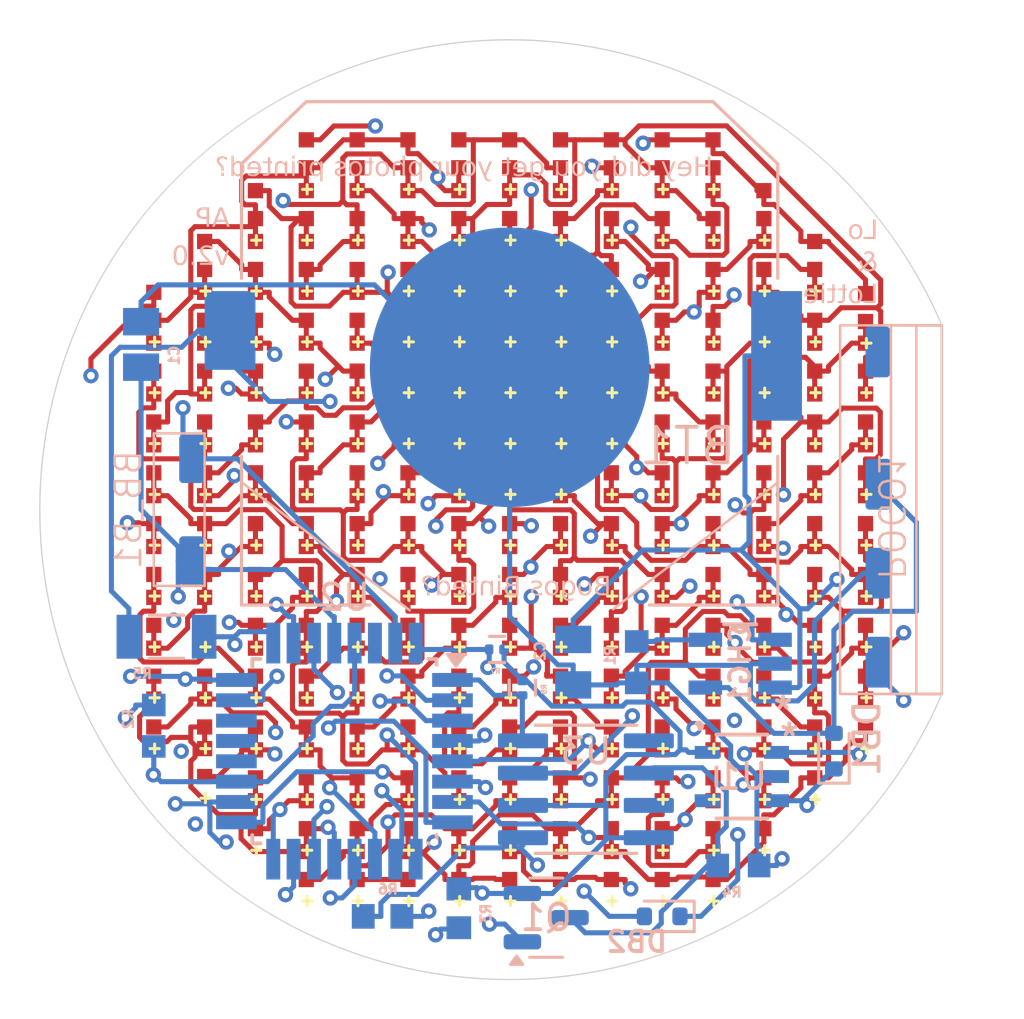
<source format=kicad_pcb>
(kicad_pcb (version 20241229) (generator "pcbnew") (generator_version "9.0")
  (layers (0 "F.Cu" signal) (4 "In1.Cu" signal) (6 "In2.Cu" signal) (2 "B.Cu" signal) (13 "F.Paste" user) (15 "B.Paste" user) (5 "F.SilkS" user "F.Silkscreen") (7 "B.SilkS" user "B.Silkscreen") (1 "F.Mask" user) (3 "B.Mask" user) (25 "Edge.Cuts" user))
  (net 0 "")
  (net 1 "Net-(CHG1-VBAT)")
  (net 2 "USB + ")
  (net 3 "GNDREF")
  (net 4 "BUTT")
  (net 5 "CHIP_POW")
  (net 6 "Net-(CHG1-PROG)")
  (net 7 "Charge_STAT")
  (net 10 "Bat_ON")
  (net 11 "F")
  (net 12 "P")
  (net 13 "N")
  (net 14 "B")
  (net 15 "M")
  (net 16 "O")
  (net 17 "L")
  (net 18 "A")
  (net 19 "J")
  (net 20 "H")
  (net 21 "D")
  (net 22 "K")
  (net 23 "I")
  (net 24 "G")
  (net 26 "C")
  (net 27 "E")
  (net 29 "UPDI")
  (net 30 "Bat_READ")
  (net 31 "RTC_WAKE")
  (net 32 "SDA")
  (net 33 "SCL")
  (net 35 "Net-(DB1-K)")
  (net 39 "Net-(Q1-D)")
  (footprint "WL-SMCC_0402:WL-SMCC_0402" (layer "F.Cu") (at 216 89.5 -90)
    (property "Reference" "D126" (hide yes))
    (property "Value" "WL-SMCC_0402")
  )
  (footprint "WL-SMCC_0402:WL-SMCC_0402" (layer "F.Cu") (at 226 95.5 -90)
    (property "Reference" "D175" (hide yes))
    (property "Value" "WL-SMCC_0402")
  )
  (footprint "WL-SMCC_0402:WL-SMCC_0402" (layer "F.Cu") (at 224 77.5 -90)
    (property "Reference" "D40" (hide yes))
    (property "Value" "WL-SMCC_0402")
  )
  (footprint "WL-SMCC_0402:WL-SMCC_0402" (layer "F.Cu") (at 226 75.5 -90)
    (property "Reference" "D27" (hide yes))
    (property "Value" "WL-SMCC_0402")
  )
  (footprint "WL-SMCC_0402:WL-SMCC_0402" (layer "F.Cu") (at 236 75.5 -90)
    (property "Reference" "D32" (hide yes))
    (property "Value" "WL-SMCC_0402")
  )
  (footprint "WL-SMCC_0402:WL-SMCC_0402" (layer "F.Cu") (at 238 89.5 -90)
    (property "Reference" "D137" (hide yes))
    (property "Value" "WL-SMCC_0402")
  )
  (footprint "WL-SMCC_0402:WL-SMCC_0402" (layer "F.Cu") (at 228 79.5 -90)
    (property "Reference" "D57" (hide yes))
    (property "Value" "WL-SMCC_0402")
  )
  (footprint "WL-SMCC_0402:WL-SMCC_0402" (layer "F.Cu") (at 230 77.5 -90)
    (property "Reference" "D43" (hide yes))
    (property "Value" "WL-SMCC_0402")
  )
  (footprint "WL-SMCC_0402:WL-SMCC_0402" (layer "F.Cu") (at 216 81.5 -90)
    (property "Reference" "D66" (hide yes))
    (property "Value" "WL-SMCC_0402")
  )
  (footprint "WL-SMCC_0402:WL-SMCC_0402" (layer "F.Cu") (at 222 75.5 -90)
    (property "Reference" "D25" (hide yes))
    (property "Value" "WL-SMCC_0402")
  )
  (footprint "WL-SMCC_0402:WL-SMCC_0402" (layer "F.Cu") (at 232 91.5 -90)
    (property "Reference" "D149" (hide yes))
    (property "Value" "WL-SMCC_0402")
  )
  (footprint "WL-SMCC_0402:WL-SMCC_0402" (layer "F.Cu") (at 222 83.5 -90)
    (property "Reference" "D84" (hide yes))
    (property "Value" "WL-SMCC_0402")
  )
  (footprint "WL-SMCC_0402:WL-SMCC_0402" (layer "F.Cu") (at 220 91.5 -90)
    (property "Reference" "D143" (hide yes))
    (property "Value" "WL-SMCC_0402")
  )
  (footprint "WL-SMCC_0402:WL-SMCC_0402" (layer "F.Cu") (at 238 81.5 -90)
    (property "Reference" "D77" (hide yes))
    (property "Value" "WL-SMCC_0402")
  )
  (footprint "WL-SMCC_0402:WL-SMCC_0402" (layer "F.Cu") (at 236 73.5 -90)
    (property "Reference" "D20" (hide yes))
    (property "Value" "WL-SMCC_0402")
  )
  (footprint "WL-SMCC_0402:WL-SMCC_0402" (layer "F.Cu") (at 238 75.5 -90)
    (property "Reference" "D33" (hide yes))
    (property "Value" "WL-SMCC_0402")
  )
  (footprint "WL-SMCC_0402:WL-SMCC_0402" (layer "F.Cu") (at 218 79.5 -90)
    (property "Reference" "D52" (hide yes))
    (property "Value" "WL-SMCC_0402")
  )
  (footprint "WL-SMCC_0402:WL-SMCC_0402" (layer "F.Cu") (at 236 81.5 -90)
    (property "Reference" "D76" (hide yes))
    (property "Value" "WL-SMCC_0402")
  )
  (footprint "WL-SMCC_0402:WL-SMCC_0402" (layer "F.Cu") (at 226 97.5 -90)
    (property "Reference" "D187" (hide yes))
    (property "Value" "WL-SMCC_0402")
  )
  (footprint "WL-SMCC_0402:WL-SMCC_0402" (layer "F.Cu") (at 228 75.5 -90)
    (property "Reference" "D28" (hide yes))
    (property "Value" "WL-SMCC_0402")
  )
  (footprint "WL-SMCC_0402:WL-SMCC_0402" (layer "F.Cu") (at 240 91.5 -90)
    (property "Reference" "D153" (hide yes))
    (property "Value" "WL-SMCC_0402")
  )
  (footprint "WL-SMCC_0402:WL-SMCC_0402" (layer "F.Cu") (at 236 95.5 -90)
    (property "Reference" "D180" (hide yes))
    (property "Value" "WL-SMCC_0402")
  )
  (footprint "WL-SMCC_0402:WL-SMCC_0402" (layer "F.Cu") (at 216 97.5 -90)
    (property "Reference" "D182" (hide yes))
    (property "Value" "WL-SMCC_0402")
  )
  (footprint "WL-SMCC_0402:WL-SMCC_0402" (layer "F.Cu") (at 214 89.5 -90)
    (property "Reference" "D125" (hide yes))
    (property "Value" "WL-SMCC_0402")
  )
  (footprint "WL-SMCC_0402:WL-SMCC_0402" (layer "F.Cu") (at 234 85.5 -90)
    (property "Reference" "D105" (hide yes))
    (property "Value" "WL-SMCC_0402")
  )
  (footprint "WL-SMCC_0402:WL-SMCC_0402" (layer "F.Cu") (at 230 99.5 -90)
    (property "Reference" "D199" (hide yes))
    (property "Value" "WL-SMCC_0402")
  )
  (footprint "WL-SMCC_0402:WL-SMCC_0402" (layer "F.Cu") (at 224 97.5 -90)
    (property "Reference" "D186" (hide yes))
    (property "Value" "WL-SMCC_0402")
  )
  (footprint "WL-SMCC_0402:WL-SMCC_0402" (layer "F.Cu") (at 226 71.5 -90)
    (property "Reference" "D5" (hide yes))
    (property "Value" "WL-SMCC_0402")
  )
  (footprint "WL-SMCC_0402:WL-SMCC_0402" (layer "F.Cu") (at 222 81.5 -90)
    (property "Reference" "D69" (hide yes))
    (property "Value" "WL-SMCC_0402")
  )
  (footprint "WL-SMCC_0402:WL-SMCC_0402" (layer "F.Cu") (at 212 85.5 -90)
    (property "Reference" "D94" (hide yes))
    (property "Value" "WL-SMCC_0402")
  )
  (footprint "WL-SMCC_0402:WL-SMCC_0402" (layer "F.Cu") (at 238 87.5 -90)
    (property "Reference" "D122" (hide yes))
    (property "Value" "WL-SMCC_0402")
  )
  (footprint "WL-SMCC_0402:WL-SMCC_0402" (layer "F.Cu") (at 212 83.5 -90)
    (property "Reference" "D79" (hide yes))
    (property "Value" "WL-SMCC_0402")
  )
  (footprint "WL-SMCC_0402:WL-SMCC_0402" (layer "F.Cu") (at 212 93.5 -90)
    (property "Reference" "D154" (hide yes))
    (property "Value" "WL-SMCC_0402")
  )
  (footprint "WL-SMCC_0402:WL-SMCC_0402" (layer "F.Cu") (at 234 77.5 -90)
    (property "Reference" "D45" (hide yes))
    (property "Value" "WL-SMCC_0402")
  )
  (footprint "WL-SMCC_0402:WL-SMCC_0402" (layer "F.Cu") (at 226 99.5 -90)
    (property "Reference" "D197" (hide yes))
    (property "Value" "WL-SMCC_0402")
  )
  (footprint "WL-SMCC_0402:WL-SMCC_0402" (layer "F.Cu") (at 234 91.5 -90)
    (property "Reference" "D150" (hide yes))
    (property "Value" "WL-SMCC_0402")
  )
  (footprint "WL-SMCC_0402:WL-SMCC_0402" (layer "F.Cu") (at 220 95.5 -90)
    (property "Reference" "D172" (hide yes))
    (property "Value" "WL-SMCC_0402")
  )
  (footprint "WL-SMCC_0402:WL-SMCC_0402" (layer "F.Cu") (at 222 93.5 -90)
    (property "Reference" "D159" (hide yes))
    (property "Value" "WL-SMCC_0402")
  )
  (footprint "WL-SMCC_0402:WL-SMCC_0402" (layer "F.Cu") (at 228 97.5 -90)
    (property "Reference" "D188" (hide yes))
    (property "Value" "WL-SMCC_0402")
  )
  (footprint "WL-SMCC_0402:WL-SMCC_0402" (layer "F.Cu") (at 232 81.5 -90)
    (property "Reference" "D74" (hide yes))
    (property "Value" "WL-SMCC_0402")
  )
  (footprint "WL-SMCC_0402:WL-SMCC_0402" (layer "F.Cu") (at 232 99.5 -90)
    (property "Reference" "D200" (hide yes))
    (property "Value" "WL-SMCC_0402")
  )
  (footprint "WL-SMCC_0402:WL-SMCC_0402" (layer "F.Cu") (at 222 79.5 -90)
    (property "Reference" "D54" (hide yes))
    (property "Value" "WL-SMCC_0402")
  )
  (footprint "WL-SMCC_0402:WL-SMCC_0402" (layer "F.Cu") (at 240 81.5 -90)
    (property "Reference" "D78" (hide yes))
    (property "Value" "WL-SMCC_0402")
  )
  (footprint "WL-SMCC_0402:WL-SMCC_0402" (layer "F.Cu") (at 218 89.5 -90)
    (property "Reference" "D127" (hide yes))
    (property "Value" "WL-SMCC_0402")
  )
  (footprint "WL-SMCC_0402:WL-SMCC_0402" (layer "F.Cu") (at 232 71.5 -90)
    (property "Reference" "D8" (hide yes))
    (property "Value" "WL-SMCC_0402")
  )
  (footprint "WL-SMCC_0402:WL-SMCC_0402" (layer "F.Cu") (at 222 99.5 -90)
    (property "Reference" "D195" (hide yes))
    (property "Value" "WL-SMCC_0402")
  )
  (footprint "WL-SMCC_0402:WL-SMCC_0402" (layer "F.Cu") (at 230 85.5 -90)
    (property "Reference" "D103" (hide yes))
    (property "Value" "WL-SMCC_0402")
  )
  (footprint "WL-SMCC_0402:WL-SMCC_0402" (layer "F.Cu") (at 222 95.5 -90)
    (property "Reference" "D173" (hide yes))
    (property "Value" "WL-SMCC_0402")
  )
  (footprint "WL-SMCC_0402:WL-SMCC_0402" (layer "F.Cu") (at 240 89.5 -90)
    (property "Reference" "D138" (hide yes))
    (property "Value" "WL-SMCC_0402")
  )
  (footprint "WL-SMCC_0402:WL-SMCC_0402" (layer "F.Cu") (at 216 87.5 -90)
    (property "Reference" "D111" (hide yes))
    (property "Value" "WL-SMCC_0402")
  )
  (footprint "WL-SMCC_0402:WL-SMCC_0402" (layer "F.Cu") (at 222 87.5 -90)
    (property "Reference" "D114" (hide yes))
    (property "Value" "WL-SMCC_0402")
  )
  (footprint "WL-SMCC_0402:WL-SMCC_0402" (layer "F.Cu") (at 240 83.5 -90)
    (property "Reference" "D93" (hide yes))
    (property "Value" "WL-SMCC_0402")
  )
  (footprint "WL-SMCC_0402:WL-SMCC_0402" (layer "F.Cu") (at 222 71.5 -90)
    (property "Reference" "D3" (hide yes))
    (property "Value" "WL-SMCC_0402")
  )
  (footprint "WL-SMCC_0402:WL-SMCC_0402" (layer "F.Cu") (at 218 75.5 -90)
    (property "Reference" "D23" (hide yes))
    (property "Value" "WL-SMCC_0402")
  )
  (footprint "WL-SMCC_0402:WL-SMCC_0402" (layer "F.Cu") (at 230 89.5 -90)
    (property "Reference" "D133" (hide yes))
    (property "Value" "WL-SMCC_0402")
  )
  (footprint "WL-SMCC_0402:WL-SMCC_0402" (layer "F.Cu") (at 224 91.5 -90)
    (property "Reference" "D145" (hide yes))
    (property "Value" "WL-SMCC_0402")
  )
  (footprint "WL-SMCC_0402:WL-SMCC_0402" (layer "F.Cu") (at 228 81.5 -90)
    (property "Reference" "D72" (hide yes))
    (property "Value" "WL-SMCC_0402")
  )
  (footprint "WL-SMCC_0402:WL-SMCC_0402" (layer "F.Cu") (at 232 75.5 -90)
    (property "Reference" "D30" (hide yes))
    (property "Value" "WL-SMCC_0402")
  )
  (footprint "WL-SMCC_0402:WL-SMCC_0402" (layer "F.Cu") (at 224 73.5 -90)
    (property "Reference" "D14" (hide yes))
    (property "Value" "WL-SMCC_0402")
  )
  (footprint "WL-SMCC_0402:WL-SMCC_0402" (layer "F.Cu") (at 220 81.5 -90)
    (property "Reference" "D68" (hide yes))
    (property "Value" "WL-SMCC_0402")
  )
  (footprint "WL-SMCC_0402:WL-SMCC_0402" (layer "F.Cu") (at 212 89.5 -90)
    (property "Reference" "D124" (hide yes))
    (property "Value" "WL-SMCC_0402")
  )
  (footprint "WL-SMCC_0402:WL-SMCC_0402" (layer "F.Cu") (at 234 73.5 -90)
    (property "Reference" "D19" (hide yes))
    (property "Value" "WL-SMCC_0402")
  )
  (footprint "WL-SMCC_0402:WL-SMCC_0402" (layer "F.Cu") (at 214 81.5 -90)
    (property "Reference" "D65" (hide yes))
    (property "Value" "WL-SMCC_0402")
  )
  (footprint "WL-SMCC_0402:WL-SMCC_0402" (layer "F.Cu") (at 212 77.5 -90)
    (property "Reference" "D34" (hide yes))
    (property "Value" "WL-SMCC_0402")
  )
  (footprint "WL-SMCC_0402:WL-SMCC_0402" (layer "F.Cu") (at 218 97.5 -90)
    (property "Reference" "D183" (hide yes))
    (property "Value" "WL-SMCC_0402")
  )
  (footprint "WL-SMCC_0402:WL-SMCC_0402" (layer "F.Cu") (at 238 83.5 -90)
    (property "Reference" "D92" (hide yes))
    (property "Value" "WL-SMCC_0402")
  )
  (footprint "WL-SMCC_0402:WL-SMCC_0402" (layer "F.Cu") (at 238 91.5 -90)
    (property "Reference" "D152" (hide yes))
    (property "Value" "WL-SMCC_0402")
  )
  (footprint "WL-SMCC_0402:WL-SMCC_0402" (layer "F.Cu") (at 228 91.5 -90)
    (property "Reference" "D147" (hide yes))
    (property "Value" "WL-SMCC_0402")
  )
  (footprint "WL-SMCC_0402:WL-SMCC_0402" (layer "F.Cu") (at 224 79.5 -90)
    (property "Reference" "D55" (hide yes))
    (property "Value" "WL-SMCC_0402")
  )
  (footprint "WL-SMCC_0402:WL-SMCC_0402" (layer "F.Cu") (at 236 89.5 -90)
    (property "Reference" "D136" (hide yes))
    (property "Value" "WL-SMCC_0402")
  )
  (footprint "WL-SMCC_0402:WL-SMCC_0402" (layer "F.Cu") (at 228 87.5 -90)
    (property "Reference" "D117" (hide yes))
    (property "Value" "WL-SMCC_0402")
  )
  (footprint "WL-SMCC_0402:WL-SMCC_0402" (layer "F.Cu") (at 230 97.5 -90)
    (property "Reference" "D189" (hide yes))
    (property "Value" "WL-SMCC_0402")
  )
  (footprint "WL-SMCC_0402:WL-SMCC_0402" (layer "F.Cu") (at 228 95.5 -90)
    (property "Reference" "D176" (hide yes))
    (property "Value" "WL-SMCC_0402")
  )
  (footprint "WL-SMCC_0402:WL-SMCC_0402" (layer "F.Cu") (at 230 93.5 -90)
    (property "Reference" "D163" (hide yes))
    (property "Value" "WL-SMCC_0402")
  )
  (footprint "WL-SMCC_0402:WL-SMCC_0402" (layer "F.Cu") (at 226 87.5 -90)
    (property "Reference" "D116" (hide yes))
    (property "Value" "WL-SMCC_0402")
  )
  (footprint "WL-SMCC_0402:WL-SMCC_0402" (layer "F.Cu") (at 224 81.5 -90)
    (property "Reference" "D70" (hide yes))
    (property "Value" "WL-SMCC_0402")
  )
  (footprint "WL-SMCC_0402:WL-SMCC_0402" (layer "F.Cu") (at 212 87.5 -90)
    (property "Reference" "D109" (hide yes))
    (property "Value" "WL-SMCC_0402")
  )
  (footprint "WL-SMCC_0402:WL-SMCC_0402" (layer "F.Cu") (at 226 91.5 -90)
    (property "Reference" "D146" (hide yes))
    (property "Value" "WL-SMCC_0402")
  )
  (footprint "WL-SMCC_0402:WL-SMCC_0402" (layer "F.Cu") (at 218 83.5 -90)
    (property "Reference" "D82" (hide yes))
    (property "Value" "WL-SMCC_0402")
  )
  (footprint "WL-SMCC_0402:WL-SMCC_0402" (layer "F.Cu") (at 228 71.5 -90)
    (property "Reference" "D6" (hide yes))
    (property "Value" "WL-SMCC_0402")
  )
  (footprint "WL-SMCC_0402:WL-SMCC_0402" (layer "F.Cu") (at 220 99.5 -90)
    (property "Reference" "D194" (hide yes))
    (property "Value" "WL-SMCC_0402")
  )
  (footprint "WL-SMCC_0402:WL-SMCC_0402" (layer "F.Cu") (at 236 87.5 -90)
    (property "Reference" "D121" (hide yes))
    (property "Value" "WL-SMCC_0402")
  )
  (footprint "WL-SMCC_0402:WL-SMCC_0402" (layer "F.Cu") (at 224 99.5 -90)
    (property "Reference" "D196" (hide yes))
    (property "Value" "WL-SMCC_0402")
  )
  (footprint "WL-SMCC_0402:WL-SMCC_0402" (layer "F.Cu") (at 230 73.5 -90)
    (property "Reference" "D17" (hide yes))
    (property "Value" "WL-SMCC_0402")
  )
  (footprint "WL-SMCC_0402:WL-SMCC_0402" (layer "F.Cu") (at 224 75.5 -90)
    (property "Reference" "D26" (hide yes))
    (property "Value" "WL-SMCC_0402")
  )
  (footprint "WL-SMCC_0402:WL-SMCC_0402" (layer "F.Cu") (at 220 85.5 -90)
    (property "Reference" "D98" (hide yes))
    (property "Value" "WL-SMCC_0402")
  )
  (footprint "WL-SMCC_0402:WL-SMCC_0402" (layer "F.Cu") (at 220 73.5 -90)
    (property "Reference" "D12" (hide yes))
    (property "Value" "WL-SMCC_0402")
  )
  (footprint "WL-SMCC_0402:WL-SMCC_0402" (layer "F.Cu") (at 232 83.5 -90)
    (property "Reference" "D89" (hide yes))
    (property "Value" "WL-SMCC_0402")
  )
  (footprint "WL-SMCC_0402:WL-SMCC_0402" (layer "F.Cu") (at 222 73.5 -90)
    (property "Reference" "D13" (hide yes))
    (property "Value" "WL-SMCC_0402")
  )
  (footprint "WL-SMCC_0402:WL-SMCC_0402" (layer "F.Cu") (at 222 77.5 -90)
    (property "Reference" "D39" (hide yes))
    (property "Value" "WL-SMCC_0402")
  )
  (footprint "WL-SMCC_0402:WL-SMCC_0402" (layer "F.Cu") (at 216 85.5 -90)
    (property "Reference" "D96" (hide yes))
    (property "Value" "WL-SMCC_0402")
  )
  (footprint "WL-SMCC_0402:WL-SMCC_0402" (layer "F.Cu") (at 222 97.5 -90)
    (property "Reference" "D185" (hide yes))
    (property "Value" "WL-SMCC_0402")
  )
  (footprint "WL-SMCC_0402:WL-SMCC_0402" (layer "F.Cu") (at 212 91.5 -90)
    (property "Reference" "D139" (hide yes))
    (property "Value" "WL-SMCC_0402")
  )
  (footprint "WL-SMCC_0402:WL-SMCC_0402" (layer "F.Cu") (at 216 77.5 -90)
    (property "Reference" "D36" (hide yes))
    (property "Value" "WL-SMCC_0402")
  )
  (footprint "WL-SMCC_0402:WL-SMCC_0402" (layer "F.Cu") (at 212 81.5 -90)
    (property "Reference" "D64" (hide yes))
    (property "Value" "WL-SMCC_0402")
  )
  (footprint "WL-SMCC_0402:WL-SMCC_0402" (layer "F.Cu") (at 232 93.5 -90)
    (property "Reference" "D164" (hide yes))
    (property "Value" "WL-SMCC_0402")
  )
  (footprint "WL-SMCC_0402:WL-SMCC_0402" (layer "F.Cu") (at 236 85.5 -90)
    (property "Reference" "D106" (hide yes))
    (property "Value" "WL-SMCC_0402")
  )
  (footprint "WL-SMCC_0402:WL-SMCC_0402" (layer "F.Cu") (at 234 79.5 -90)
    (property "Reference" "D60" (hide yes))
    (property "Value" "WL-SMCC_0402")
  )
  (footprint "WL-SMCC_0402:WL-SMCC_0402" (layer "F.Cu") (at 224 93.5 -90)
    (property "Reference" "D160" (hide yes))
    (property "Value" "WL-SMCC_0402")
  )
  (footprint "WL-SMCC_0402:WL-SMCC_0402" (layer "F.Cu") (at 234 83.5 -90)
    (property "Reference" "D90" (hide yes))
    (property "Value" "WL-SMCC_0402")
  )
  (footprint "WL-SMCC_0402:WL-SMCC_0402" (layer "F.Cu") (at 232 87.5 -90)
    (property "Reference" "D119" (hide yes))
    (property "Value" "WL-SMCC_0402")
  )
  (footprint "WL-SMCC_0402:WL-SMCC_0402" (layer "F.Cu") (at 226 89.5 -90)
    (property "Reference" "D131" (hide yes))
    (property "Value" "WL-SMCC_0402")
  )
  (footprint "WL-SMCC_0402:WL-SMCC_0402" (layer "F.Cu") (at 230 95.5 -90)
    (property "Reference" "D177" (hide yes))
    (property "Value" "WL-SMCC_0402")
  )
  (footprint "WL-SMCC_0402:WL-SMCC_0402" (layer "F.Cu") (at 218 91.5 -90)
    (property "Reference" "D142" (hide yes))
    (property "Value" "WL-SMCC_0402")
  )
  (footprint "WL-SMCC_0402:WL-SMCC_0402" (layer "F.Cu") (at 230 87.5 -90)
    (property "Reference" "D118" (hide yes))
    (property "Value" "WL-SMCC_0402")
  )
  (footprint "WL-SMCC_0402:WL-SMCC_0402" (layer "F.Cu") (at 238 77.5 -90)
    (property "Reference" "D47" (hide yes))
    (property "Value" "WL-SMCC_0402")
  )
  (footprint "WL-SMCC_0402:WL-SMCC_0402" (layer "F.Cu") (at 214 79.5 -90)
    (property "Reference" "D50" (hide yes))
    (property "Value" "WL-SMCC_0402")
  )
  (footprint "WL-SMCC_0402:WL-SMCC_0402" (layer "F.Cu") (at 222 89.5 -90)
    (property "Reference" "D129" (hide yes))
    (property "Value" "WL-SMCC_0402")
  )
  (footprint "WL-SMCC_0402:WL-SMCC_0402" (layer "F.Cu") (at 214 75.5 -90)
    (property "Reference" "D21" (hide yes))
    (property "Value" "WL-SMCC_0402")
  )
  (footprint "WL-SMCC_0402:WL-SMCC_0402" (layer "F.Cu") (at 232 85.5 -90)
    (property "Reference" "D104" (hide yes))
    (property "Value" "WL-SMCC_0402")
  )
  (footprint "WL-SMCC_0402:WL-SMCC_0402" (layer "F.Cu") (at 214 93.5 -90)
    (property "Reference" "D155" (hide yes))
    (property "Value" "WL-SMCC_0402")
  )
  (footprint "WL-SMCC_0402:WL-SMCC_0402" (layer "F.Cu") (at 230 91.5 -90)
    (property "Reference" "D148" (hide yes))
    (property "Value" "WL-SMCC_0402")
  )
  (footprint "WL-SMCC_0402:WL-SMCC_0402" (layer "F.Cu") (at 216 95.5 -90)
    (property "Reference" "D170" (hide yes))
    (property "Value" "WL-SMCC_0402")
  )
  (footprint "WL-SMCC_0402:WL-SMCC_0402" (layer "F.Cu") (at 234 87.5 -90)
    (property "Reference" "D120" (hide yes))
    (property "Value" "WL-SMCC_0402")
  )
  (footprint "WL-SMCC_0402:WL-SMCC_0402" (layer "F.Cu") (at 234 99.5 -90)
    (property "Reference" "D201" (hide yes))
    (property "Value" "WL-SMCC_0402")
  )
  (footprint "WL-SMCC_0402:WL-SMCC_0402" (layer "F.Cu") (at 218 85.5 -90)
    (property "Reference" "D97" (hide yes))
    (property "Value" "WL-SMCC_0402")
  )
  (footprint "WL-SMCC_0402:WL-SMCC_0402" (layer "F.Cu") (at 238 95.5 -90)
    (property "Reference" "D181" (hide yes))
    (property "Value" "WL-SMCC_0402")
  )
  (footprint "WL-SMCC_0402:WL-SMCC_0402" (layer "F.Cu") (at 234 97.5 -90)
    (property "Reference" "D191" (hide yes))
    (property "Value" "WL-SMCC_0402")
  )
  (footprint "WL-SMCC_0402:WL-SMCC_0402" (layer "F.Cu") (at 218 73.5 -90)
    (property "Reference" "D11" (hide yes))
    (property "Value" "WL-SMCC_0402")
  )
  (footprint "WL-SMCC_0402:WL-SMCC_0402" (layer "F.Cu") (at 228 85.5 -90)
    (property "Reference" "D102" (hide yes))
    (property "Value" "WL-SMCC_0402")
  )
  (footprint "WL-SMCC_0402:WL-SMCC_0402" (layer "F.Cu") (at 214 85.5 -90)
    (property "Reference" "D95" (hide yes))
    (property "Value" "WL-SMCC_0402")
  )
  (footprint "WL-SMCC_0402:WL-SMCC_0402" (layer "F.Cu") (at 240 77.55 -90)
    (property "Reference" "D48" (hide yes))
    (property "Value" "WL-SMCC_0402")
  )
  (footprint "WL-SMCC_0402:WL-SMCC_0402" (layer "F.Cu") (at 226 93.5 -90)
    (property "Reference" "D161" (hide yes))
    (property "Value" "WL-SMCC_0402")
  )
  (footprint "WL-SMCC_0402:WL-SMCC_0402" (layer "F.Cu") (at 230 81.5 -90)
    (property "Reference" "D73" (hide yes))
    (property "Value" "WL-SMCC_0402")
  )
  (footprint "WL-SMCC_0402:WL-SMCC_0402" (layer "F.Cu") (at 220 71.5 -90)
    (property "Reference" "D2" (hide yes))
    (property "Value" "WL-SMCC_0402")
  )
  (footprint "WL-SMCC_0402:WL-SMCC_0402" (layer "F.Cu") (at 226 85.5 -90)
    (property "Reference" "D101" (hide yes))
    (property "Value" "WL-SMCC_0402")
  )
  (footprint "WL-SMCC_0402:WL-SMCC_0402" (layer "F.Cu") (at 234 95.5 -90)
    (property "Reference" "D179" (hide yes))
    (property "Value" "WL-SMCC_0402")
  )
  (footprint "WL-SMCC_0402:WL-SMCC_0402" (layer "F.Cu") (at 226 79.5 -90)
    (property "Reference" "D56" (hide yes))
    (property "Value" "WL-SMCC_0402")
  )
  (footprint "WL-SMCC_0402:WL-SMCC_0402" (layer "F.Cu") (at 220 75.5 -90)
    (property "Reference" "D24" (hide yes))
    (property "Value" "WL-SMCC_0402")
  )
  (footprint "WL-SMCC_0402:WL-SMCC_0402" (layer "F.Cu") (at 216 91.5 -90)
    (property "Reference" "D141" (hide yes))
    (property "Value" "WL-SMCC_0402")
  )
  (footprint "WL-SMCC_0402:WL-SMCC_0402" (layer "F.Cu") (at 240 93.5 -90)
    (property "Reference" "D168" (hide yes))
    (property "Value" "WL-SMCC_0402")
  )
  (footprint "WL-SMCC_0402:WL-SMCC_0402" (layer "F.Cu") (at 214 77.5 -90)
    (property "Reference" "D35" (hide yes))
    (property "Value" "WL-SMCC_0402")
  )
  (footprint "WL-SMCC_0402:WL-SMCC_0402" (layer "F.Cu") (at 238 79.5 -90)
    (property "Reference" "D62" (hide yes))
    (property "Value" "WL-SMCC_0402")
  )
  (footprint "WL-SMCC_0402:WL-SMCC_0402" (layer "F.Cu") (at 220 83.5 -90)
    (property "Reference" "D83" (hide yes))
    (property "Value" "WL-SMCC_0402")
  )
  (footprint "WL-SMCC_0402:WL-SMCC_0402" (layer "F.Cu") (at 238 85.5 -90)
    (property "Reference" "D107" (hide yes))
    (property "Value" "WL-SMCC_0402")
  )
  (footprint "WL-SMCC_0402:WL-SMCC_0402" (layer "F.Cu") (at 220 93.5 -90)
    (property "Reference" "D158" (hide yes))
    (property "Value" "WL-SMCC_0402")
  )
  (footprint "WL-SMCC_0402:WL-SMCC_0402" (layer "F.Cu") (at 216 79.5 -90)
    (property "Reference" "D51" (hide yes))
    (property "Value" "WL-SMCC_0402")
  )
  (footprint "WL-SMCC_0402:WL-SMCC_0402" (layer "F.Cu") (at 234 93.5 -90)
    (property "Reference" "D165" (hide yes))
    (property "Value" "WL-SMCC_0402")
  )
  (footprint "WL-SMCC_0402:WL-SMCC_0402" (layer "F.Cu") (at 218 93.5 -90)
    (property "Reference" "D157" (hide yes))
    (property "Value" "WL-SMCC_0402")
  )
  (footprint "WL-SMCC_0402:WL-SMCC_0402" (layer "F.Cu") (at 240 79.5 -90)
    (property "Reference" "D63" (hide yes))
    (property "Value" "WL-SMCC_0402")
  )
  (footprint "WL-SMCC_0402:WL-SMCC_0402" (layer "F.Cu") (at 232 79.5 -90)
    (property "Reference" "D59" (hide yes))
    (property "Value" "WL-SMCC_0402")
  )
  (footprint "WL-SMCC_0402:WL-SMCC_0402" (layer "F.Cu") (at 224 83.5 -90)
    (property "Reference" "D85" (hide yes))
    (property "Value" "WL-SMCC_0402")
  )
  (footprint "WL-SMCC_0402:WL-SMCC_0402" (layer "F.Cu") (at 214 91.5 -90)
    (property "Reference" "D140" (hide yes))
    (property "Value" "WL-SMCC_0402")
  )
  (footprint "WL-SMCC_0402:WL-SMCC_0402" (layer "F.Cu") (at 224 95.5 -90)
    (property "Reference" "D174" (hide yes))
    (property "Value" "WL-SMCC_0402")
  )
  (footprint "WL-SMCC_0402:WL-SMCC_0402" (layer "F.Cu") (at 216 75.5 -90)
    (property "Reference" "D22" (hide yes))
    (property "Value" "WL-SMCC_0402")
  )
  (footprint "WL-SMCC_0402:WL-SMCC_0402" (layer "F.Cu") (at 234 71.5 -90)
    (property "Reference" "D9" (hide yes))
    (property "Value" "WL-SMCC_0402")
  )
  (footprint "WL-SMCC_0402:WL-SMCC_0402" (layer "F.Cu") (at 214 95.45 -90)
    (property "Reference" "D169" (hide yes))
    (property "Value" "WL-SMCC_0402")
  )
  (footprint "WL-SMCC_0402:WL-SMCC_0402" (layer "F.Cu") (at 234 89.5 -90)
    (property "Reference" "D135" (hide yes))
    (property "Value" "WL-SMCC_0402")
  )
  (footprint "WL-SMCC_0402:WL-SMCC_0402" (layer "F.Cu") (at 228 93.5 -90)
    (property "Reference" "D162" (hide yes))
    (property "Value" "WL-SMCC_0402")
  )
  (footprint "WL-SMCC_0402:WL-SMCC_0402" (layer "F.Cu") (at 212 79.5 -90)
    (property "Reference" "D49" (hide yes))
    (property "Value" "WL-SMCC_0402")
  )
  (footprint "WL-SMCC_0402:WL-SMCC_0402" (layer "F.Cu") (at 226 83.5 -90)
    (property "Reference" "D86" (hide yes))
    (property "Value" "WL-SMCC_0402")
  )
  (footprint "WL-SMCC_0402:WL-SMCC_0402" (layer "F.Cu") (at 218 99.5 -90)
    (property "Reference" "D193" (hide yes))
    (property "Value" "WL-SMCC_0402")
  )
  (footprint "WL-SMCC_0402:WL-SMCC_0402" (layer "F.Cu") (at 216 83.5 -90)
    (property "Reference" "D81" (hide yes))
    (property "Value" "WL-SMCC_0402")
  )
  (footprint "WL-SMCC_0402:WL-SMCC_0402" (layer "F.Cu") (at 220 97.5 -90)
    (property "Reference" "D184" (hide yes))
    (property "Value" "WL-SMCC_0402")
  )
  (footprint "WL-SMCC_0402:WL-SMCC_0402" (layer "F.Cu") (at 224 89.5 -90)
    (property "Reference" "D130" (hide yes))
    (property "Value" "WL-SMCC_0402")
  )
  (footprint "WL-SMCC_0402:WL-SMCC_0402" (layer "F.Cu") (at 228 77.5 -90)
    (property "Reference" "D42" (hide yes))
    (property "Value" "WL-SMCC_0402")
  )
  (footprint "WL-SMCC_0402:WL-SMCC_0402" (layer "F.Cu") (at 232 89.5 -90)
    (property "Reference" "D134" (hide yes))
    (property "Value" "WL-SMCC_0402")
  )
  (footprint "WL-SMCC_0402:WL-SMCC_0402" (layer "F.Cu") (at 218 77.5 -90)
    (property "Reference" "D37" (hide yes))
    (property "Value" "WL-SMCC_0402")
  )
  (footprint "WL-SMCC_0402:WL-SMCC_0402" (layer "F.Cu") (at 236 79.5 -90)
    (property "Reference" "D61" (hide yes))
    (property "Value" "WL-SMCC_0402")
  )
  (footprint "WL-SMCC_0402:WL-SMCC_0402" (layer "F.Cu") (at 230 71.5 -90)
    (property "Reference" "D7" (hide yes))
    (property "Value" "WL-SMCC_0402")
  )
  (footprint "WL-SMCC_0402:WL-SMCC_0402" (layer "F.Cu") (at 218 95.5 -90)
    (property "Reference" "D171" (hide yes))
    (property "Value" "WL-SMCC_0402")
  )
  (footprint "WL-SMCC_0402:WL-SMCC_0402" (layer "F.Cu") (at 238 93.5 -90)
    (property "Reference" "D167" (hide yes))
    (property "Value" "WL-SMCC_0402")
  )
  (footprint "WL-SMCC_0402:WL-SMCC_0402" (layer "F.Cu") (at 218 87.5 -90)
    (property "Reference" "D112" (hide yes))
    (property "Value" "WL-SMCC_0402")
  )
  (footprint "WL-SMCC_0402:WL-SMCC_0402" (layer "F.Cu") (at 218 81.5 -90)
    (property "Reference" "D67" (hide yes))
    (property "Value" "WL-SMCC_0402")
  )
  (footprint "WL-SMCC_0402:WL-SMCC_0402" (layer "F.Cu") (at 226 77.5 -90)
    (property "Reference" "D41" (hide yes))
    (property "Value" "WL-SMCC_0402")
  )
  (footprint "WL-SMCC_0402:WL-SMCC_0402" (layer "F.Cu") (at 226 81.5 -90)
    (property "Reference" "D71" (hide yes))
    (property "Value" "WL-SMCC_0402")
  )
  (footprint "WL-SMCC_0402:WL-SMCC_0402" (layer "F.Cu") (at 234 81.5 -90)
    (property "Reference" "D75" (hide yes))
    (property "Value" "WL-SMCC_0402")
  )
  (footprint "WL-SMCC_0402:WL-SMCC_0402" (layer "F.Cu") (at 214 83.5 -90)
    (property "Reference" "D80" (hide yes))
    (property "Value" "WL-SMCC_0402")
  )
  (footprint "WL-SMCC_0402:WL-SMCC_0402" (layer "F.Cu") (at 220 89.5 -90)
    (property "Reference" "D128" (hide yes))
    (property "Value" "WL-SMCC_0402")
  )
  (footprint "WL-SMCC_0402:WL-SMCC_0402" (layer "F.Cu") (at 228 89.5 -90)
    (property "Reference" "D132" (hide yes))
    (property "Value" "WL-SMCC_0402")
  )
  (footprint "WL-SMCC_0402:WL-SMCC_0402" (layer "F.Cu") (at 230 75.5 -90)
    (property "Reference" "D29" (hide yes))
    (property "Value" "WL-SMCC_0402")
  )
  (footprint "WL-SMCC_0402:WL-SMCC_0402" (layer "F.Cu") (at 222 91.5 -90)
    (property "Reference" "D144" (hide yes))
    (property "Value" "WL-SMCC_0402")
  )
  (footprint "WL-SMCC_0402:WL-SMCC_0402" (layer "F.Cu") (at 240 87.5 -90)
    (property "Reference" "D123" (hide yes))
    (property "Value" "WL-SMCC_0402")
  )
  (footprint "WL-SMCC_0402:WL-SMCC_0402" (layer "F.Cu") (at 216 93.5 -90)
    (property "Reference" "D156" (hide yes))
    (property "Value" "WL-SMCC_0402")
  )
  (footprint "WL-SMCC_0402:WL-SMCC_0402" (layer "F.Cu") (at 214 87.5 -90)
    (property "Reference" "D110" (hide yes))
    (property "Value" "WL-SMCC_0402")
  )
  (footprint "WL-SMCC_0402:WL-SMCC_0402" (layer "F.Cu") (at 236 91.5 -90)
    (property "Reference" "D151" (hide yes))
    (property "Value" "WL-SMCC_0402")
  )
  (footprint "WL-SMCC_0402:WL-SMCC_0402" (layer "F.Cu") (at 222 85.5 -90)
    (property "Reference" "D99" (hide yes))
    (property "Value" "WL-SMCC_0402")
  )
  (footprint "WL-SMCC_0402:WL-SMCC_0402" (layer "F.Cu") (at 220 79.5 -90)
    (property "Reference" "D53" (hide yes))
    (property "Value" "WL-SMCC_0402")
  )
  (footprint "WL-SMCC_0402:WL-SMCC_0402" (layer "F.Cu") (at 240 85.5 -90)
    (property "Reference" "D108" (hide yes))
    (property "Value" "WL-SMCC_0402")
  )
  (footprint "WL-SMCC_0402:WL-SMCC_0402" (layer "F.Cu") (at 232 73.5 -90)
    (property "Reference" "D18" (hide yes))
    (property "Value" "WL-SMCC_0402")
  )
  (footprint "WL-SMCC_0402:WL-SMCC_0402" (layer "F.Cu") (at 230 83.5 -90)
    (property "Reference" "D88" (hide yes))
    (property "Value" "WL-SMCC_0402")
  )
  (footprint "WL-SMCC_0402:WL-SMCC_0402" (layer "F.Cu") (at 232 95.5 -90)
    (property "Reference" "D178" (hide yes))
    (property "Value" "WL-SMCC_0402")
  )
  (footprint "WL-SMCC_0402:WL-SMCC_0402" (layer "F.Cu") (at 220 87.5 -90)
    (property "Reference" "D113" (hide yes))
    (property "Value" "WL-SMCC_0402")
  )
  (footprint "WL-SMCC_0402:WL-SMCC_0402" (layer "F.Cu") (at 236 97.5 -90)
    (property "Reference" "D192" (hide yes))
    (property "Value" "WL-SMCC_0402")
  )
  (footprint "WL-SMCC_0402:WL-SMCC_0402" (layer "F.Cu") (at 226 73.5 -90)
    (property "Reference" "D15" (hide yes))
    (property "Value" "WL-SMCC_0402")
  )
  (footprint "WL-SMCC_0402:WL-SMCC_0402" (layer "F.Cu") (at 228 83.5 -90)
    (property "Reference" "D87" (hide yes))
    (property "Value" "WL-SMCC_0402")
  )
  (footprint "WL-SMCC_0402:WL-SMCC_0402" (layer "F.Cu") (at 224 85.5 -90)
    (property "Reference" "D100" (hide yes))
    (property "Value" "WL-SMCC_0402")
  )
  (footprint "WL-SMCC_0402:WL-SMCC_0402" (layer "F.Cu") (at 234 75.5 -90)
    (property "Reference" "D31" (hide yes))
    (property "Value" "WL-SMCC_0402")
  )
  (footprint "WL-SMCC_0402:WL-SMCC_0402" (layer "F.Cu") (at 220 77.5 -90)
    (property "Reference" "D38" (hide yes))
    (property "Value" "WL-SMCC_0402")
  )
  (footprint "WL-SMCC_0402:WL-SMCC_0402" (layer "F.Cu") (at 228 73.5 -90)
    (property "Reference" "D16" (hide yes))
    (property "Value" "WL-SMCC_0402")
  )
  (footprint "WL-SMCC_0402:WL-SMCC_0402" (layer "F.Cu") (at 232 77.5 -90)
    (property "Reference" "D44" (hide yes))
    (property "Value" "WL-SMCC_0402")
  )
  (footprint "WL-SMCC_0402:WL-SMCC_0402" (layer "F.Cu") (at 224 71.5 -90)
    (property "Reference" "D4" (hide yes))
    (property "Value" "WL-SMCC_0402")
  )
  (footprint "WL-SMCC_0402:WL-SMCC_0402" (layer "F.Cu") (at 236 77.5 -90)
    (property "Reference" "D46" (hide yes))
    (property "Value" "WL-SMCC_0402")
  )
  (footprint "WL-SMCC_0402:WL-SMCC_0402" (layer "F.Cu") (at 236 83.5 -90)
    (property "Reference" "D91" (hide yes))
    (property "Value" "WL-SMCC_0402")
  )
  (footprint "WL-SMCC_0402:WL-SMCC_0402" (layer "F.Cu") (at 218 71.5 -90)
    (property "Reference" "D1" (hide yes))
    (property "Value" "WL-SMCC_0402")
  )
  (footprint "WL-SMCC_0402:WL-SMCC_0402" (layer "F.Cu") (at 236 93.5 -90)
    (property "Reference" "D166" (hide yes))
    (property "Value" "WL-SMCC_0402")
  )
  (footprint "WL-SMCC_0402:WL-SMCC_0402" (layer "F.Cu") (at 232 97.5 -90)
    (property "Reference" "D190" (hide yes))
    (property "Value" "WL-SMCC_0402")
  )
  (footprint "WL-SMCC_0402:WL-SMCC_0402" (layer "F.Cu") (at 224 87.5 -90)
    (property "Reference" "D115" (hide yes))
    (property "Value" "WL-SMCC_0402")
  )
  (footprint "WL-SMCC_0402:WL-SMCC_0402" (layer "F.Cu") (at 216 73.5 -90)
    (property "Reference" "D10" (hide yes))
    (property "Value" "WL-SMCC_0402")
  )
  (footprint "WL-SMCC_0402:WL-SMCC_0402" (layer "F.Cu") (at 228 99.5 -90)
    (property "Reference" "D198" (hide yes))
    (property "Value" "WL-SMCC_0402")
  )
  (footprint "WL-SMCC_0402:WL-SMCC_0402" (layer "F.Cu") (at 230 79.5 -90)
    (property "Reference" "D58" (hide yes))
    (property "Value" "WL-SMCC_0402")
  )
  (footprint "Button_breakout:BB_B" (layer "B.Cu") (at 213 85.5)
    (property "Reference" "BB_B1")
    (property "Value" "~")
  )
  (footprint "Package_TO_SOT_SMD:SOT-23" (layer "B.Cu") (at 227.4375 101.55)
    (property "Reference" "Q1")
    (property "Value" "SI2301DS")
  )
  (footprint "Diode_SMD:D_SOD-523" (layer "B.Cu") (at 232 101.5 180)
    (property "Reference" "DB2")
    (property "Value" "1N4148WT")
  )
  (footprint "MCP73832T_2ACI_OT:SOT95P270X145-5N" (layer "B.Cu") (at 235.0692 91.5602 180)
    (property "Reference" "CHG1")
    (property "Value" "MCP73832T-2ACI_OT")
  )
  (footprint "WL-SMCC_0402:Untitled" (layer "B.Cu") (at 246 85.5 180)
    (property "Reference" "POGO1")
    (property "Value" "~")
  )
  (footprint "RN73H1JTTD5052F50:RN73H1JTTD5052F50" (layer "B.Cu") (at 235 99.5)
    (property "Reference" "R4")
    (property "Value" "RN73H1JTTD5052F50")
  )
  (footprint "BAT-HLD-003-SMT:BAT_BAT-HLD-003-SMT_CUT" (layer "B.Cu") (at 226 80 180)
    (property "Reference" "BT1")
    (property "Value" "BAT-HLD-003-SMT")
  )
  (footprint "RMCF0603FT300K:RMCF0603FT300K" (layer "B.Cu") (at 224 101.186 90)
    (property "Reference" "R3")
    (property "Value" "RMCF0603FT300K")
  )
  (footprint "RN73H1JTTD5052F50:RN73H1JTTD5052F50" (layer "B.Cu") (at 212 94 -90)
    (property "Reference" "R2")
    (property "Value" "RN73H1JTTD5052F50")
  )
  (footprint "RMCF0603FT300K:RMCF0603FT300K" (layer "B.Cu") (at 221 101.5 180)
    (property "Reference" "R6")
    (property "Value" "RMCF0603FT300K")
  )
  (footprint "GRM21BC81E106ME51K:CAPC2012X140N" (layer "B.Cu") (at 211.5 79 90)
    (property "Reference" "C1")
    (property "Value" "GRM21BC81E106ME51K")
  )
  (footprint "GRM21BC81E106ME51K:CAPC2012X140N" (layer "B.Cu") (at 228.5 91.5 -90)
    (property "Reference" "C2")
    (property "Value" "GRM21BC81E106ME51K")
  )
  (footprint "RC0201FR_074K7L:RESC0603X26N" (layer "B.Cu") (at 226.5 92.5 90)
    (property "Reference" "R8")
    (property "Value" "RC0201FR-074K7L")
  )
  (footprint "RC1206FR_07120KL:RC1206FR_07120KL" (layer "B.Cu") (at 212.5 90.5)
    (property "Reference" "R5")
    (property "Value" "RC1206FR-07120KL")
  )
  (footprint "DS3231MZ:DS3231MZ_" (layer "B.Cu") (at 229 96.5 180)
    (property "Reference" "U3")
    (property "Value" "DS3231MZ_")
  )
  (footprint "Diode_SMD:D_SOD-523" (layer "B.Cu") (at 238.7568 95 90)
    (property "Reference" "DB1")
    (property "Value" "1N4148WT")
  )
  (footprint "Package_QFP:TQFP-32_7x7mm_P0.8mm" (layer "B.Cu") (at 219.5 95 180)
    (property "Reference" "U2")
    (property "Value" "ATMEGA4808-AU")
  )
  (footprint "TPS7A0230PDBVR:TPS7A0230PDBVR" (layer "B.Cu") (at 235.1348 96 180)
    (property "Reference" "U1")
    (property "Value" "TPS7A0230PDBVR")
  )
  (footprint "RC0201FR_074K7L:RESC0603X26N" (layer "B.Cu") (at 225.5 91)
    (property "Reference" "R7")
    (property "Value" "RC0201FR-074K7L")
  )
  (footprint "RN73H1JTTD5052F50:RN73H1JTTD5052F50" (layer "B.Cu") (at 231 91.5 -90)
    (property "Reference" "R1")
    (property "Value" "RN73H1JTTD5052F50")
  )
  (gr_line (start 215.448434 84.418577) (end 222.067634 89.460877) (stroke (width 0.1)) (layer "B.SilkS"))
  (gr_line (start 236.567634 84.418577) (end 230.067634 89.418577) (stroke (width 0.1)) (layer "B.SilkS"))
  (gr_line (start 242.996436 78.235721) (end 242.996436 92.764317) (stroke (width 0.05)) (layer "Edge.Cuts"))
  (gr_arc (start 242.996436 92.764317) (mid 207.516247 85.499998) (end 242.996436 78.235687) (stroke (width 0.05)) (layer "Edge.Cuts"))
  (gr_text "Bogos Binted?" (at 230 89 0) (layer "B.SilkS") (effects (font (size 0.75 0.75) (thickness 0.09375)) (justify left bottom mirror)))
  (gr_text "Hey did you get your photos printed?" (at 234 72.5 0) (layer "B.SilkS") (effects (font (size 0.75 0.75) (thickness 0.09375)) (justify left bottom mirror)))
  (gr_text "Lo\n&\nLottie" (at 240.5 77.5 0) (layer "B.SilkS") (effects (font (size 0.75 0.75) (thickness 0.09375)) (justify left bottom mirror)))
  (gr_text "v2.0" (at 215 76 0) (layer "B.SilkS") (effects (font (size 0.75 0.75) (thickness 0.09375)) (justify left bottom mirror)))
  (gr_text "AP\n" (at 215 74.5 0) (layer "B.SilkS") (effects (font (size 0.75 0.75) (thickness 0.09375)) (justify left bottom mirror)))
  (via (at 238.876 88.2451) (size 0.6) (drill 0.3) (layers "F.Cu" "B.Cu") (net 1))
  (via (at 218.9318 81.2439) (size 0.6) (drill 0.3) (layers "F.Cu" "B.Cu") (net 1))
  (via (at 239.7514 95.1323) (size 0.6) (drill 0.3) (layers "F.Cu" "B.Cu") (net 1))
  (segment (start 211.02 89.3913) (end 210.3333 88.7046) (width 0.2) (layer "B.Cu") (net 1))
  (segment (start 235.1056 87.0879) (end 235.4144 86.7791) (width 0.2) (layer "B.Cu") (net 1))
  (segment (start 238.876 88.2451) (end 237.7213 89.3998) (width 0.2) (layer "B.Cu") (net 1))
  (segment (start 211.02 90.5) (end 211.02 89.3913) (width 0.2) (layer "B.Cu") (net 1))
  (segment (start 235.2563 84.9255) (end 235.2563 79.45) (width 0.2) (layer "B.Cu") (net 1))
  (segment (start 239.6691 95.05) (end 236.5 95.05) (width 0.2) (layer "B.Cu") (net 1))
  (segment (start 228.5 90.605) (end 228.5 89.8213) (width 0.2) (layer "B.Cu") (net 1))
  (segment (start 210.6748 79.1113) (end 213.095 79.1113) (width 0.2) (layer "B.Cu") (net 1))
  (segment (start 216.5502 81.2439) (end 218.9318 81.2439) (width 0.2) (layer "B.Cu") (net 1))
  (segment (start 235.4144 86.7791) (end 235.4144 85.0836) (width 0.2) (layer "B.Cu") (net 1))
  (segment (start 239.7514 95.1323) (end 239.6691 95.05) (width 0.2) (layer "B.Cu") (net 1))
  (segment (start 236.4408 92.5) (end 237.3449 92.5) (width 0.2) (layer "B.Cu") (net 1))
  (segment (start 231.2334 87.0879) (end 228.5 89.8213) (width 0.2) (layer "B.Cu") (net 1))
  (segment (start 235.1056 87.0879) (end 231.2334 87.0879) (width 0.2) (layer "B.Cu") (net 1))
  (segment (start 236.5 79.45) (end 235.2563 79.45) (width 0.2) (layer "B.Cu") (net 1))
  (segment (start 213.095 79.1113) (end 213.7563 78.45) (width 0.2) (layer "B.Cu") (net 1))
  (segment (start 213.7563 78.45) (end 216.5502 81.2439) (width 0.2) (layer "B.Cu") (net 1))
  (segment (start 215 78.45) (end 213.7563 78.45) (width 0.2) (layer "B.Cu") (net 1))
  (segment (start 210.3333 88.7046) (end 210.3333 79.4528) (width 0.2) (layer "B.Cu") (net 1))
  (segment (start 237.7213 89.3998) (end 237.4175 89.3998) (width 0.2) (layer "B.Cu") (net 1))
  (segment (start 210.3333 79.4528) (end 210.6748 79.1113) (width 0.2) (layer "B.Cu") (net 1))
  (segment (start 237.3449 92.5) (end 237.4175 92.4274) (width 0.2) (layer "B.Cu") (net 1))
  (segment (start 237.4175 92.4274) (end 237.4175 89.3998) (width 0.2) (layer "B.Cu") (net 1))
  (segment (start 235.4144 85.0836) (end 235.2563 84.9255) (width 0.2) (layer "B.Cu") (net 1))
  (segment (start 237.4175 89.3998) (end 235.1056 87.0879) (width 0.2) (layer "B.Cu") (net 1))
  (segment (start 238.7568 94.3) (end 236.4017 94.3) (width 0.2) (layer "B.Cu") (net 2))
  (segment (start 239.5 89.5) (end 242 89.5) (width 0.2) (layer "B.Cu") (net 2))
  (segment (start 242 86) (end 240.5 84.5) (width 0.2) (layer "B.Cu") (net 2))
  (segment (start 238.7568 90.2432) (end 239.5 89.5) (width 0.2) (layer "B.Cu") (net 2))
  (segment (start 233.6976 92.5) (end 234.6017 92.5) (width 0.2) (layer "B.Cu") (net 2))
  (segment (start 238.7568 94.3) (end 238.7568 90.2432) (width 0.2) (layer "B.Cu") (net 2))
  (segment (start 236.4017 94.3) (end 234.6017 92.5) (width 0.2) (layer "B.Cu") (net 2))
  (segment (start 242 89.5) (end 242 86) (width 0.2) (layer "B.Cu") (net 2))
  (via (at 236.7144 99.2334) (size 0.6) (drill 0.3) (layers "F.Cu" "B.Cu") (net 3))
  (via (at 211.9832 95.9315) (size 0.6) (drill 0.3) (layers "F.Cu" "B.Cu") (net 3))
  (via (at 227.0916 99.4821) (size 0.6) (drill 0.3) (layers "F.Cu" "B.Cu") (net 3))
  (segment (start 236.4408 91.5602) (end 235.5367 91.5602) (width 0.2) (layer "B.Cu") (net 3))
  (segment (start 224.2021 98.807) (end 222.3732 100.6359) (width 0.2) (layer "B.Cu") (net 3))
  (segment (start 237.9911 92.373) (end 237.341 93.0231) (width 0.2) (layer "B.Cu") (net 3))
  (segment (start 226.525 98.6985) (end 226.4165 98.807) (width 0.2) (layer "B.Cu") (net 3))
  (segment (start 226.4165 98.807) (end 224.2021 98.807) (width 0.2) (layer "B.Cu") (net 3))
  (segment (start 235.4177 95.6487) (end 235.0125 95.6487) (width 0.2) (layer "B.Cu") (net 3))
  (segment (start 212.165 76.6563) (end 220.6832 76.6563) (width 0.2) (layer "B.Cu") (net 3))
  (segment (start 218.2709 94.4013) (end 218.2709 93.9251) (width 0.2) (layer "B.Cu") (net 3))
  (segment (start 227.905 91.6113) (end 226 89.7063) (width 0.2) (layer "B.Cu") (net 3))
  (segment (start 236.7144 99.2334) (end 236.5027 99.4451) (width 0.2) (layer "B.Cu") (net 3))
  (segment (start 235.4716 92.8152) (end 235.4716 91.6253) (width 0.2) (layer "B.Cu") (net 3))
  (segment (start 211.5 77.3213) (end 212.165 76.6563) (width 0.2) (layer "B.Cu") (net 3))
  (segment (start 237.341 93.0231) (end 235.6795 93.0231) (width 0.2) (layer "B.Cu") (net 3))
  (segment (start 235.4716 91.6253) (end 235.5367 91.5602) (width 0.2) (layer "B.Cu") (net 3))
  (segment (start 212 95.9147) (end 211.9832 95.9315) (width 0.2) (layer "B.Cu") (net 3))
  (segment (start 227.0916 99.4821) (end 226.4165 98.807) (width 0.2) (layer "B.Cu") (net 3))
  (segment (start 216.4722 96.2) (end 218.2709 94.4013) (width 0.2) (layer "B.Cu") (net 3))
  (segment (start 228.5 92.395) (end 228.5 91.6113) (width 0.2) (layer "B.Cu") (net 3))
  (segment (start 218.2709 93.9251) (end 218.959 93.237) (width 0.2) (layer "B.Cu") (net 3))
  (segment (start 219.4483 93.237) (end 219.9 92.7853) (width 0.2) (layer "B.Cu") (net 3))
  (segment (start 226 89.7063) (end 226 79.9) (width 0.2) (layer "B.Cu") (net 3))
  (segment (start 215.25 96.2) (end 216.4722 96.2) (width 0.2) (layer "B.Cu") (net 3))
  (segment (start 212 95.9147) (end 212.2853 96.2) (width 0.2) (layer "B.Cu") (net 3))
  (segment (start 239.9 88) (end 240.5 88) (width 0.2) (layer "B.Cu") (net 3))
  (segment (start 235.814 98.7913) (end 235.7289 98.7062) (width 0.2) (layer "B.Cu") (net 3))
  (segment (start 232.2252 92.314) (end 231 92.314) (width 0.2) (layer "B.Cu") (net 3))
  (segment (start 228.5 91.6113) (end 227.905 91.6113) (width 0.2) (layer "B.Cu") (net 3))
  (segment (start 230.2103 92.395) (end 228.5 92.395) (width 0.2) (layer "B.Cu") (net 3))
  (segment (start 237.9911 89.9089) (end 237.9911 92.373) (width 0.2) (layer "B.Cu") (net 3))
  (segment (start 230.6457 92.314) (end 231 92.314) (width 0.2) (layer "B.Cu") (net 3))
  (segment (start 220.9337 100.9797) (end 220.9337 101.5) (width 0.2) (layer "B.Cu") (net 3))
  (segment (start 222.3732 100.6359) (end 221.2775 100.6359) (width 0.2) (layer "B.Cu") (net 3))
  (segment (start 220.6832 76.6563) (end 223.9269 79.9) (width 0.2) (layer "B.Cu") (net 3))
  (segment (start 235.0125 95.6487) (end 234.6939 95.3301) (width 0.2) (layer "B.Cu") (net 3))
  (segment (start 234.6939 95.3301) (end 234.6939 94.7827) (width 0.2) (layer "B.Cu") (net 3))
  (segment (start 219.9 92.7853) (end 219.9 90.75) (width 0.2) (layer "B.Cu") (net 3))
  (segment (start 212 95.5027) (end 212 95.9147) (width 0.2) (layer "B.Cu") (net 3))
  (segment (start 235.7289 98.7062) (end 235.7289 96.0401) (width 0.2) (layer "B.Cu") (net 3))
  (segment (start 235.7289 96.0401) (end 235.769 96) (width 0.2) (layer "B.Cu") (net 3))
  (segment (start 234.6939 94.7827) (end 232.2252 92.314) (width 0.2) (layer "B.Cu") (net 3))
  (segment (start 221.2775 100.6359) (end 220.9337 100.9797) (width 0.2) (layer "B.Cu") (net 3))
  (segment (start 236.5027 99.4451) (end 236.5027 99.5) (width 0.2) (layer "B.Cu") (net 3))
  (segment (start 235.6795 93.0231) (end 235.4716 92.8152) (width 0.2) (layer "B.Cu") (net 3))
  (segment (start 230.6457 92.314) (end 230.2913 92.314) (width 0.2) (layer "B.Cu") (net 3))
  (segment (start 212.2853 96.2) (end 215.25 96.2) (width 0.2) (layer "B.Cu") (net 3))
  (segment (start 236.5 96) (end 235.769 96) (width 0.2) (layer "B.Cu") (net 3))
  (segment (start 226.525 98.405) (end 226.525 98.6985) (width 0.2) (layer "B.Cu") (net 3))
  (segment (start 239.9 88) (end 237.9911 89.9089) (width 0.2) (layer "B.Cu") (net 3))
  (segment (start 231 91.6253) (end 235.4716 91.6253) (width 0.2) (layer "B.Cu") (net 3))
  (segment (start 235.814 99.5) (end 236.5027 99.5) (width 0.2) (layer "B.Cu") (net 3))
  (segment (start 235.814 99.5) (end 235.814 98.7913) (width 0.2) (layer "B.Cu") (net 3))
  (segment (start 231 92.314) (end 231 91.6253) (width 0.2) (layer "B.Cu") (net 3))
  (segment (start 230.2913 92.314) (end 230.2103 92.395) (width 0.2) (layer "B.Cu") (net 3))
  (segment (start 218.959 93.237) (end 219.4483 93.237) (width 0.2) (layer "B.Cu") (net 3))
  (segment (start 220.24 101.5) (end 220.9337 101.5) (width 0.2) (layer "B.Cu") (net 3))
  (segment (start 223.9269 79.9) (end 226 79.9) (width 0.2) (layer "B.Cu") (net 3))
  (segment (start 212 94.814) (end 212 95.5027) (width 0.2) (layer "B.Cu") (net 3))
  (segment (start 211.5 78.105) (end 211.5 77.3213) (width 0.2) (layer "B.Cu") (net 3))
  (segment (start 235.769 96) (end 235.4177 95.6487) (width 0.2) (layer "B.Cu") (net 3))
  (via (at 210.8844 93.6886) (size 0.6) (drill 0.3) (layers "F.Cu" "B.Cu") (net 4))
  (via (at 213.1475 81.4916) (size 0.6) (drill 0.3) (layers "F.Cu" "B.Cu") (net 4))
  (segment (start 221.5 89.7063) (end 215.2937 83.5) (width 0.2) (layer "B.Cu") (net 4))
  (segment (start 212 93.186) (end 211.2913 93.186) (width 0.2) (layer "B.Cu") (net 4))
  (segment (start 213.5 83.5) (end 213.1475 83.1475) (width 0.2) (layer "B.Cu") (net 4))
  (segment (start 221.5 90.75) (end 221.5 89.7063) (width 0.2) (layer "B.Cu") (net 4))
  (segment (start 211.2913 93.2817) (end 211.2913 93.186) (width 0.2) (layer "B.Cu") (net 4))
  (segment (start 215.2937 83.5) (end 213.5 83.5) (width 0.2) (layer "B.Cu") (net 4))
  (segment (start 210.8844 93.6886) (end 211.2913 93.2817) (width 0.2) (layer "B.Cu") (net 4))
  (segment (start 213.1475 83.1475) (end 213.1475 81.4916) (width 0.2) (layer "B.Cu") (net 4))
  (via (at 224.9185 100.5817) (size 0.6) (drill 0.3) (layers "F.Cu" "B.Cu") (net 5))
  (via (at 212.9625 88.9217) (size 0.6) (drill 0.3) (layers "F.Cu" "B.Cu") (net 5))
  (via (at 212.8518 97.0719) (size 0.6) (drill 0.3) (layers "F.Cu" "B.Cu") (net 5))
  (via (at 214.8465 98.5754) (size 0.6) (drill 0.3) (layers "F.Cu" "B.Cu") (net 5))
  (segment (start 229.7837 98.4955) (end 227.6792 100.6) (width 0.2) (layer "B.Cu") (net 5))
  (segment (start 215.25 97) (end 214.2063 97) (width 0.2) (layer "B.Cu") (net 5))
  (segment (start 226.6529 92.22) (end 226.5 92.22) (width 0.2) (layer "B.Cu") (net 5))
  (segment (start 224 100.372) (end 224.7087 100.372) (width 0.2) (layer "B.Cu") (net 5))
  (segment (start 212.9625 87.5) (end 213.5 87.5) (width 0.2) (layer "B.Cu") (net 5))
  (segment (start 226.525 97.135) (end 229.7837 97.135) (width 0.2) (layer "B.Cu") (net 5))
  (segment (start 229.7837 97.135) (end 229.7837 98.405) (width 0.2) (layer "B.Cu") (net 5))
  (segment (start 230.6031 93.0682) (end 230.4411 93.2302) (width 0.2) (layer "B.Cu") (net 5))
  (segment (start 230.4411 93.2302) (end 227.6631 93.2302) (width 0.2) (layer "B.Cu") (net 5))
  (segment (start 227.6792 100.6) (end 226.5 100.6) (width 0.2) (layer "B.Cu") (net 5))
  (segment (start 229.7837 97.135) (end 229.7837 95.9513) (width 0.2) (layer "B.Cu") (net 5))
  (segment (start 212.9625 87.5) (end 212.9625 88.9217) (width 0.2) (layer "B.Cu") (net 5))
  (segment (start 214.2063 97.0719) (end 214.2063 98.2001) (width 0.2) (layer "B.Cu") (net 5))
  (segment (start 232.9346 94.9478) (end 232.704 94.9478) (width 0.2) (layer "B.Cu") (net 5))
  (segment (start 219.1 90.2282) (end 219.1 90.75) (width 0.2) (layer "B.Cu") (net 5))
  (segment (start 211.5 85.5) (end 212.9625 86.9625) (width 0.2) (layer "B.Cu") (net 5))
  (segment (start 224.9185 100.5817) (end 224.7088 100.372) (width 0.2) (layer "B.Cu") (net 5))
  (segment (start 213.8555 87.8555) (end 217.1816 87.8555) (width 0.2) (layer "B.Cu") (net 5))
  (segment (start 231.53 93.0682) (end 230.6031 93.0682) (width 0.2) (layer "B.Cu") (net 5))
  (segment (start 229.7837 98.405) (end 229.7837 98.4955) (width 0.2) (layer "B.Cu") (net 5))
  (segment (start 232.704 94.9478) (end 232.704 94.2422) (width 0.2) (layer "B.Cu") (net 5))
  (segment (start 214.5816 98.5754) (end 214.8465 98.5754) (width 0.2) (layer "B.Cu") (net 5))
  (segment (start 213.5 87.5) (end 213.8555 87.8555) (width 0.2) (layer "B.Cu") (net 5))
  (segment (start 233.7695 95.05) (end 233.0368 95.05) (width 0.2) (layer "B.Cu") (net 5))
  (segment (start 219.0326 89.7065) (end 219.1 89.7065) (width 0.2) (layer "B.Cu") (net 5))
  (segment (start 225.78 91.5) (end 225.78 91) (width 0.2) (layer "B.Cu") (net 5))
  (segment (start 229.7837 95.9513) (end 230.601 95.134) (width 0.2) (layer "B.Cu") (net 5))
  (segment (start 211.5 79.895) (end 211.5 85.5) (width 0.2) (layer "B.Cu") (net 5))
  (segment (start 214.2063 97.0719) (end 212.8518 97.0719) (width 0.2) (layer "B.Cu") (net 5))
  (segment (start 219.1 90.2282) (end 219.1 89.7065) (width 0.2) (layer "B.Cu") (net 5))
  (segment (start 217.1816 87.8555) (end 219.0326 89.7065) (width 0.2) (layer "B.Cu") (net 5))
  (segment (start 224.7088 100.372) (end 224.7087 100.372) (width 0.2) (layer "B.Cu") (net 5))
  (segment (start 232.704 94.2422) (end 231.53 93.0682) (width 0.2) (layer "B.Cu") (net 5))
  (segment (start 230.601 95.134) (end 232.5178 95.134) (width 0.2) (layer "B.Cu") (net 5))
  (segment (start 232.5178 95.134) (end 232.704 94.9478) (width 0.2) (layer "B.Cu") (net 5))
  (segment (start 212.9625 86.9625) (end 212.9625 87.5) (width 0.2) (layer "B.Cu") (net 5))
  (segment (start 231.475 98.405) (end 229.7837 98.405) (width 0.2) (layer "B.Cu") (net 5))
  (segment (start 214.2063 97) (end 214.2063 97.0719) (width 0.2) (layer "B.Cu") (net 5))
  (segment (start 226.5 92.22) (end 225.78 91.5) (width 0.2) (layer "B.Cu") (net 5))
  (segment (start 233.0368 95.05) (end 232.9346 94.9478) (width 0.2) (layer "B.Cu") (net 5))
  (segment (start 224.9368 100.6) (end 224.9185 100.5817) (width 0.2) (layer "B.Cu") (net 5))
  (segment (start 227.6631 93.2302) (end 226.6529 92.22) (width 0.2) (layer "B.Cu") (net 5))
  (segment (start 214.2063 98.2001) (end 214.5816 98.5754) (width 0.2) (layer "B.Cu") (net 5))
  (segment (start 226.5 100.6) (end 224.9368 100.6) (width 0.2) (layer "B.Cu") (net 5))
  (segment (start 231.7743 90.6204) (end 231.7087 90.686) (width 0.2) (layer "B.Cu") (net 6))
  (segment (start 233.6976 90.6204) (end 231.7743 90.6204) (width 0.2) (layer "B.Cu") (net 6))
  (segment (start 231 90.686) (end 231.7087 90.686) (width 0.2) (layer "B.Cu") (net 6))
  (via (at 234.9485 89.1281) (size 0.6) (drill 0.3) (layers "F.Cu" "B.Cu") (net 7))
  (via (at 211.0881 92.0597) (size 0.6) (drill 0.3) (layers "F.Cu" "B.Cu") (net 7))
  (via (at 213.2417 92.1683) (size 0.6) (drill 0.3) (layers "F.Cu" "B.Cu") (net 7))
  (via (at 223.0869 102.2237) (size 0.6) (drill 0.3) (layers "F.Cu" "B.Cu") (net 7))
  (via (at 213.6372 97.8664) (size 0.6) (drill 0.3) (layers "F.Cu" "B.Cu") (net 7))
  (segment (start 213.2417 92.1683) (end 214.1746 92.1683) (width 0.2) (layer "B.Cu") (net 7))
  (segment (start 235.5367 90.6204) (end 235.5367 89.7163) (width 0.2) (layer "B.Cu") (net 7))
  (segment (start 223.2913 102) (end 223.2913 102.0193) (width 0.2) (layer "B.Cu") (net 7))
  (segment (start 223.2913 102.0193) (end 223.0869 102.2237) (width 0.2) (layer "B.Cu") (net 7))
  (segment (start 215.25 92.2) (end 214.2063 92.2) (width 0.2) (layer "B.Cu") (net 7))
  (segment (start 214.1746 92.1683) (end 214.2063 92.2) (width 0.2) (layer "B.Cu") (net 7))
  (segment (start 213.1331 92.0597) (end 211.0881 92.0597) (width 0.2) (layer "B.Cu") (net 7))
  (segment (start 224 102) (end 223.2913 102) (width 0.2) (layer "B.Cu") (net 7))
  (segment (start 213.2417 92.1683) (end 213.1331 92.0597) (width 0.2) (layer "B.Cu") (net 7))
  (segment (start 235.5367 89.7163) (end 234.9485 89.1281) (width 0.2) (layer "B.Cu") (net 7))
  (segment (start 236.4408 90.6204) (end 235.5367 90.6204) (width 0.2) (layer "B.Cu") (net 7))
  (via (at 216.8227 89.2263) (size 0.6) (drill 0.3) (layers "F.Cu" "B.Cu") (net 10))
  (via (at 228.9293 100.5094) (size 0.6) (drill 0.3) (layers "F.Cu" "B.Cu") (net 10))
  (segment (start 217.5 89.7063) (end 217.3027 89.7063) (width 0.2) (layer "B.Cu") (net 10))
  (segment (start 231.3 101.5) (end 229.9199 101.5) (width 0.2) (layer "B.Cu") (net 10))
  (segment (start 217.3027 89.7063) (end 216.8227 89.2263) (width 0.2) (layer "B.Cu") (net 10))
  (segment (start 217.5 90.75) (end 217.5 89.7063) (width 0.2) (layer "B.Cu") (net 10))
  (segment (start 229.9199 101.5) (end 228.9293 100.5094) (width 0.2) (layer "B.Cu") (net 10))
  (segment (start 239.9766 94.5886) (end 239.5263 94.5886) (width 0.2) (layer "F.Cu") (net 11))
  (segment (start 222 90.05) (end 222 90.95) (width 0.2) (layer "F.Cu") (net 11))
  (segment (start 212 81.4937) (end 211.5922 81.4937) (width 0.2) (layer "F.Cu") (net 11))
  (segment (start 213.3266 83.4999) (end 213.4563 83.6296) (width 0.2) (layer "F.Cu") (net 11))
  (segment (start 226 94.95) (end 225.4563 94.95) (width 0.2) (layer "F.Cu") (net 11))
  (segment (start 237.4563 96.443) (end 236.393 97.5063) (width 0.2) (layer "F.Cu") (net 11))
  (segment (start 239.5263 94.5886) (end 239.2077 94.9072) (width 0.2) (layer "F.Cu") (net 11))
  (segment (start 213.4563 83.6296) (end 213.5922 83.4937) (width 0.2) (layer "F.Cu") (net 11))
  (segment (start 218.5437 87.1374) (end 218.5437 86.95) (width 0.2) (layer "F.Cu") (net 11))
  (segment (start 236 98.05) (end 236 98.5937) (width 0.2) (layer "F.Cu") (net 11))
  (segment (start 222 90.05) (end 221.4563 90.05) (width 0.2) (layer "F.Cu") (net 11))
  (segment (start 214.9105 85.4937) (end 213.583 85.4937) (width 0.2) (layer "F.Cu") (net 11))
  (segment (start 228.5437 93.6491) (end 228.5437 96.05) (width 0.2) (layer "F.Cu") (net 11))
  (segment (start 217.4563 86.05) (end 216.5437 85.1374) (width 0.2) (layer "F.Cu") (net 11))
  (segment (start 228.5437 96.05) (end 229.1111 96.05) (width 0.2) (layer "F.Cu") (net 11))
  (segment (start 221.4563 89.8626) (end 220.5437 88.95) (width 0.2) (layer "F.Cu") (net 11))
  (segment (start 239.9817 94.5937) (end 239.9766 94.5886) (width 0.2) (layer "F.Cu") (net 11))
  (segment (start 215.4563 84.95) (end 215.4542 84.95) (width 0.2) (layer "F.Cu") (net 11))
  (segment (start 232 100.05) (end 231.4563 100.05) (width 0.2) (layer "F.Cu") (net 11))
  (segment (start 223.4389 93.6335) (end 223.4389 95.3335) (width 0.2) (layer "F.Cu") (net 11))
  (segment (start 211.5922 81.4937) (end 211.4109 81.675) (width 0.2) (layer "F.Cu") (net 11))
  (segment (start 232 100.05) (end 232.5437 100.05) (width 0.2) (layer "F.Cu") (net 11))
  (segment (start 223.5991 95.4937) (end 224.9126 95.4937) (width 0.2) (layer "F.Cu") (net 11))
  (segment (start 221.4563 90.05) (end 221.4563 89.8626) (width 0.2) (layer "F.Cu") (net 11))
  (segment (start 226.5437 94.05) (end 227.0874 93.5063) (width 0.2) (layer "F.Cu") (net 11))
  (segment (start 230 98.3966) (end 229.1105 98.3966) (width 0.2) (layer "F.Cu") (net 11))
  (segment (start 219.1889 88.3174) (end 219.4563 88.05) (width 0.2) (layer "F.Cu") (net 11))
  (segment (start 216 84.95) (end 216.5437 84.95) (width 0.2) (layer "F.Cu") (net 11))
  (segment (start 230 98.95) (end 230 98.3966) (width 0.2) (layer "F.Cu") (net 11))
  (segment (start 236 98.05) (end 236 97.5063) (width 0.2) (layer "F.Cu") (net 11))
  (segment (start 224 93.492) (end 223.5804 93.492) (width 0.2) (layer "F.Cu") (net 11))
  (segment (start 214 82.95) (end 214 83.4937) (width 0.2) (layer "F.Cu") (net 11))
  (segment (start 218 86.05) (end 217.4563 86.05) (width 0.2) (layer "F.Cu") (net 11))
  (segment (start 212 80.05) (end 212 80.95) (width 0.2) (layer "F.Cu") (net 11))
  (segment (start 232.6404 99.9533) (end 232.5437 100.05) (width 0.2) (layer "F.Cu") (net 11))
  (segment (start 215.4542 84.95) (end 214.9105 85.4937) (width 0.2) (layer "F.Cu") (net 11))
  (segment (start 237.4563 96.05) (end 237.4563 96.443) (width 0.2) (layer "F.Cu") (net 11))
  (segment (start 226 94.95) (end 226 94.05) (width 0.2) (layer "F.Cu") (net 11))
  (segment (start 213.5922 83.4937) (end 214 83.4937) (width 0.2) (layer "F.Cu") (net 11))
  (segment (start 228 96.05) (end 228.5437 96.05) (width 0.2) (layer "F.Cu") (net 11))
  (segment (start 216 84.95) (end 216 84.05) (width 0.2) (layer "F.Cu") (net 11))
  (segment (start 238 96.05) (end 237.4563 96.05) (width 0.2) (layer "F.Cu") (net 11))
  (segment (start 219.1889 89.094) (end 219.1889 88.3174) (width 0.2) (layer "F.Cu") (net 11))
  (segment (start 214 82.05) (end 214 82.95) (width 0.2) (layer "F.Cu") (net 11))
  (segment (start 223.4389 95.3335) (end 223.5991 95.4937) (width 0.2) (layer "F.Cu") (net 11))
  (segment (start 233.9033 99.9533) (end 232.6404 99.9533) (width 0.2) (layer "F.Cu") (net 11))
  (segment (start 240 94.05) (end 240 94.5937) (width 0.2) (layer "F.Cu") (net 11))
  (segment (start 228 96.05) (end 228 96.95) (width 0.2) (layer "F.Cu") (net 11))
  (segment (start 227.0874 93.5063) (end 228.4009 93.5063) (width 0.2) (layer "F.Cu") (net 11))
  (segment (start 218 86.95) (end 218.5437 86.95) (width 0.2) (layer "F.Cu") (net 11))
  (segment (start 219.4563 88.05) (end 218.5437 87.1374) (width 0.2) (layer "F.Cu") (net 11))
  (segment (start 239.2077 94.9072) (end 239.2077 95.386) (width 0.2) (layer "F.Cu") (net 11))
  (segment (start 234 100.05) (end 233.9033 99.9533) (width 0.2) (layer "F.Cu") (net 11))
  (segment (start 213.583 85.4937) (end 213.4563 85.367) (width 0.2) (layer "F.Cu") (net 11))
  (segment (start 229.1111 96.05) (end 229.1637 96.1026) (width 0.2) (layer "F.Cu") (net 11))
  (segment (start 211.5945 83.4999) (end 213.3266 83.4999) (width 0.2) (layer "F.Cu") (net 11))
  (segment (start 224 92.95) (end 224 93.492) (width 0.2) (layer "F.Cu") (net 11))
  (segment (start 213.4563 85.367) (end 213.4563 83.6296) (width 0.2) (layer "F.Cu") (net 11))
  (segment (start 220 88.05) (end 219.4563 88.05) (width 0.2) (layer "F.Cu") (net 11))
  (segment (start 226 94.05) (end 226.5437 94.05) (width 0.2) (layer "F.Cu") (net 11))
  (segment (start 216.5437 85.1374) (end 216.5437 84.95) (width 0.2) (layer "F.Cu") (net 11))
  (segment (start 228.4009 93.5063) (end 228.5437 93.6491) (width 0.2) (layer "F.Cu") (net 11))
  (segment (start 224.9126 95.4937) (end 225.4563 94.95) (width 0.2) (layer "F.Cu") (net 11))
  (segment (start 236.393 97.5063) (end 236 97.5063) (width 0.2) (layer "F.Cu") (net 11))
  (segment (start 236 98.5937) (end 234.5437 100.05) (width 0.2) (layer "F.Cu") (net 11))
  (segment (start 218 86.95) (end 218 86.05) (width 0.2) (layer "F.Cu") (net 11))
  (segment (start 234 100.05) (end 234.5437 100.05) (width 0.2) (layer "F.Cu") (net 11))
  (segment (start 224 92.95) (end 224 92.05) (width 0.2) (layer "F.Cu") (net 11))
  (segment (start 238.2719 96.05) (end 238 96.05) (width 0.2) (layer "F.Cu") (net 11))
  (segment (start 211.4109 83.3163) (end 211.5945 83.4999) (width 0.2) (layer "F.Cu") (net 11))
  (segment (start 220 88.05) (end 220 88.95) (width 0.2) (layer "F.Cu") (net 11))
  (segment (start 240 94.5937) (end 239.9817 94.5937) (width 0.2) (layer "F.Cu") (net 11))
  (segment (start 212 80.95) (end 212 81.4937) (width 0.2) (layer "F.Cu") (net 11))
  (segment (start 230 98.3966) (end 230 98.05) (width 0.2) (layer "F.Cu") (net 11))
  (segment (start 230 98.95) (end 230.5437 98.95) (width 0.2) (layer "F.Cu") (net 11))
  (segment (start 211.4109 81.675) (end 211.4109 83.3163) (width 0.2) (layer "F.Cu") (net 11))
  (segment (start 230.5437 99.1374) (end 231.4563 100.05) (width 0.2) (layer "F.Cu") (net 11))
  (segment (start 239.2077 95.386) (end 238.5437 96.05) (width 0.2) (layer "F.Cu") (net 11))
  (segment (start 220 88.95) (end 220.5437 88.95) (width 0.2) (layer "F.Cu") (net 11))
  (segment (start 238.2719 96.05) (end 238.5437 96.05) (width 0.2) (layer "F.Cu") (net 11))
  (segment (start 230.5437 98.95) (end 230.5437 99.1374) (width 0.2) (layer "F.Cu") (net 11))
  (segment (start 223.5804 93.492) (end 223.4389 93.6335) (width 0.2) (layer "F.Cu") (net 11))
  (segment (start 216 84.95) (end 215.4563 84.95) (width 0.2) (layer "F.Cu") (net 11))
  (via (at 229.1637 96.1026) (size 0.6) (drill 0.3) (layers "F.Cu" "B.Cu") (net 11))
  (via (at 229.1105 98.3966) (size 0.6) (drill 0.3) (layers "F.Cu" "B.Cu") (net 11))
  (via (at 219.1889 89.094) (size 0.6) (drill 0.3) (layers "F.Cu" "B.Cu") (net 11))
  (segment (start 225.6597 97.866) (end 224.7937 97) (width 0.2) (layer "B.Cu") (net 11))
  (segment (start 229.1105 98.3966) (end 228.5799 97.866) (width 0.2) (layer "B.Cu") (net 11))
  (segment (start 228.5799 97.866) (end 225.6597 97.866) (width 0.2) (layer "B.Cu") (net 11))
  (segment (start 223.75 97) (end 224.7937 97) (width 0.2) (layer "B.Cu") (net 11))
  (segment (start 221.4563 96.05) (end 221.2178 95.8115) (width 0.2) (layer "F.Cu") (net 12))
  (segment (start 222 96.95) (end 222 96.05) (width 0.2) (layer "F.Cu") (net 12))
  (segment (start 234 84.95) (end 233.4563 84.95) (width 0.2) (layer "F.Cu") (net 12))
  (segment (start 235.5713 79.5063) (end 235.4563 79.6213) (width 0.2) (layer "F.Cu") (net 12))
  (segment (start 235.4563 82.95) (end 235.4563 83.1374) (width 0.2) (layer "F.Cu") (net 12))
  (segment (start 222 96.95) (end 221.4563 96.95) (width 0.2) (layer "F.Cu") (net 12))
  (segment (start 224.542 94.05) (end 224.5422 94.05) (width 0.2) (layer "F.Cu") (net 12))
  (segment (start 240 78.95) (end 239.4563 78.95) (width 0.2) (layer "F.Cu") (net 12))
  (segment (start 238 80.05) (end 238.1855 80.05) (width 0.2) (layer "F.Cu") (net 12))
  (segment (start 238 80.05) (end 238 80.95) (width 0.2) (layer "F.Cu") (net 12))
  (segment (start 220.5437 98.05) (end 220.5437 97.6972) (width 0.2) (layer "F.Cu") (net 12))
  (segment (start 226 92.95) (end 225.4563 92.95) (width 0.2) (layer "F.Cu") (net 12))
  (segment (start 226 92.95) (end 226 92.05) (width 0.2) (layer "F.Cu") (net 12))
  (segment (start 238.5437 79.8626) (end 238.5437 80.05) (width 0.2) (layer "F.Cu") (net 12))
  (segment (start 220 98.95) (end 219.4563 98.95) (width 0.2) (layer "F.Cu") (net 12))
  (segment (start 229.0889 88.4174) (end 229.4563 88.05) (width 0.2) (layer "F.Cu") (net 12))
  (segment (start 225.4563 93.1374) (end 224.5437 94.05) (width 0.2) (layer "F.Cu") (net 12))
  (segment (start 240 78.95) (end 240 78.1) (width 0.2) (layer "F.Cu") (net 12))
  (segment (start 232.6466 85.9471) (end 232.7496 86.0501) (width 0.2) (layer "F.Cu") (net 12))
  (segment (start 236 82.05) (end 236 82.95) (width 0.2) (layer "F.Cu") (net 12))
  (segment (start 221.3073 97.099) (end 221.4563 96.95) (width 0.2) (layer "F.Cu") (net 12))
  (segment (start 224 94.95) (end 224 94.05) (width 0.2) (layer "F.Cu") (net 12))
  (segment (start 222 96.05) (end 221.4563 96.05) (width 0.2) (layer "F.Cu") (net 12))
  (segment (start 229.4563 88.95) (end 229.4563 89.1374) (width 0.2) (layer "F.Cu") (net 12))
  (segment (start 235.4563 83.1374) (end 234.5437 84.05) (width 0.2) (layer "F.Cu") (net 12))
  (segment (start 237.6418 79.5063) (end 235.5713 79.5063) (width 0.2) (layer "F.Cu") (net 12))
  (segment (start 220 98.05) (end 220.5437 98.05) (width 0.2) (layer "F.Cu") (net 12))
  (segment (start 233.4563 85.1374) (end 232.6466 85.9471) (width 0.2) (layer "F.Cu") (net 12))
  (segment (start 228 90.95) (end 228 90.05) (width 0.2) (layer "F.Cu") (net 12))
  (segment (start 226 92.05) (end 226.5816 92.05) (width 0.2) (layer "F.Cu") (net 12))
  (segment (start 229.4563 89.1374) (end 228.5437 90.05) (width 0.2) (layer "F.Cu") (net 12))
  (segment (start 234 84.95) (end 234 84.05) (width 0.2) (layer "F.Cu") (net 12))
  (segment (start 220.5437 97.6972) (end 221.1419 97.099) (width 0.2) (layer "F.Cu") (net 12))
  (segment (start 239.4563 78.95) (end 238.5437 79.8626) (width 0.2) (layer "F.Cu") (net 12))
  (segment (start 219.4563 99.1374) (end 218.5437 100.05) (width 0.2) (layer "F.Cu") (net 12))
  (segment (start 233.4563 84.95) (end 233.4563 85.1374) (width 0.2) (layer "F.Cu") (net 12))
  (segment (start 219.4563 98.95) (end 219.4563 99.1374) (width 0.2) (layer "F.Cu") (net 12))
  (segment (start 224 94.05) (end 224.542 94.05) (width 0.2) (layer "F.Cu") (net 12))
  (segment (start 221.2178 95.8115) (end 221.0005 95.8115) (width 0.2) (layer "F.Cu") (net 12))
  (segment (start 220 98.95) (end 220 98.05) (width 0.2) (layer "F.Cu") (net 12))
  (segment (start 236 82.95) (end 235.4563 82.95) (width 0.2) (layer "F.Cu") (net 12))
  (segment (start 234 84.05) (end 234.5437 84.05) (width 0.2) (layer "F.Cu") (net 12))
  (segment (start 230 88.95) (end 229.4563 88.95) (width 0.2) (layer "F.Cu") (net 12))
  (segment (start 218.2719 100.05) (end 218 100.05) (width 0.2) (layer "F.Cu") (net 12))
  (segment (start 226.5816 92.05) (end 226.943 91.6886) (width 0.2) (layer "F.Cu") (net 12))
  (segment (start 228.9383 88.4174) (end 229.0889 88.4174) (width 0.2) (layer "F.Cu") (net 12))
  (segment (start 230 88.05) (end 230 88.95) (width 0.2) (layer "F.Cu") (net 12))
  (segment (start 232 86.05) (end 232.5437 86.05) (width 0.2) (layer "F.Cu") (net 12))
  (segment (start 218.2719 100.05) (end 218.5437 100.05) (width 0.2) (layer "F.Cu") (net 12))
  (segment (start 235.4563 79.6213) (end 235.4563 82.95) (width 0.2) (layer "F.Cu") (net 12))
  (segment (start 232.6466 85.9471) (end 232.5437 86.05) (width 0.2) (layer "F.Cu") (net 12))
  (segment (start 224.5422 94.05) (end 224.5437 94.05) (width 0.2) (layer "F.Cu") (net 12))
  (segment (start 232 86.95) (end 232 86.05) (width 0.2) (layer "F.Cu") (net 12))
  (segment (start 228 90.05) (end 228.5437 90.05) (width 0.2) (layer "F.Cu") (net 12))
  (segment (start 238.1855 80.05) (end 237.6418 79.5063) (width 0.2) (layer "F.Cu") (net 12))
  (segment (start 238.1855 80.05) (end 238.5437 80.05) (width 0.2) (layer "F.Cu") (net 12))
  (segment (start 230 88.05) (end 229.4563 88.05) (width 0.2) (layer "F.Cu") (net 12))
  (segment (start 225.4563 92.95) (end 225.4563 93.1374) (width 0.2) (layer "F.Cu") (net 12))
  (segment (start 221.1419 97.099) (end 221.3073 97.099) (width 0.2) (layer "F.Cu") (net 12))
  (via (at 226.943 91.6886) (size 0.6) (drill 0.3) (layers "F.Cu" "B.Cu") (net 12))
  (via (at 228.9383 88.4174) (size 0.6) (drill 0.3) (layers "F.Cu" "B.Cu") (net 12))
  (via (at 232.7496 86.0501) (size 0.6) (drill 0.3) (layers "F.Cu" "B.Cu") (net 12))
  (via (at 221.0005 95.8115) (size 0.6) (drill 0.3) (layers "F.Cu" "B.Cu") (net 12))
  (segment (start 217.6267 95.8115) (end 221.0005 95.8115) (width 0.2) (layer "B.Cu") (net 12))
  (segment (start 216.2937 97.1445) (end 217.6267 95.8115) (width 0.2) (layer "B.Cu") (net 12))
  (segment (start 215.25 97.8) (end 216.2937 97.8) (width 0.2) (layer "B.Cu") (net 12))
  (segment (start 216.2937 97.8) (end 216.2937 97.1445) (width 0.2) (layer "B.Cu") (net 12))
  (segment (start 222 88.95) (end 222 89.4937) (width 0.2) (layer "F.Cu") (net 13))
  (segment (start 234 76.05) (end 234 76.95) (width 0.2) (layer "F.Cu") (net 13))
  (segment (start 225.1719 86.1484) (end 224.8086 85.7851) (width 0.2) (layer "F.Cu") (net 13))
  (segment (start 221.0874 91.4937) (end 220.5437 90.95) (width 0.2) (layer "F.Cu") (net 13))
  (segment (start 224.4078 87.4937) (end 224.5865 87.6724) (width 0.2) (layer "F.Cu") (net 13))
  (segment (start 236 74.05) (end 236 74.95) (width 0.2) (layer "F.Cu") (net 13))
  (segment (start 227.4563 83.1374) (end 226.5437 84.05) (width 0.2) (layer "F.Cu") (net 13))
  (segment (start 224 86.3219) (end 224 86.95) (width 0.2) (layer "F.Cu") (net 13))
  (segment (start 229.4563 81.1374) (end 228.5437 82.05) (width 0.2) (layer "F.Cu") (net 13))
  (segment (start 220 90.95) (end 220.5437 90.95) (width 0.2) (layer "F.Cu") (net 13))
  (segment (start 236 74.95) (end 235.4563 74.95) (width 0.2) (layer "F.Cu") (net 13))
  (segment (start 226 84.05) (end 226.5437 84.05) (width 0.2) (layer "F.Cu") (net 13))
  (segment (start 222.5499 91.3447) (end 222.4009 91.4937) (width 0.2) (layer "F.Cu") (net 13))
  (segment (start 224.4225 89.4999) (end 222.5499 89.4999) (width 0.2) (layer "F.Cu") (net 13))
  (segment (start 232 78.05) (end 232 78.95) (width 0.2) (layer "F.Cu") (net 13))
  (segment (start 218 92.95) (end 218 92.05) (width 0.2) (layer "F.Cu") (net 13))
  (segment (start 222.4009 91.4937) (end 221.0874 91.4937) (width 0.2) (layer "F.Cu") (net 13))
  (segment (start 234 76.05) (end 234.5437 76.05) (width 0.2) (layer "F.Cu") (net 13))
  (segment (start 235.4563 75.1374) (end 235.4563 74.95) (width 0.2) (layer "F.Cu") (net 13))
  (segment (start 216 94.95) (end 216 94.05) (width 0.2) (layer "F.Cu") (net 13))
  (segment (start 214 96) (end 214.5437 96) (width 0.2) (layer "F.Cu") (net 13))
  (segment (start 225.4563 85.1374) (end 224.8086 85.7851) (width 0.2) (layer "F.Cu") (net 13))
  (segment (start 233.2538 77.7224) (end 232.8713 77.7224) (width 0.2) (layer "F.Cu") (net 13))
  (segment (start 232 78.05) (end 232.5437 78.05) (width 0.2) (layer "F.Cu") (net 13))
  (segment (start 224.5865 87.6724) (end 224.5865 89.3359) (width 0.2) (layer "F.Cu") (net 13))
  (segment (start 218.5437 91.8626) (end 219.4563 90.95) (width 0.2) (layer "F.Cu") (net 13))
  (segment (start 215.4563 94.95) (end 215.4563 95.0874) (width 0.2) (layer "F.Cu") (net 13))
  (segment (start 224.2719 86.05) (end 224 86.3219) (width 0.2) (layer "F.Cu") (net 13))
  (segment (start 216.6006 94.95) (end 216.7634 95.1128) (width 0.2) (layer "F.Cu") (net 13))
  (segment (start 224.8086 85.7851) (end 224.5437 86.05) (width 0.2) (layer "F.Cu") (net 13))
  (segment (start 228 82.05) (end 228 82.95) (width 0.2) (layer "F.Cu") (net 13))
  (segment (start 232.8713 77.7224) (end 232.5437 78.05) (width 0.2) (layer "F.Cu") (net 13))
  (segment (start 215.4563 95.0874) (end 214.5437 96) (width 0.2) (layer "F.Cu") (net 13))
  (segment (start 222.5499 89.4999) (end 222.5499 91.3447) (width 0.2) (layer "F.Cu") (net 13))
  (segment (start 224 86.95) (end 224 87.4937) (width 0.2) (layer "F.Cu") (net 13))
  (segment (start 216 94.95) (end 216.6006 94.95) (width 0.2) (layer "F.Cu") (net 13))
  (segment (start 230 80.95) (end 229.4563 80.95) (width 0.2) (layer "F.Cu") (net 13))
  (segment (start 226 84.95) (end 226 84.05) (width 0.2) (layer "F.Cu") (net 13))
  (segment (start 224.2719 86.05) (end 224.5437 86.05) (width 0.2) (layer "F.Cu") (net 13))
  (segment (start 226 84.95) (end 225.4563 84.95) (width 0.2) (layer "F.Cu") (net 13))
  (segment (start 218 92.05) (end 218.5437 92.05) (width 0.2) (layer "F.Cu") (net 13))
  (segment (start 222.5437 89.4937) (end 222 89.4937) (width 0.2) (layer "F.Cu") (net 13))
  (segment (start 218.5437 92.05) (end 218.5437 91.8626) (width 0.2) (layer "F.Cu") (net 13))
  (segment (start 230 80.05) (end 230 80.95) (width 0.2) (layer "F.Cu") (net 13))
  (segment (start 224.5865 89.3359) (end 224.4225 89.4999) (width 0.2) (layer "F.Cu") (net 13))
  (segment (start 215.7282 94.95) (end 216 94.95) (width 0.2) (layer "F.Cu") (net 13))
  (segment (start 215.7282 94.95) (end 215.4563 94.95) (width 0.2) (layer "F.Cu") (net 13))
  (segment (start 224 87.4937) (end 224.4078 87.4937) (width 0.2) (layer "F.Cu") (net 13))
  (segment (start 234.5437 76.05) (end 235.4563 75.1374) (width 0.2) (layer "F.Cu") (net 13))
  (segment (start 222.5499 89.4999) (end 222.5437 89.4937) (width 0.2) (layer "F.Cu") (net 13))
  (segment (start 225.4563 84.95) (end 225.4563 85.1374) (width 0.2) (layer "F.Cu") (net 13))
  (segment (start 233.4563 76.95) (end 233.4563 77.5199) (width 0.2) (layer "F.Cu") (net 13))
  (segment (start 233.4563 77.5199) (end 233.2538 77.7224) (width 0.2) (layer "F.Cu") (net 13))
  (segment (start 234 76.95) (end 233.4563 76.95) (width 0.2) (layer "F.Cu") (net 13))
  (segment (start 224 86.05) (end 224.2719 86.05) (width 0.2) (layer "F.Cu") (net 13))
  (segment (start 229.4563 80.95) (end 229.4563 81.1374) (width 0.2) (layer "F.Cu") (net 13))
  (segment (start 227.4563 82.95) (end 227.4563 83.1374) (width 0.2) (layer "F.Cu") (net 13))
  (segment (start 220 90.95) (end 220 90.05) (width 0.2) (layer "F.Cu") (net 13))
  (segment (start 228 82.05) (end 228.5437 82.05) (width 0.2) (layer "F.Cu") (net 13))
  (segment (start 220 90.95) (end 219.4563 90.95) (width 0.2) (layer "F.Cu") (net 13))
  (segment (start 222 88.05) (end 222 88.95) (width 0.2) (layer "F.Cu") (net 13))
  (segment (start 228 82.95) (end 227.4563 82.95) (width 0.2) (layer "F.Cu") (net 13))
  (via (at 217.1816 100.6446) (size 0.6) (drill 0.3) (layers "F.Cu" "B.Cu") (net 13))
  (via (at 225.1719 86.1484) (size 0.6) (drill 0.3) (layers "F.Cu" "B.Cu") (net 13))
  (via (at 213.0791 95.0035) (size 0.6) (drill 0.3) (layers "F.Cu" "B.Cu") (net 13))
  (via (at 233.2538 77.7224) (size 0.6) (drill 0.3) (layers "F.Cu" "B.Cu") (net 13))
  (via (at 216.7634 95.1128) (size 0.6) (drill 0.3) (layers "F.Cu" "B.Cu") (net 13))
  (via (at 212.7873 89.8512) (size 0.6) (drill 0.3) (layers "F.Cu" "B.Cu") (net 13))
  (segment (start 217.5 99.25) (end 217.5 100.3262) (width 0.2) (layer "B.Cu") (net 13))
  (segment (start 217.5 100.3262) (end 217.1816 100.6446) (width 0.2) (layer "B.Cu") (net 13))
  (segment (start 224 80.95) (end 224.5437 80.95) (width 0.2) (layer "F.Cu") (net 14))
  (segment (start 217.7282 74.05) (end 217.4563 74.05) (width 0.2) (layer "F.Cu") (net 14))
  (segment (start 223.0954 85.9076) (end 223.4967 85.5063) (width 0.2) (layer "F.Cu") (net 14))
  (segment (start 229.6795 86.05) (end 229.1843 86.5452) (width 0.2) (layer "F.Cu") (net 14))
  (segment (start 230 86.05) (end 230 86.95) (width 0.2) (layer "F.Cu") (net 14))
  (segment (start 218 74.05) (end 217.7282 74.05) (width 0.2) (layer "F.Cu") (net 14))
  (segment (start 224.4161 85.5063) (end 224.5437 85.3787) (width 0.2) (layer "F.Cu") (net 14))
  (segment (start 234 90.95) (end 234 90.05) (width 0.2) (layer "F.Cu") (net 14))
  (segment (start 230 86.05) (end 229.7282 86.05) (width 0.2) (layer "F.Cu") (net 14))
  (segment (start 216 72.95) (end 216.5437 72.95) (width 0.2) (layer "F.Cu") (net 14))
  (segment (start 225.4563 82.05) (end 224.5437 81.1374) (width 0.2) (layer "F.Cu") (net 14))
  (segment (start 229.4563 86.05) (end 228.5437 85.1374) (width 0.2) (layer "F.Cu") (net 14))
  (segment (start 228 84.95) (end 228.5437 84.95) (width 0.2) (layer "F.Cu") (net 14))
  (segment (start 235.5605 91.5063) (end 236 91.5063) (width 0.2) (layer "F.Cu") (net 14))
  (segment (start 226 82.05) (end 225.4563 82.05) (width 0.2) (layer "F.Cu") (net 14))
  (segment (start 217.4005 77.3229) (end 217.5713 77.4937) (width 0.2) (layer "F.Cu") (net 14))
  (segment (start 221.1855 76.95) (end 221.1855 76.1966) (width 0.2) (layer "F.Cu") (net 14))
  (segment (start 218.9126 77.4937) (end 219.4563 76.95) (width 0.2) (layer "F.Cu") (net 14))
  (segment (start 221.4563 78.05) (end 221.4563 77.2208) (width 0.2) (layer "F.Cu") (net 14))
  (segment (start 236.5437 93.1374) (end 237.4563 94.05) (width 0.2) (layer "F.Cu") (net 14))
  (segment (start 222 78.05) (end 221.4563 78.05) (width 0.2) (layer "F.Cu") (net 14))
  (segment (start 220.2719 76.95) (end 220.5437 76.95) (width 0.2) (layer "F.Cu") (net 14))
  (segment (start 229.6795 86.05) (end 229.4563 86.05) (width 0.2) (layer "F.Cu") (net 14))
  (segment (start 224 80.95) (end 224 80.05) (width 0.2) (layer "F.Cu") (net 14))
  (segment (start 234 90.05) (end 234.5437 90.05) (width 0.2) (layer "F.Cu") (net 14))
  (segment (start 217.4005 74.3777) (end 217.4005 77.3229) (width 0.2) (layer "F.Cu") (net 14))
  (segment (start 221.1855 76.95) (end 220.5437 76.95) (width 0.2) (layer "F.Cu") (net 14))
  (segment (start 234.8664 90.8122) (end 235.5605 91.5063) (width 0.2) (layer "F.Cu") (net 14))
  (segment (start 217.5713 77.4937) (end 218.9126 77.4937) (width 0.2) (layer "F.Cu") (net 14))
  (segment (start 224.5437 81.1374) (end 224.5437 80.95) (width 0.2) (layer "F.Cu") (net 14))
  (segment (start 234.5437 90.4027) (end 234.8664 90.7254) (width 0.2) (layer "F.Cu") (net 14))
  (segment (start 223.0954 86.1492) (end 223.0954 85.9076) (width 0.2) (layer "F.Cu") (net 14))
  (segment (start 230 86.95) (end 230.5437 86.95) (width 0.2) (layer "F.Cu") (net 14))
  (segment (start 220.2719 76.95) (end 220 76.6781) (width 0.2) (layer "F.Cu") (net 14))
  (segment (start 229.7282 86.05) (end 229.6795 86.05) (width 0.2) (layer "F.Cu") (net 14))
  (segment (start 221.1855 76.1966) (end 221.2191 76.163) (width 0.2) (layer "F.Cu") (net 14))
  (segment (start 220 76.95) (end 220.2719 76.95) (width 0.2) (layer "F.Cu") (net 14))
  (segment (start 238 94.05) (end 237.4563 94.05) (width 0.2) (layer "F.Cu") (net 14))
  (segment (start 230.5437 87.1374) (end 230.5437 86.95) (width 0.2) (layer "F.Cu") (net 14))
  (segment (start 223.4967 85.5063) (end 224.4161 85.5063) (width 0.2) (layer "F.Cu") (net 14))
  (segment (start 236 92.05) (end 236 92.95) (width 0.2) (layer "F.Cu") (net 14))
  (segment (start 217.7282 74.05) (end 217.4005 74.3777) (width 0.2) (layer "F.Cu") (net 14))
  (segment (start 232.9867 88.507) (end 232.5437 88.95) (width 0.2) (layer "F.Cu") (net 14))
  (segment (start 232 88.05) (end 232 88.95) (width 0.2) (layer "F.Cu") (net 14))
  (segment (start 236 92.95) (end 236.5437 92.95) (width 0.2) (layer "F.Cu") (net 14))
  (segment (start 226 82.95) (end 226 82.05) (width 0.2) (layer "F.Cu") (net 14))
  (segment (start 236.5437 92.95) (end 236.5437 93.1374) (width 0.2) (layer "F.Cu") (net 14))
  (segment (start 225.5922 83.4937) (end 226 83.4937) (width 0.2) (layer "F.Cu") (net 14))
  (segment (start 234.5437 90.05) (end 234.5437 90.4027) (width 0.2) (layer "F.Cu") (net 14))
  (segment (start 234.8664 90.7254) (end 234.8664 90.8122) (width 0.2) (layer "F.Cu") (net 14))
  (segment (start 232 88.05) (end 231.4563 88.05) (width 0.2) (layer "F.Cu") (net 14))
  (segment (start 221.4563 77.2208) (end 221.1855 76.95) (width 0.2) (layer "F.Cu") (net 14))
  (segment (start 220 76.95) (end 219.4563 76.95) (width 0.2) (layer "F.Cu") (net 14))
  (segment (start 228 84.95) (end 228 84.05) (width 0.2) (layer "F.Cu") (net 14))
  (segment (start 222 78.95) (end 222 78.05) (width 0.2) (layer "F.Cu") (net 14))
  (segment (start 226 82.95) (end 226 83.4937) (width 0.2) (layer "F.Cu") (net 14))
  (segment (start 217.0301 74.05) (end 217.4563 74.05) (width 0.2) (layer "F.Cu") (net 14))
  (segment (start 218 74.05) (end 218 74.95) (width 0.2) (layer "F.Cu") (net 14))
  (segment (start 236 92.05) (end 236 91.5063) (width 0.2) (layer "F.Cu") (net 14))
  (segment (start 232 88.95) (end 232.5437 88.95) (width 0.2) (layer "F.Cu") (net 14))
  (segment (start 228.5437 85.1374) (end 228.5437 84.95) (width 0.2) (layer "F.Cu") (net 14))
  (segment (start 224.5437 84.5422) (end 225.5922 83.4937) (width 0.2) (layer "F.Cu") (net 14))
  (segment (start 216.5437 72.95) (end 216.5437 73.5636) (width 0.2) (layer "F.Cu") (net 14))
  (segment (start 231.4563 88.05) (end 230.5437 87.1374) (width 0.2) (layer "F.Cu") (net 14))
  (segment (start 224.5437 85.3787) (end 224.5437 84.5422) (width 0.2) (layer "F.Cu") (net 14))
  (segment (start 216.5437 73.5636) (end 217.0301 74.05) (width 0.2) (layer "F.Cu") (net 14))
  (segment (start 233.0921 88.507) (end 232.9867 88.507) (width 0.2) (layer "F.Cu") (net 14))
  (segment (start 220 76.6781) (end 220 76.05) (width 0.2) (layer "F.Cu") (net 14))
  (segment (start 238 94.95) (end 238 94.05) (width 0.2) (layer "F.Cu") (net 14))
  (via (at 220.8991 93.0302) (size 0.6) (drill 0.3) (layers "F.Cu" "B.Cu") (net 14))
  (via (at 233.0921 88.507) (size 0.6) (drill 0.3) (layers "F.Cu" "B.Cu") (net 14))
  (via (at 221.2191 76.163) (size 0.6) (drill 0.3) (layers "F.Cu" "B.Cu") (net 14))
  (via (at 234.8664 90.7254) (size 0.6) (drill 0.3) (layers "F.Cu" "B.Cu") (net 14))
  (via (at 223.0954 86.1492) (size 0.6) (drill 0.3) (layers "F.Cu" "B.Cu") (net 14))
  (via (at 229.1843 86.5452) (size 0.6) (drill 0.3) (layers "F.Cu" "B.Cu") (net 14))
  (segment (start 221.9365 93.0302) (end 222.7063 93.8) (width 0.2) (layer "B.Cu") (net 14))
  (segment (start 220.8991 93.0302) (end 221.9365 93.0302) (width 0.2) (layer "B.Cu") (net 14))
  (segment (start 223.75 93.8) (end 222.7063 93.8) (width 0.2) (layer "B.Cu") (net 14))
  (segment (start 229.4563 75.3704) (end 229.333 75.4937) (width 0.2) (layer "F.Cu") (net 15))
  (segment (start 216.5437 90.05) (end 216.7679 90.05) (width 0.2) (layer "F.Cu") (net 15))
  (segment (start 218 88.95) (end 218 88.05) (width 0.2) (layer "F.Cu") (net 15))
  (segment (start 224 82.05) (end 224 81.5063) (width 0.2) (layer "F.Cu") (net 15))
  (segment (start 224 82.95) (end 223.4563 82.95) (width 0.2) (layer "F.Cu") (net 15))
  (segment (start 229.4563 73.6491) (end 229.5991 73.5063) (width 0.2) (layer "F.Cu") (net 15))
  (segment (start 229.333 75.4937) (end 227.5839 75.4937) (width 0.2) (layer "F.Cu") (net 15))
  (segment (start 234 72.95) (end 234 73.4937) (width 0.2) (layer "F.Cu") (net 15))
  (segment (start 213.4563 93.1374) (end 213.4563 92.95) (width 0.2) (layer "F.Cu") (net 15))
  (segment (start 230 76.95) (end 230 76.05) (width 0.2) (layer "F.Cu") (net 15))
  (segment (start 224 82.05) (end 224 82.95) (width 0.2) (layer "F.Cu") (net 15))
  (segment (start 234.4078 73.4937) (end 234 73.4937) (width 0.2) (layer "F.Cu") (net 15))
  (segment (start 225.5713 77.5063) (end 225.4563 77.6213) (width 0.2) (layer "F.Cu") (net 15))
  (segment (start 216.7679 90.05) (end 217.4563 89.3616) (width 0.2) (layer "F.Cu") (net 15))
  (segment (start 226 80.95) (end 226 80.05) (width 0.2) (layer "F.Cu") (net 15))
  (segment (start 221.2108 84.95) (end 221.2006 84.9602) (width 0.2) (layer "F.Cu") (net 15))
  (segment (start 232 74.05) (end 231.4563 74.05) (width 0.2) (layer "F.Cu") (net 15))
  (segment (start 222 84.95) (end 221.4563 84.95) (width 0.2) (layer "F.Cu") (net 15))
  (segment (start 216.4126 93.4937) (end 216.7914 93.8725) (width 0.2) (layer "F.Cu") (net 15))
  (segment (start 229.4563 75.3704) (end 229.5922 75.5063) (width 0.2) (layer "F.Cu") (net 15))
  (segment (start 233.0874 75.4937) (end 234.401 75.4937) (width 0.2) (layer "F.Cu") (net 15))
  (segment (start 234 72.05) (end 234 72.95) (width 0.2) (layer "F.Cu") (net 15))
  (segment (start 227.5839 75.4937) (end 226.9126 76.165) (width 0.2) (layer "F.Cu") (net 15))
  (segment (start 225.4563 79.3704) (end 225.333 79.4937) (width 0.2) (layer "F.Cu") (net 15))
  (segment (start 223.5839 79.4937) (end 223.4563 79.6213) (width 0.2) (layer "F.Cu") (net 15))
  (segment (start 232 74.05) (end 232 74.95) (width 0.2) (layer "F.Cu") (net 15))
  (segment (start 220.1855 86.05) (end 220 86.05) (width 0.2) (layer "F.Cu") (net 15))
  (segment (start 232 74.95) (end 232.5437 74.95) (width 0.2) (layer "F.Cu") (net 15))
  (segment (start 225.5922 79.5063) (end 226 79.5063) (width 0.2) (layer "F.Cu") (net 15))
  (segment (start 214 92.95) (end 214 92.05) (width 0.2) (layer "F.Cu") (net 15))
  (segment (start 220.1855 86.05) (end 220.5437 86.05) (width 0.2) (layer "F.Cu") (net 15))
  (segment (start 216 90.05) (end 216 90.95) (width 0.2) (layer "F.Cu") (net 15))
  (segment (start 225.333 79.4937) (end 223.5839 79.4937) (width 0.2) (layer "F.Cu") (net 15))
  (segment (start 226.9126 76.165) (end 226.9126 77.5063) (width 0.2) (layer "F.Cu") (net 15))
  (segment (start 226.9126 77.5063) (end 225.5713 77.5063) (width 0.2) (layer "F.Cu") (net 15))
  (segment (start 232.5437 74.95) (end 233.0874 75.4937) (width 0.2) (layer "F.Cu") (net 15))
  (segment (start 214.5437 92.95) (end 215.0874 93.4937) (width 0.2) (layer "F.Cu") (net 15))
  (segment (start 214 92.95) (end 213.4563 92.95) (width 0.2) (layer "F.Cu") (net 15))
  (segment (start 216 90.05) (end 216.5437 90.05) (width 0.2) (layer "F.Cu") (net 15))
  (segment (start 234.5437 75.351) (end 234.5437 73.6296) (width 0.2) (layer "F.Cu") (net 15))
  (segment (start 234.401 75.4937) (end 234.5437 75.351) (width 0.2) (layer "F.Cu") (net 15))
  (segment (start 212 94.05) (end 212.5437 94.05) (width 0.2) (layer "F.Cu") (net 15))
  (segment (start 228 78.95) (end 228 78.05) (width 0.2) (layer "F.Cu") (net 15))
  (segment (start 214 92.95) (end 214.5437 92.95) (width 0.2) (layer "F.Cu") (net 15))
  (segment (start 214.9737 89.9337) (end 215.34 89.9337) (width 0.2) (layer "F.Cu") (net 15))
  (segment (start 223.5922 81.5063) (end 224 81.5063) (width 0.2) (layer "F.Cu") (net 15))
  (segment (start 227.4563 78.05) (end 226.9126 77.5063) (width 0.2) (layer "F.Cu") (net 15))
  (segment (start 223.4563 81.3704) (end 223.5922 81.5063) (width 0.2) (layer "F.Cu") (net 15))
  (segment (start 223.4563 83.1374) (end 222.5437 84.05) (width 0.2) (layer "F.Cu") (net 15))
  (segment (start 215.0874 93.4937) (end 216.4126 93.4937) (width 0.2) (layer "F.Cu") (net 15))
  (segment (start 229.5991 73.5063) (end 230.9126 73.5063) (width 0.2) (layer "F.Cu") (net 15))
  (segment (start 228 78.05) (end 227.4563 78.05) (width 0.2) (layer "F.Cu") (net 15))
  (segment (start 223.4563 82.95) (end 223.4563 83.1374) (width 0.2) (layer "F.Cu") (net 15))
  (segment (start 220 86.95) (end 220 86.05) (width 0.2) (layer "F.Cu") (net 15))
  (segment (start 215.34 89.9337) (end 215.4563 90.05) (width 0.2) (layer "F.Cu") (net 15))
  (segment (start 230 76.05) (end 230 75.5063) (width 0.2) (layer "F.Cu") (net 15))
  (segment (start 225.4563 77.6213) (end 225.4563 79.3704) (width 0.2) (layer "F.Cu") (net 15))
  (segment (start 226 80.05) (end 226 79.5063) (width 0.2) (layer "F.Cu") (net 15))
  (segment (start 216 90.05) (end 215.4563 90.05) (width 0.2) (layer "F.Cu") (net 15))
  (segment (start 223.4563 79.6213) (end 223.4563 81.3704) (width 0.2) (layer "F.Cu") (net 15))
  (segment (start 222 84.95) (end 222 84.05) (width 0.2) (layer "F.Cu") (net 15))
  (segment (start 222 84.05) (end 222.5437 84.05) (width 0.2) (layer "F.Cu") (net 15))
  (segment (start 229.4563 75.3704) (end 229.4563 73.6491) (width 0.2) (layer "F.Cu") (net 15))
  (segment (start 221.2006 84.9602) (end 221.033 84.7926) (width 0.2) (layer "F.Cu") (net 15))
  (segment (start 230.9126 73.5063) (end 231.4563 74.05) (width 0.2) (layer "F.Cu") (net 15))
  (segment (start 221.4563 84.95) (end 221.2108 84.95) (width 0.2) (layer "F.Cu") (net 15))
  (segment (start 218 88.95) (end 217.4563 88.95) (width 0.2) (layer "F.Cu") (net 15))
  (segment (start 216.7914 93.8725) (end 216.7914 94.2654) (width 0.2) (layer "F.Cu") (net 15))
  (segment (start 229.5922 75.5063) (end 230 75.5063) (width 0.2) (layer "F.Cu") (net 15))
  (segment (start 225.4563 79.3704) (end 225.5922 79.5063) (width 0.2) (layer "F.Cu") (net 15))
  (segment (start 217.4563 89.3616) (end 217.4563 88.95) (width 0.2) (layer "F.Cu") (net 15))
  (segment (start 220.5437 85.6171) (end 220.5437 86.05) (width 0.2) (layer "F.Cu") (net 15))
  (segment (start 212.5437 94.05) (end 213.4563 93.1374) (width 0.2) (layer "F.Cu") (net 15))
  (segment (start 221.2006 84.9602) (end 220.5437 85.6171) (width 0.2) (layer "F.Cu") (net 15))
  (segment (start 234.5437 73.6296) (end 234.4078 73.4937) (width 0.2) (layer "F.Cu") (net 15))
  (via (at 220.8992 88.2218) (size 0.6) (drill 0.3) (layers "F.Cu" "B.Cu") (net 15))
  (via (at 214.9737 89.9337) (size 0.6) (drill 0.3) (layers "F.Cu" "B.Cu") (net 15))
  (via (at 221.033 84.7926) (size 0.6) (drill 0.3) (layers "F.Cu" "B.Cu") (net 15))
  (via (at 216.7914 94.2654) (size 0.6) (drill 0.3) (layers "F.Cu" "B.Cu") (net 15))
  (via (at 218.8124 97.183) (size 0.6) (drill 0.3) (layers "F.Cu" "B.Cu") (net 15))
  (segment (start 218.3 97.6954) (end 218.8124 97.183) (width 0.2) (layer "B.Cu") (net 15))
  (segment (start 218.3 99.25) (end 218.3 97.6954) (width 0.2) (layer "B.Cu") (net 15))
  (segment (start 218 96.95) (end 217.4563 96.95) (width 0.2) (layer "F.Cu") (net 16))
  (segment (start 226.8347 87.5716) (end 227.4563 86.95) (width 0.2) (layer "F.Cu") (net 16))
  (segment (start 217.4563 96.95) (end 217.3101 96.95) (width 0.2) (layer "F.Cu") (net 16))
  (segment (start 236 78.05) (end 236 77.5063) (width 0.2) (layer "F.Cu") (net 16))
  (segment (start 232.5437 83.6296) (end 232.5437 85.351) (width 0.2) (layer "F.Cu") (net 16))
  (segment (start 236.9126 75.5063) (end 235.5991 75.5063) (width 0.2) (layer "F.Cu") (net 16))
  (segment (start 222 92.05) (end 222.5437 92.05) (width 0.2) (layer "F.Cu") (net 16))
  (segment (start 216.5437 97.7164) (end 216.5437 98.05) (width 0.2) (layer "F.Cu") (net 16))
  (segment (start 231.1541 85.086) (end 231.1541 84.95) (width 0.2) (layer "F.Cu") (net 16))
  (segment (start 226 88.95) (end 226 88.05) (width 0.2) (layer "F.Cu") (net 16))
  (segment (start 235.4563 75.6491) (end 235.4563 77.3704) (width 0.2) (layer "F.Cu") (net 16))
  (segment (start 236 78.95) (end 235.4563 78.95) (width 0.2) (layer "F.Cu") (net 16))
  (segment (start 236 78.95) (end 236 78.05) (width 0.2) (layer "F.Cu") (net 16))
  (segment (start 224.5437 90.05) (end 225.4563 89.1374) (width 0.2) (layer "F.Cu") (net 16))
  (segment (start 220 94.05) (end 220.5437 94.05) (width 0.2) (layer "F.Cu") (net 16))
  (segment (start 216.9623 97.2978) (end 216.5437 97.7164) (width 0.2) (layer "F.Cu") (net 16))
  (segment (start 221.4563 93.2435) (end 221.4563 92.95) (width 0.2) (layer "F.Cu") (net 16))
  (segment (start 226 88.95) (end 225.4563 88.95) (width 0.2) (layer "F.Cu") (net 16))
  (segment (start 230 84.05) (end 230 84.95) (width 0.2) (layer "F.Cu") (net 16))
  (segment (start 235.4563 78.95) (end 234.5437 79.8626) (width 0.2) (layer "F.Cu") (net 16))
  (segment (start 218 96.95) (end 218 96.5937) (width 0.2) (layer "F.Cu") (net 16))
  (segment (start 230 84.95) (end 230.5437 84.95) (width 0.2) (layer "F.Cu") (net 16))
  (segment (start 238 76.05) (end 237.4563 76.05) (width 0.2) (layer "F.Cu") (net 16))
  (segment (start 224 90.05) (end 224.5437 90.05) (width 0.2) (layer "F.Cu") (net 16))
  (segment (start 226.8347 87.7591) (end 226.8346 87.7591) (width 0.2) (layer "F.Cu") (net 16))
  (segment (start 234.5437 83.3568) (end 234.4068 83.4937) (width 0.2) (layer "F.Cu") (net 16))
  (segment (start 232.5437 85.351) (end 232.401 85.4937) (width 0.2) (layer "F.Cu") (net 16))
  (segment (start 226 88.05) (end 226.5437 88.05) (width 0.2) (layer "F.Cu") (net 16))
  (segment (start 237.4563 76.05) (end 236.9126 75.5063) (width 0.2) (layer "F.Cu") (net 16))
  (segment (start 220 94.95) (end 220 94.05) (width 0.2) (layer "F.Cu") (net 16))
  (segment (start 226.8347 87.7591) (end 226.8347 87.5716) (width 0.2) (layer "F.Cu") (net 16))
  (segment (start 217.3101 96.95) (end 216.9623 97.2978) (width 0.2) (layer "F.Cu") (net 16))
  (segment (start 224 90.95) (end 223.4563 90.95) (width 0.2) (layer "F.Cu") (net 16))
  (segment (start 232 82.05) (end 232 82.95) (width 0.2) (layer "F.Cu") (net 16))
  (segment (start 232.401 85.4937) (end 231.5618 85.4937) (width 0.2) (layer "F.Cu") (net 16))
  (segment (start 234 80.05) (end 234.5437 80.05) (width 0.2) (layer "F.Cu") (net 16))
  (segment (start 225.4563 89.1374) (end 225.4563 88.95) (width 0.2) (layer "F.Cu") (net 16))
  (segment (start 220.6498 94.05) (end 221.4563 93.2435) (width 0.2) (layer "F.Cu") (net 16))
  (segment (start 228 86.95) (end 228 86.05) (width 0.2) (layer "F.Cu") (net 16))
  (segment (start 220.5437 94.05) (end 220.6498 94.05) (width 0.2) (layer "F.Cu") (net 16))
  (segment (start 231.5618 85.4937) (end 231.1541 85.086) (width 0.2) (layer "F.Cu") (net 16))
  (segment (start 218 96.05) (end 218 96.5937) (width 0.2) (layer "F.Cu") (net 16))
  (segment (start 234.4068 83.4937) (end 232.6796 83.4937) (width 0.2) (layer "F.Cu") (net 16))
  (segment (start 226.8346 87.7591) (end 226.5437 88.05) (width 0.2) (layer "F.Cu") (net 16))
  (segment (start 216 98.05) (end 216.5437 98.05) (width 0.2) (layer "F.Cu") (net 16))
  (segment (start 235.4563 77.3704) (end 235.5922 77.5063) (width 0.2) (layer "F.Cu") (net 16))
  (segment (start 238 76.05) (end 238 76.95) (width 0.2) (layer "F.Cu") (net 16))
  (segment (start 232.6796 83.4937) (end 232.5437 83.6296) (width 0.2) (layer "F.Cu") (net 16))
  (segment (start 235.5991 75.5063) (end 235.4563 75.6491) (width 0.2) (layer "F.Cu") (net 16))
  (segment (start 222 92.95) (end 221.4563 92.95) (width 0.2) (layer "F.Cu") (net 16))
  (segment (start 234.5437 80.05) (end 234.5437 83.3568) (width 0.2) (layer "F.Cu") (net 16))
  (segment (start 235.5922 77.5063) (end 236 77.5063) (width 0.2) (layer "F.Cu") (net 16))
  (segment (start 232 82.95) (end 232 83.4937) (width 0.2) (layer "F.Cu") (net 16))
  (segment (start 222.5437 92.05) (end 222.5437 91.8626) (width 0.2) (layer "F.Cu") (net 16))
  (segment (start 234 80.05) (end 234 80.95) (width 0.2) (layer "F.Cu") (net 16))
  (segment (start 222 92.05) (end 222 92.95) (width 0.2) (layer "F.Cu") (net 16))
  (segment (start 224 90.05) (end 224 90.95) (width 0.2) (layer "F.Cu") (net 16))
  (segment (start 231.1541 84.95) (end 230.5437 84.95) (width 0.2) (layer "F.Cu") (net 16))
  (segment (start 228 86.95) (end 227.4563 86.95) (width 0.2) (layer "F.Cu") (net 16))
  (segment (start 234.5437 79.8626) (end 234.5437 80.05) (width 0.2) (layer "F.Cu") (net 16))
  (segment (start 222.5437 91.8626) (end 223.4563 90.95) (width 0.2) (layer "F.Cu") (net 16))
  (segment (start 232 83.4937) (end 232.4078 83.4937) (width 0.2) (layer "F.Cu") (net 16))
  (segment (start 232.4078 83.4937) (end 232.5437 83.6296) (width 0.2) (layer "F.Cu") (net 16))
  (via (at 231.1541 84.95) (size 0.6) (drill 0.3) (layers "F.Cu" "B.Cu") (net 16))
  (via (at 226.8347 87.7591) (size 0.6) (drill 0.3) (layers "F.Cu" "B.Cu") (net 16))
  (via (at 216.9623 97.2978) (size 0.6) (drill 0.3) (layers "F.Cu" "B.Cu") (net 16))
  (segment (start 216.7 97.5601) (end 216.9623 97.2978) (width 0.2) (layer "B.Cu") (net 16))
  (segment (start 216.7 99.25) (end 216.7 97.5601) (width 0.2) (layer "B.Cu") (net 16))
  (segment (start 215.942 98.95) (end 215.4335 98.4415) (width 0.2) (layer "F.Cu") (net 17))
  (segment (start 213.4563 96.4043) (end 213.4563 95.3952) (width 0.2) (layer "F.Cu") (net 17))
  (segment (start 217.4563 98.95) (end 215.942 98.95) (width 0.2) (layer "F.Cu") (net 17))
  (segment (start 238 84.05) (end 238 84.95) (width 0.2) (layer "F.Cu") (net 17))
  (segment (start 227.4563 94.95) (end 227.4563 95.1374) (width 0.2) (layer "F.Cu") (net 17))
  (segment (start 221.2152 97.7945) (end 221.2152 98.6989) (width 0.2) (layer "F.Cu") (net 17))
  (segment (start 213.4563 95.3952) (end 213.6228 95.2287) (width 0.2) (layer "F.Cu") (net 17))
  (segment (start 236.5437 86.05) (end 237.4563 85.1374) (width 0.2) (layer "F.Cu") (net 17))
  (segment (start 232 90.05) (end 232 90.95) (width 0.2) (layer "F.Cu") (net 17))
  (segment (start 226 96.05) (end 226.5437 96.05) (width 0.2) (layer "F.Cu") (net 17))
  (segment (start 225.4563 96.95) (end 225.4563 97.1374) (width 0.2) (layer "F.Cu") (net 17))
  (segment (start 214.5457 97.4937) (end 213.4563 96.4043) (width 0.2) (layer "F.Cu") (net 17))
  (segment (start 233.4563 88.95) (end 233.4563 89.1374) (width 0.2) (layer "F.Cu") (net 17))
  (segment (start 231.4563 90.95) (end 230.5437 91.8626) (width 0.2) (layer "F.Cu") (net 17))
  (segment (start 231.4578 90.95) (end 231.1719 90.6641) (width 0.2) (layer "F.Cu") (net 17))
  (segment (start 216 97.4937) (end 215.4335 97.4937) (width 0.2) (layer "F.Cu") (net 17))
  (segment (start 237.4563 85.1374) (end 237.4563 84.95) (width 0.2) (layer "F.Cu") (net 17))
  (segment (start 234 88.05) (end 234 88.95) (width 0.2) (layer "F.Cu") (net 17))
  (segment (start 215.4335 98.4415) (end 215.4335 97.4937) (width 0.2) (layer "F.Cu") (net 17))
  (segment (start 213.6228 94.7783) (end 213.4563 94.6118) (width 0.2) (layer "F.Cu") (net 17))
  (segment (start 230.5437 91.8626) (end 230.5437 92.05) (width 0.2) (layer "F.Cu") (net 17))
  (segment (start 230 92.95) (end 230 92.05) (width 0.2) (layer "F.Cu") (net 17))
  (segment (start 213.4563 94.6118) (end 213.4563 94.4598) (width 0.2) (layer "F.Cu") (net 17))
  (segment (start 211.4415 94.4551) (end 211.4415 93.6444) (width 0.2) (layer "F.Cu") (net 17))
  (segment (start 228 94.95) (end 227.4563 94.95) (width 0.2) (layer "F.Cu") (net 17))
  (segment (start 221.2152 98.6989) (end 220.4078 99.5063) (width 0.2) (layer "F.Cu") (net 17))
  (segment (start 232 90.95) (end 231.458 90.95) (width 0.2) (layer "F.Cu") (net 17))
  (segment (start 215.4335 97.4937) (end 214.5457 97.4937) (width 0.2) (layer "F.Cu") (net 17))
  (segment (start 211.5922 93.4937) (end 212 93.4937) (width 0.2) (layer "F.Cu") (net 17))
  (segment (start 218 98.05) (end 218.5437 98.05) (width 0.2) (layer "F.Cu") (net 17))
  (segment (start 213.4563 94.4598) (end 213.4563 94.05) (width 0.2) (layer "F.Cu") (net 17))
  (segment (start 216 96.95) (end 216 96.05) (width 0.2) (layer "F.Cu") (net 17))
  (segment (start 213.6228 95.2287) (end 213.6228 94.7783) (width 0.2) (layer "F.Cu") (net 17))
  (segment (start 232 90.05) (end 232.5437 90.05) (width 0.2) (layer "F.Cu") (net 17))
  (segment (start 224 98.05) (end 224 98.95) (width 0.2) (layer "F.Cu") (net 17))
  (segment (start 236 86.05) (end 236.5437 86.05) (width 0.2) (layer "F.Cu") (net 17))
  (segment (start 222.9126 97.5063) (end 221.5034 97.5063) (width 0.2) (layer "F.Cu") (net 17))
  (segment (start 233.4563 89.1374) (end 232.5437 90.05) (width 0.2) (layer "F.Cu") (net 17))
  (segment (start 226 96.95) (end 225.4563 96.95) (width 0.2) (layer "F.Cu") (net 17))
  (segment (start 240 82.05) (end 240 82.95) (width 0.2) (layer "F.Cu") (net 17))
  (segment (start 218 98.95) (end 217.4563 98.95) (width 0.2) (layer "F.Cu") (net 17))
  (segment (start 214 94.05) (end 214 94.9) (width 0.2) (layer "F.Cu") (net 17))
  (segment (start 224 98.05) (end 223.4563 98.05) (width 0.2) (layer "F.Cu") (net 17))
  (segment (start 238 84.05) (end 238.5437 84.05) (width 0.2) (layer "F.Cu") (net 17))
  (segment (start 238 84.95) (end 237.4563 84.95) (width 0.2) (layer "F.Cu") (net 17))
  (segment (start 239.4563 83.1374) (end 238.5437 84.05) (width 0.2) (layer "F.Cu") (net 17))
  (segment (start 218.8539 97.9962) (end 218.8001 98.05) (width 0.2) (layer "F.Cu") (net 17))
  (segment (start 236.7575 87.0201) (end 236.6874 86.95) (width 0.2) (layer "F.Cu") (net 17))
  (segment (start 211.6126 94.6262) (end 211.4415 94.4551) (width 0.2) (layer "F.Cu") (net 17))
  (segment (start 236.6874 86.95) (end 236 86.95) (width 0.2) (layer "F.Cu") (net 17))
  (segment (start 228 94.05) (end 228 94.95) (width 0.2) (layer "F.Cu") (net 17))
  (segment (start 240 82.95) (end 239.4563 82.95) (width 0.2) (layer "F.Cu") (net 17))
  (segment (start 221.5034 97.5063) (end 221.2152 97.7945) (width 0.2) (layer "F.Cu") (net 17))
  (segment (start 230 92.05) (end 230.5437 92.05) (width 0.2) (layer "F.Cu") (net 17))
  (segment (start 236 86.05) (end 236 86.95) (width 0.2) (layer "F.Cu") (net 17))
  (segment (start 231.1719 90.6641) (end 231.1719 88.9207) (width 0.2) (layer "F.Cu") (net 17))
  (segment (start 225.4563 97.1374) (end 224.5437 98.05) (width 0.2) (layer "F.Cu") (net 17))
  (segment (start 239.4563 82.95) (end 239.4563 83.1374) (width 0.2) (layer "F.Cu") (net 17))
  (segment (start 231.4578 90.95) (end 231.4563 90.95) (width 0.2) (layer "F.Cu") (net 17))
  (segment (start 211.4415 93.6444) (end 211.5922 93.4937) (width 0.2) (layer "F.Cu") (net 17))
  (segment (start 224 98.05) (end 224.5437 98.05) (width 0.2) (layer "F.Cu") (net 17))
  (segment (start 223.4563 98.05) (end 222.9126 97.5063) (width 0.2) (layer "F.Cu") (net 17))
  (segment (start 220.4078 99.5063) (end 220 99.5063) (width 0.2) (layer "F.Cu") (net 17))
  (segment (start 218 98.05) (end 218 98.95) (width 0.2) (layer "F.Cu") (net 17))
  (segment (start 227.4563 95.1374) (end 226.5437 96.05) (width 0.2) (layer "F.Cu") (net 17))
  (segment (start 216 96.95) (end 216 97.4937) (width 0.2) (layer "F.Cu") (net 17))
  (segment (start 220 100.05) (end 220 99.5063) (width 0.2) (layer "F.Cu") (net 17))
  (segment (start 234 88.95) (end 233.4563 88.95) (width 0.2) (layer "F.Cu") (net 17))
  (segment (start 212.6856 94.4598) (end 212.5192 94.6262) (width 0.2) (layer "F.Cu") (net 17))
  (segment (start 226 96.95) (end 226 96.05) (width 0.2) (layer "F.Cu") (net 17))
  (segment (start 212 92.05) (end 212 92.95) (width 0.2) (layer "F.Cu") (net 17))
  (segment (start 231.458 90.95) (end 231.4578 90.95) (width 0.2) (layer "F.Cu") (net 17))
  (segment (start 212 92.95) (end 212 93.4937) (width 0.2) (layer "F.Cu") (net 17))
  (segment (start 218.8001 98.05) (end 218.5437 98.05) (width 0.2) (layer "F.Cu") (net 17))
  (segment (start 214 94.05) (end 213.4563 94.05) (width 0.2) (layer "F.Cu") (net 17))
  (segment (start 220 100.05) (end 222 100.05) (width 0.2) (layer "F.Cu") (net 17))
  (segment (start 212.5192 94.6262) (end 211.6126 94.6262) (width 0.2) (layer "F.Cu") (net 17))
  (segment (start 213.4563 94.4598) (end 212.6856 94.4598) (width 0.2) (layer "F.Cu") (net 17))
  (via (at 218.8539 97.9962) (size 0.6) (drill 0.3) (layers "F.Cu" "B.Cu") (net 17))
  (via (at 231.1719 88.9207) (size 0.6) (drill 0.3) (layers "F.Cu" "B.Cu") (net 17))
  (via (at 221.2152 97.7945) (size 0.6) (drill 0.3) (layers "F.Cu" "B.Cu") (net 17))
  (via (at 236.7575 87.0201) (size 0.6) (drill 0.3) (layers "F.Cu" "B.Cu") (net 17))
  (segment (start 219.1 99.25) (end 219.1 98.2063) (width 0.2) (layer "B.Cu") (net 17))
  (segment (start 219.1 98.2063) (end 218.8899 97.9962) (width 0.2) (layer "B.Cu") (net 17))
  (segment (start 218.8899 97.9962) (end 218.8539 97.9962) (width 0.2) (layer "B.Cu") (net 17))
  (segment (start 224 76.05) (end 223.4563 76.05) (width 0.2) (layer "F.Cu") (net 18))
  (segment (start 234.2719 86.95) (end 234.5437 86.95) (width 0.2) (layer "F.Cu") (net 18))
  (segment (start 229.0874 79.5063) (end 230.4287 79.5063) (width 0.2) (layer "F.Cu") (net 18))
  (segment (start 231 83.8451) (end 231 83.4063) (width 0.2) (layer "F.Cu") (net 18))
  (segment (start 227.4563 80.05) (end 227.4563 79.8626) (width 0.2) (layer "F.Cu") (net 18))
  (segment (start 222 74.05) (end 221.4563 74.05) (width 0.2) (layer "F.Cu") (net 18))
  (segment (start 234.5437 86.95) (end 235.4563 87.8626) (width 0.2) (layer "F.Cu") (net 18))
  (segment (start 230 82.05) (end 230 82.95) (width 0.2) (layer "F.Cu") (net 18))
  (segment (start 220 72.05) (end 220 72.95) (width 0.2) (layer "F.Cu") (net 18))
  (segment (start 237.4578 90.05) (end 237.4563 90.05) (width 0.2) (layer "F.Cu") (net 18))
  (segment (start 234 86.05) (end 234 86.95) (width 0.2) (layer "F.Cu") (net 18))
  (segment (start 224 76.05) (end 224 76.95) (width 0.2) (layer "F.Cu") (net 18))
  (segment (start 231.2514 83.8451) (end 231.4563 84.05) (width 0.2) (layer "F.Cu") (net 18))
  (segment (start 222.838 74.4938) (end 222.5437 74.1995) (width 0.2) (layer "F.Cu") (net 18))
  (segment (start 230 82.95) (end 230 83.4937) (width 0.2) (layer "F.Cu") (net 18))
  (segment (start 240 91.5063) (end 240 92.05) (width 0.2) (layer "F.Cu") (net 18))
  (segment (start 241.5 90.3414) (end 240.8843 90.9571) (width 0.2) (layer "F.Cu") (net 18))
  (segment (start 236.9526 89.5462) (end 237.4563 90.05) (width 0.2) (layer "F.Cu") (net 18))
  (segment (start 221.4563 74.05) (end 221.4563 73.8626) (width 0.2) (layer "F.Cu") (net 18))
  (segment (start 234 86.95) (end 233.4563 86.95) (width 0.2) (layer "F.Cu") (net 18))
  (segment (start 219.0874 70.4063) (end 220.7166 70.4063) (width 0.2) (layer "F.Cu") (net 18))
  (segment (start 236.5437 89.1374) (end 236.9526 89.5462) (width 0.2) (layer "F.Cu") (net 18))
  (segment (start 240.4078 91.5063) (end 240 91.5063) (width 0.2) (layer "F.Cu") (net 18))
  (segment (start 231 83.8451) (end 231.2514 83.8451) (width 0.2) (layer "F.Cu") (net 18))
  (segment (start 240.8843 91.0298) (end 240.4078 91.5063) (width 0.2) (layer "F.Cu") (net 18))
  (segment (start 222 74.05) (end 222.5437 74.05) (width 0.2) (layer "F.Cu") (net 18))
  (segment (start 231 83.4063) (end 230.5437 82.95) (width 0.2) (layer "F.Cu") (net 18))
  (segment (start 233.4563 86.95) (end 232.9126 87.4937) (width 0.2) (layer "F.Cu") (net 18))
  (segment (start 230.4287 79.5063) (end 230.5437 79.6213) (width 0.2) (layer "F.Cu") (net 18))
  (segment (start 227.4563 79.8626) (end 226.5437 78.95) (width 0.2) (layer "F.Cu") (net 18))
  (segment (start 230.4778 85.4937) (end 229.5991 85.4937) (width 0.2) (layer "F.Cu") (net 18))
  (segment (start 232 84.05) (end 231.4563 84.05) (width 0.2) (layer "F.Cu") (net 18))
  (segment (start 228 80.05) (end 227.4563 80.05) (width 0.2) (layer "F.Cu") (net 18))
  (segment (start 218.5437 70.95) (end 219.0874 70.4063) (width 0.2) (layer "F.Cu") (net 18))
  (segment (start 236 88.05) (end 235.4563 88.05) (width 0.2) (layer "F.Cu") (net 18))
  (segment (start 226 78.95) (end 226 78.05) (width 0.2) (layer "F.Cu") (net 18))
  (segment (start 223.4563 75.8626) (end 222.5437 74.95) (width 0.2) (layer "F.Cu") (net 18))
  (segment (start 229.4563 83.6296) (end 229.5922 83.4937) (width 0.2) (layer "F.Cu") (net 18))
  (segment (start 234.2719 86.95) (end 234 86.95) (width 0.2) (layer "F.Cu") (net 18))
  (segment (start 220 72.95) (end 220.5437 72.95) (width 0.2) (layer "F.Cu") (net 18))
  (segment (start 231 86.0159) (end 230.4778 85.4937) (width 0.2) (layer "F.Cu") (net 18))
  (segment (start 238 90.05) (end 237.458 90.05) (width 0.2) (layer "F.Cu") (net 18))
  (segment (start 236.5437 88.95) (end 236.5437 89.1374) (width 0.2) (layer "F.Cu") (net 18))
  (segment (start 222 74.95) (end 222 74.05) (width 0.2) (layer "F.Cu") (net 18))
  (segment (start 228.5437 80.05) (end 229.0874 79.5063) (width 0.2) (layer "F.Cu") (net 18))
  (segment (start 231.5713 87.4937) (end 231 86.9224) (width 0.2) (layer "F.Cu") (net 18))
  (segment (start 231 86.9224) (end 231 86.0159) (width 0.2) (layer "F.Cu") (net 18))
  (segment (start 236 88.95) (end 236.5437 88.95) (width 0.2) (layer "F.Cu") (net 18))
  (segment (start 229.5991 85.4937) (end 229.4563 85.3509) (width 0.2) (layer "F.Cu") (net 18))
  (segment (start 230 82.95) (end 230.5437 82.95) (width 0.2) (layer "F.Cu") (net 18))
  (segment (start 221.4563 73.8626) (end 220.5437 72.95) (width 0.2) (layer "F.Cu") (net 18))
  (segment (start 236 88.95) (end 236 88.05) (width 0.2) (layer "F.Cu") (net 18))
  (segment (start 237.458 90.05) (end 237.4578 90.05) (width 0.2) (layer "F.Cu") (net 18))
  (segment (start 236.8738 89.625) (end 236.9526 89.5462) (width 0.2) (layer "F.Cu") (net 18))
  (segment (start 218 70.95) (end 218.5437 70.95) (width 0.2) (layer "F.Cu") (net 18))
  (segment (start 238 90.95) (end 238 90.05) (width 0.2) (layer "F.Cu") (net 18))
  (segment (start 240.8843 90.9571) (end 240.8843 91.0298) (width 0.2) (layer "F.Cu") (net 18))
  (segment (start 240 92.05) (end 240 92.95) (width 0.2) (layer "F.Cu") (net 18))
  (segment (start 232.9126 87.4937) (end 231.5713 87.4937) (width 0.2) (layer "F.Cu") (net 18))
  (segment (start 222 74.95) (end 222.5437 74.95) (width 0.2) (layer "F.Cu") (net 18))
  (segment (start 229.4563 85.3509) (end 229.4563 83.6296) (width 0.2) (layer "F.Cu") (net 18))
  (segment (start 229.5922 83.4937) (end 230 83.4937) (width 0.2) (layer "F.Cu") (net 18))
  (segment (start 226 78.95) (end 226.5437 78.95) (width 0.2) (layer "F.Cu") (net 18))
  (segment (start 223.4563 76.05) (end 223.4563 75.8626) (width 0.2) (layer "F.Cu") (net 18))
  (segment (start 222.5437 74.1995) (end 222.5437 74.05) (width 0.2) (layer "F.Cu") (net 18))
  (segment (start 228 80.05) (end 228.5437 80.05) (width 0.2) (layer "F.Cu") (net 18))
  (segment (start 232 84.05) (end 232 84.95) (width 0.2) (layer "F.Cu") (net 18))
  (segment (start 235.4563 87.8626) (end 235.4563 88.05) (width 0.2) (layer "F.Cu") (net 18))
  (segment (start 228 80.95) (end 228 80.05) (width 0.2) (layer "F.Cu") (net 18))
  (segment (start 230.5437 79.6213) (end 230.5437 82.95) (width 0.2) (layer "F.Cu") (net 18))
  (via (at 221.1739 92.0399) (size 0.6) (drill 0.3) (layers "F.Cu" "B.Cu") (net 18))
  (via (at 236.8738 89.625) (size 0.6) (drill 0.3) (layers "F.Cu" "B.Cu") (net 18))
  (via (at 222.838 74.4938) (size 0.6) (drill 0.3) (layers "F.Cu" "B.Cu") (net 18))
  (via (at 220.7166 70.4063) (size 0.6) (drill 0.3) (layers "F.Cu" "B.Cu") (net 18))
  (via (at 241.5 90.3414) (size 0.6) (drill 0.3) (layers "F.Cu" "B.Cu") (net 18))
  (via (at 231 83.8451) (size 0.6) (drill 0.3) (layers "F.Cu" "B.Cu") (net 18))
  (segment (start 221.7462 92.0399) (end 222.7063 93) (width 0.2) (layer "B.Cu") (net 18))
  (segment (start 223.75 93) (end 222.7063 93) (width 0.2) (layer "B.Cu") (net 18))
  (segment (start 221.1739 92.0399) (end 221.7462 92.0399) (width 0.2) (layer "B.Cu") (net 18))
  (segment (start 231.4563 94.95) (end 231.4563 95.1374) (width 0.2) (layer "F.Cu") (net 19))
  (segment (start 230 96.05) (end 230.5437 96.05) (width 0.2) (layer "F.Cu") (net 19))
  (segment (start 232.9126 91.5063) (end 232.9126 90.1928) (width 0.2) (layer "F.Cu") (net 19))
  (segment (start 240.6252 89.3272) (end 240.4587 89.4937) (width 0.2) (layer "F.Cu") (net 19))
  (segment (start 234.6031 89.6718) (end 235.0781 89.6718) (width 0.2) (layer "F.Cu") (net 19))
  (segment (start 225.406 99.9997) (end 224.594 99.9997) (width 0.2) (layer "F.Cu") (net 19))
  (segment (start 232 94.95) (end 231.5427 94.95) (width 0.2) (layer "F.Cu") (net 19))
  (segment (start 240.4078 87.4937) (end 240.6252 87.7111) (width 0.2) (layer "F.Cu") (net 19))
  (segment (start 211.4563 91.3509) (end 211.4563 89.6296) (width 0.2) (layer "F.Cu") (net 19))
  (segment (start 224.5437 98.5617) (end 224.5437 99.3704) (width 0.2) (layer "F.Cu") (net 19))
  (segment (start 240.4587 89.4937) (end 239.0874 89.4937) (width 0.2) (layer "F.Cu") (net 19))
  (segment (start 214 90.05) (end 214 90.95) (width 0.2) (layer "F.Cu") (net 19))
  (segment (start 238.4009 91.4937) (end 239.0874 90.8072) (width 0.2) (layer "F.Cu") (net 19))
  (segment (start 218 94.95) (end 218 94.05) (width 0.2) (layer "F.Cu") (net 19))
  (segment (start 240.6252 87.7111) (end 240.6252 89.3272) (width 0.2) (layer "F.Cu") (net 19))
  (segment (start 233.4563 92.05) (end 232.9126 91.5063) (width 0.2) (layer "F.Cu") (net 19))
  (segment (start 231.4563 94.9485) (end 231.4563 91.6213) (width 0.2) (layer "F.Cu") (net 19))
  (segment (start 232 94.95) (end 232 94.05) (width 0.2) (layer "F.Cu") (net 19))
  (segment (start 231.4578 94.95) (end 231.4563 94.9485) (width 0.2) (layer "F.Cu") (net 19))
  (segment (start 238.5437 88.95) (end 239.0874 89.4937) (width 0.2) (layer "F.Cu") (net 19))
  (segment (start 213.7282 91.4937) (end 211.5991 91.4937) (width 0.2) (layer "F.Cu") (net 19))
  (segment (start 217.4563 93.8626) (end 217.4563 94.05) (width 0.2) (layer "F.Cu") (net 19))
  (segment (start 234.4376 89.5063) (end 234.6031 89.6718) (width 0.2) (layer "F.Cu") (net 19))
  (segment (start 236 90.05) (end 235.4563 90.05) (width 0.2) (layer "F.Cu") (net 19))
  (segment (start 216.5437 92.95) (end 217.4563 93.8626) (width 0.2) (layer "F.Cu") (net 19))
  (segment (start 211.5922 89.4937) (end 212 89.4937) (width 0.2) (layer "F.Cu") (net 19))
  (segment (start 226 100.05) (end 225.4563 100.05) (width 0.2) (layer "F.Cu") (net 19))
  (segment (start 226.9126 97.5063) (end 225.5991 97.5063) (width 0.2) (layer "F.Cu") (net 19))
  (segment (start 228 98.05) (end 228.5437 98.05) (width 0.2) (layer "F.Cu") (net 19))
  (segment (start 231.4563 95.1374) (end 230.5437 96.05) (width 0.2) (layer "F.Cu") (net 19))
  (segment (start 232.9126 90.1928) (end 233.5991 89.5063) (width 0.2) (layer "F.Cu") (net 19))
  (segment (start 240 86.95) (end 240 86.05) (width 0.2) (layer "F.Cu") (net 19))
  (segment (start 231.4563 91.6213) (end 231.5713 91.5063) (width 0.2) (layer "F.Cu") (net 19))
  (segment (start 238 88.05) (end 238 88.95) (width 0.2) (layer "F.Cu") (net 19))
  (segment (start 229.4563 96.95) (end 229.4563 97.1374) (width 0.2) (layer "F.Cu") (net 19))
  (segment (start 227.4563 98.05) (end 226.9126 97.5063) (width 0.2) (layer "F.Cu") (net 19))
  (segment (start 225.4563 100.05) (end 225.406 99.9997) (width 0.2) (layer "F.Cu") (net 19))
  (segment (start 231.4578 94.95) (end 231.4563 94.95) (width 0.2) (layer "F.Cu") (net 19))
  (segment (start 224.594 99.9997) (end 224.5437 100.05) (width 0.2) (layer "F.Cu") (net 19))
  (segment (start 228 98.95) (end 228 98.05) (width 0.2) (layer "F.Cu") (net 19))
  (segment (start 240 87.4937) (end 240.4078 87.4937) (width 0.2) (layer "F.Cu") (net 19))
  (segment (start 218.5437 94.95) (end 218.5437 95.587) (width 0.2) (layer "F.Cu") (net 19))
  (segment (start 223.4563 100.05) (end 223.4563 99.8626) (width 0.2) (layer "F.Cu") (net 19))
  (segment (start 231.5713 91.5063) (end 232.9126 91.5063) (width 0.2) (layer "F.Cu") (net 19))
  (segment (start 218.5437 95.587) (end 219.0067 96.05) (width 0.2) (layer "F.Cu") (net 19))
  (segment (start 234 92.95) (end 234 92.05) (width 0.2) (layer "F.Cu") (net 19))
  (segment (start 235.0781 89.6718) (end 235.4563 90.05) (width 0.2) (layer "F.Cu") (net 19))
  (segment (start 214 90.95) (end 214.2719 90.95) (width 0.2) (layer "F.Cu") (net 19))
  (segment (start 214.5437 90.95) (end 215.4563 91.8626) (width 0.2) (layer "F.Cu") (net 19))
  (segment (start 236 90.05) (end 236 90.95) (width 0.2) (layer "F.Cu") (net 19))
  (segment (start 222 98.05) (end 222 98.95) (width 0.2) (layer "F.Cu") (net 19))
  (segment (start 218 94.05) (end 217.4563 94.05) (width 0.2) (layer "F.Cu") (net 19))
  (segment (start 224 100.05) (end 224 99.5063) (width 0.2) (layer "F.Cu") (net 19))
  (segment (start 236.5437 90.95) (end 237.0874 91.4937) (width 0.2) (layer "F.Cu") (net 19))
  (segment (start 230 96.95) (end 230 96.05) (width 0.2) (layer "F.Cu") (net 19))
  (segment (start 223.4563 99.8626) (end 222.6033 99.0095) (width 0.2) (layer "F.Cu") (net 19))
  (segment (start 224.5437 99.3704) (end 224.4078 99.5063) (width 0.2) (layer "F.Cu") (net 19))
  (segment (start 219.0067 96.05) (end 219.0067 96.35) (width 0.2) (layer "F.Cu") (net 19))
  (segment (start 215.4563 91.8626) (end 215.4563 92.05) (width 0.2) (layer "F.Cu") (net 19))
  (segment (start 239.0874 90.8072) (end 239.0874 89.4937) (width 0.2) (layer "F.Cu") (net 19))
  (segment (start 211.5991 91.4937) (end 211.4563 91.3509) (width 0.2) (layer "F.Cu") (net 19))
  (segment (start 229.4563 97.1374) (end 228.5437 98.05) (width 0.2) (layer "F.Cu") (net 19))
  (segment (start 224.4078 99.5063) (end 224 99.5063) (width 0.2) (layer "F.Cu") (net 19))
  (segment (start 223.0282 98.5846) (end 222.6033 99.0095) (width 0.2) (layer "F.Cu") (net 19))
  (segment (start 234 92.05) (end 233.4563 92.05) (width 0.2) (layer "F.Cu") (net 19))
  (segment (start 220 96.95) (end 220 96.05) (width 0.2) (layer "F.Cu") (net 19))
  (segment (start 212 88.05) (end 212 88.95) (width 0.2) (layer "F.Cu") (net 19))
  (segment (start 236 90.95) (end 236.5437 90.95) (width 0.2) (layer "F.Cu") (net 19))
  (segment (start 216 92.05) (end 216 92.95) (width 0.2) (layer "F.Cu") (net 19))
  (segment (start 220 96.05) (end 219.4565 96.05) (width 0.2) (layer "F.Cu") (net 19))
  (segment (start 230 96.95) (end 229.4563 96.95) (width 0.2) (layer "F.Cu") (net 19))
  (segment (start 216 92.95) (end 216.5437 92.95) (width 0.2) (layer "F.Cu") (net 19))
  (segment (start 219.0067 96.05) (end 219.4565 96.05) (width 0.2) (layer "F.Cu") (net 19))
  (segment (start 214.2719 90.95) (end 213.7282 91.4937) (width 0.2) (layer "F.Cu") (net 19))
  (segment (start 211.4563 89.6296) (end 211.5922 89.4937) (width 0.2) (layer "F.Cu") (net 19))
  (segment (start 224 100.05) (end 223.4563 100.05) (width 0.2) (layer "F.Cu") (net 19))
  (segment (start 218 94.95) (end 218.5437 94.95) (width 0.2) (layer "F.Cu") (net 19))
  (segment (start 225.5991 97.5063) (end 224.5437 98.5617) (width 0.2) (layer "F.Cu") (net 19))
  (segment (start 237.0874 91.4937) (end 238.4009 91.4937) (width 0.2) (layer "F.Cu") (net 19))
  (segment (start 212 88.95) (end 212 89.4937) (width 0.2) (layer "F.Cu") (net 19))
  (segment (start 222 98.95) (end 222.5437 98.95) (width 0.2) (layer "F.Cu") (net 19))
  (segment (start 219.0067 96.35) (end 218.9186 96.4381) (width 0.2) (layer "F.Cu") (net 19))
  (segment (start 231.5427 94.95) (end 231.4578 94.95) (width 0.2) (layer "F.Cu") (net 19))
  (segment (start 216 92.05) (end 215.4563 92.05) (width 0.2) (layer "F.Cu") (net 19))
  (segment (start 238 88.95) (end 238.5437 88.95) (width 0.2) (layer "F.Cu") (net 19))
  (segment (start 222.6033 99.0095) (end 222.5437 98.95) (width 0.2) (layer "F.Cu") (net 19))
  (segment (start 240 86.95) (end 240 87.4937) (width 0.2) (layer "F.Cu") (net 19))
  (segment (start 233.5991 89.5063) (end 234.4376 89.5063) (width 0.2) (layer "F.Cu") (net 19))
  (segment (start 228 98.05) (end 227.4563 98.05) (width 0.2) (layer "F.Cu") (net 19))
  (segment (start 214.2719 90.95) (end 214.5437 90.95) (width 0.2) (layer "F.Cu") (net 19))
  (segment (start 224 100.05) (end 224.5437 100.05) (width 0.2) (layer "F.Cu") (net 19))
  (via (at 223.0282 98.5846) (size 0.6) (drill 0.3) (layers "F.Cu" "B.Cu") (net 19))
  (via (at 218.9186 96.4381) (size 0.6) (drill 0.3) (layers "F.Cu" "B.Cu") (net 19))
  (segment (start 218.9318 96.4381) (end 218.9186 96.4381) (width 0.2) (layer "B.Cu") (net 19))
  (segment (start 220.7 98.2063) (end 218.9318 96.4381) (width 0.2) (layer "B.Cu") (net 19))
  (segment (start 220.7 99.25) (end 220.7 98.2063) (width 0.2) (layer "B.Cu") (net 19))
  (segment (start 219.4346 93.6513) (end 219.4346 95.3603) (width 0.2) (layer "F.Cu") (net 20))
  (segment (start 226.5437 98.95) (end 226.5437 99.703) (width 0.2) (layer "F.Cu") (net 20))
  (segment (start 240 90.95) (end 239.4563 90.95) (width 0.2) (layer "F.Cu") (net 20))
  (segment (start 218.4009 87.5063) (end 218.5437 87.6491) (width 0.2) (layer "F.Cu") (net 20))
  (segment (start 213.4563 85.8626) (end 213.4563 86.05) (width 0.2) (layer "F.Cu") (net 20))
  (segment (start 228 100.05) (end 228.5437 100.05) (width 0.2) (layer "F.Cu") (net 20))
  (segment (start 238.4596 95.5) (end 238.5437 95.4159) (width 0.2) (layer "F.Cu") (net 20))
  (segment (start 220.9843 94.95) (end 221.1807 94.95) (width 0.2) (layer "F.Cu") (net 20))
  (segment (start 228.628 99.9657) (end 228.5437 100.05) (width 0.2) (layer "F.Cu") (net 20))
  (segment (start 215.3902 85.5) (end 214.8402 86.05) (width 0.2) (layer "F.Cu") (net 20))
  (segment (start 220 92.95) (end 220 93.4937) (width 0.2) (layer "F.Cu") (net 20))
  (segment (start 220 93.4937) (end 219.5922 93.4937) (width 0.2) (layer "F.Cu") (net 20))
  (segment (start 236.2719 94.95) (end 236.5437 94.95) (width 0.2) (layer "F.Cu") (net 20))
  (segment (start 220 92.05) (end 220 92.95) (width 0.2) (layer "F.Cu") (net 20))
  (segment (start 238.5437 95.4159) (end 238.5437 93.6296) (width 0.2) (layer "F.Cu") (net 20))
  (segment (start 238.4078 93.4937) (end 238 93.4937) (width 0.2) (layer "F.Cu") (net 20))
  (segment (start 214 86.05) (end 214 86.95) (width 0.2) (layer "F.Cu") (net 20))
  (segment (start 217.0487 87.5063) (end 218.4009 87.5063) (width 0.2) (layer "F.Cu") (net 20))
  (segment (start 222 94.95) (end 222.5437 94.95) (width 0.2) (layer "F.Cu") (net 20))
  (segment (start 216 88.05) (end 216.5437 88.05) (width 0.2) (layer "F.Cu") (net 20))
  (segment (start 238.5437 93.6296) (end 238.4078 93.4937) (width 0.2) (layer "F.Cu") (net 20))
  (segment (start 218.4078 89.5063) (end 218 89.5063) (width 0.2) (layer "F.Cu") (net 20))
  (segment (start 217.4563 91.6296) (end 217.5922 91.4937) (width 0.2) (layer "F.Cu") (net 20))
  (segment (start 217.0487 87.5063) (end 217.0487 86.1541) (width 0.2) (layer "F.Cu") (net 20))
  (segment (start 238.542 92.05) (end 238.5422 92.05) (width 0.2) (layer "F.Cu") (net 20))
  (segment (start 217.4563 93.3509) (end 217.4563 91.6296) (width 0.2) (layer "F.Cu") (net 20))
  (segment (start 218.5437 89.3704) (end 218.4078 89.5063) (width 0.2) (layer "F.Cu") (net 20))
  (segment (start 236 94.95) (end 235.4563 94.95) (width 0.2) (layer "F.Cu") (net 20))
  (segment (start 232 98.05) (end 232.5437 98.05) (width 0.2) (layer "F.Cu") (net 20))
  (segment (start 232.904 97.6897) (end 232.5437 98.05) (width 0.2) (layer "F.Cu") (net 20))
  (segment (start 232.904 97.5023) (end 232.904 97.6897) (width 0.2) (layer "F.Cu") (net 20))
  (segment (start 226 98.95) (end 226 98.05) (width 0.2) (layer "F.Cu") (net 20))
  (segment (start 217.0487 87.5063) (end 216.5437 88.0113) (width 0.2) (layer "F.Cu") (net 20))
  (segment (start 221.1807 94.95) (end 222 94.95) (width 0.2) (layer "F.Cu") (net 20))
  (segment (start 238 92.05) (end 238.542 92.05) (width 0.2) (layer "F.Cu") (net 20))
  (segment (start 218.5437 87.6491) (end 218.5437 89.3704) (width 0.2) (layer "F.Cu") (net 20))
  (segment (start 230 100.05) (end 230.5437 100.05) (width 0.2) (layer "F.Cu") (net 20))
  (segment (start 219.5806 95.5063) (end 220.428 95.5063) (width 0.2) (layer "F.Cu") (net 20))
  (segment (start 240 90.05) (end 240 90.95) (width 0.2) (layer "F.Cu") (net 20))
  (segment (start 216.3946 85.5) (end 215.3902 85.5) (width 0.2) (layer "F.Cu") (net 20))
  (segment (start 212.5437 84.95) (end 213.4563 85.8626) (width 0.2) (layer "F.Cu") (net 20))
  (segment (start 236.5437 94.95) (end 237.0937 95.5) (width 0.2) (layer "F.Cu") (net 20))
  (segment (start 219.4346 93.6513) (end 219.2896 93.5063) (width 0.2) (layer "F.Cu") (net 20))
  (segment (start 234 96.95) (end 233.4563 96.95) (width 0.2) (layer "F.Cu") (net 20))
  (segment (start 214 86.05) (end 214.5437 86.05) (width 0.2) (layer "F.Cu") (net 20))
  (segment (start 224 96.05) (end 223.4563 96.05) (width 0.2) (layer "F.Cu") (net 20))
  (segment (start 224 96.95) (end 224 96.05) (width 0.2) (layer "F.Cu") (net 20))
  (segment (start 216.5437 88.0113) (end 216.5437 88.05) (width 0.2) (layer "F.Cu") (net 20))
  (segment (start 219.5922 93.4937) (end 219.4346 93.6513) (width 0.2) (layer "F.Cu") (net 20))
  (segment (start 223.4563 96.05) (end 223.4563 95.8626) (width 0.2) (layer "F.Cu") (net 20))
  (segment (start 229.4563 100.05) (end 229.372 99.9657) (width 0.2) (layer "F.Cu") (net 20))
  (segment (start 226.5437 99.703) (end 226.8907 100.05) (width 0.2) (layer "F.Cu") (net 20))
  (segment (start 229.7282 100.05) (end 229.4563 100.05) (width 0.2) (layer "F.Cu") (net 20))
  (segment (start 238.5422 92.05) (end 238.5437 92.05) (width 0.2) (layer "F.Cu") (net 20))
  (segment (start 220.428 95.5063) (end 220.9843 94.95) (width 0.2) (layer "F.Cu") (net 20))
  (segment (start 218 90.95) (end 218 90.05) (width 0.2) (layer "F.Cu") (net 20))
  (segment (start 217.5922 91.4937) (end 218 91.4937) (width 0.2) (layer "F.Cu") (net 20))
  (segment (start 229.372 99.9657) (end 228.628 99.9657) (width 0.2) (layer "F.Cu") (net 20))
  (segment (start 217.6117 93.5063) (end 217.4563 93.3509) (width 0.2) (layer "F.Cu") (net 20))
  (segment (start 230.5437 100.05) (end 230.5437 100.1963) (width 0.2) (layer "F.Cu") (net 20))
  (segment (start 235.2376 95.105) (end 235.3013 95.105) (width 0.2) (layer "F.Cu") (net 20))
  (segment (start 217.0487 86.1541) (end 216.3946 85.5) (width 0.2) (layer "F.Cu") (net 20))
  (segment (start 238 92.95) (end 238 92.05) (width 0.2) (layer "F.Cu") (net 20))
  (segment (start 218 90.05) (end 218 89.5063) (width 0.2) (layer "F.Cu") (net 20))
  (segment (start 223.4563 95.8626) (end 222.5437 94.95) (width 0.2) (layer "F.Cu") (net 20))
  (segment (start 212 84.05) (end 212 84.95) (width 0.2) (layer "F.Cu") (net 20))
  (segment (start 238 92.95) (end 238 93.4937) (width 0.2) (layer "F.Cu") (net 20))
  (segment (start 230.5437 100.1963) (end 230.7625 100.4151) (width 0.2) (layer "F.Cu") (net 20))
  (segment (start 226.8907 100.05) (end 228 100.05) (width 0.2) (layer "F.Cu") (net 20))
  (segment (start 221.1807 94.95) (end 221.1807 94.3639) (width 0.2) (layer "F.Cu") (net 20))
  (segment (start 219.2896 93.5063) (end 217.6117 93.5063) (width 0.2) (layer "F.Cu") (net 20))
  (segment (start 238.5437 92.05) (end 239.4563 91.1374) (width 0.2) (layer "F.Cu") (net 20))
  (segment (start 216 88.95) (end 216 88.05) (width 0.2) (layer "F.Cu") (net 20))
  (segment (start 236 94.05) (end 236 94.95) (width 0.2) (layer "F.Cu") (net 20))
  (segment (start 229.7282 100.05) (end 230 100.05) (width 0.2) (layer "F.Cu") (net 20))
  (segment (start 219.4346 95.3603) (end 219.5806 95.5063) (width 0.2) (layer "F.Cu") (net 20))
  (segment (start 212 84.95) (end 212.5437 84.95) (width 0.2) (layer "F.Cu") (net 20))
  (segment (start 226 98.95) (end 226.5437 98.95) (width 0.2) (layer "F.Cu") (net 20))
  (segment (start 232 98.05) (end 232 98.95) (width 0.2) (layer "F.Cu") (net 20))
  (segment (start 214.8402 86.05) (end 214.5437 86.05) (width 0.2) (layer "F.Cu") (net 20))
  (segment (start 214 86.05) (end 213.4563 86.05) (width 0.2) (layer "F.Cu") (net 20))
  (segment (start 234 96.95) (end 234 96.05) (width 0.2) (layer "F.Cu") (net 20))
  (segment (start 236.2719 94.95) (end 236 94.95) (width 0.2) (layer "F.Cu") (net 20))
  (segment (start 222 94.95) (end 222 94.05) (width 0.2) (layer "F.Cu") (net 20))
  (segment (start 235.3013 95.105) (end 235.4563 94.95) (width 0.2) (layer "F.Cu") (net 20))
  (segment (start 239.4563 91.1374) (end 239.4563 90.95) (width 0.2) (layer "F.Cu") (net 20))
  (segment (start 233.4563 96.95) (end 232.904 97.5023) (width 0.2) (layer "F.Cu") (net 20))
  (segment (start 237.0937 95.5) (end 238.4596 95.5) (width 0.2) (layer "F.Cu") (net 20))
  (segment (start 218 90.95) (end 218 91.4937) (width 0.2) (layer "F.Cu") (net 20))
  (via (at 235.2376 95.105) (size 0.6) (drill 0.3) (layers "F.Cu" "B.Cu") (net 20))
  (via (at 232.904 97.6897) (size 0.6) (drill 0.3) (layers "F.Cu" "B.Cu") (net 20))
  (via (at 234.8445 93.7892) (size 0.6) (drill 0.3) (layers "F.Cu" "B.Cu") (net 20))
  (via (at 230.7625 100.4151) (size 0.6) (drill 0.3) (layers "F.Cu" "B.Cu") (net 20))
  (via (at 221.1807 94.3639) (size 0.6) (drill 0.3) (layers "F.Cu" "B.Cu") (net 20))
  (segment (start 222.3 99.25) (end 222.3 98.2063) (width 0.2) (layer "B.Cu") (net 20))
  (segment (start 222.3 95.4832) (end 222.3 98.2063) (width 0.2) (layer "B.Cu") (net 20))
  (segment (start 221.1807 94.3639) (end 222.3 95.4832) (width 0.2) (layer "B.Cu") (net 20))
  (segment (start 231.5713 99.4937) (end 231.4563 99.3787) (width 0.2) (layer "F.Cu") (net 21))
  (segment (start 227.4867 91.4618) (end 226.9749 90.95) (width 0.2) (layer "F.Cu") (net 21))
  (segment (start 214 78.95) (end 214.5437 78.95) (width 0.2) (layer "F.Cu") (net 21))
  (segment (start 232 96.05) (end 232.5437 96.05) (width 0.2) (layer "F.Cu") (net 21))
  (segment (start 229.4563 93.8626) (end 229.4563 94.05) (width 0.2) (layer "F.Cu") (net 21))
  (segment (start 226.4574 90.95) (end 226.5422 90.95) (width 0.2) (layer "F.Cu") (net 21))
  (segment (start 228.5437 92.95) (end 229.4563 93.8626) (width 0.2) (layer "F.Cu") (net 21))
  (segment (start 218 82.05) (end 217.4563 82.05) (width 0.2) (layer "F.Cu") (net 21))
  (segment (start 218 82.05) (end 218 82.95) (width 0.2) (layer "F.Cu") (net 21))
  (segment (start 217.4563 85.3787) (end 217.4563 83.6296) (width 0.2) (layer "F.Cu") (net 21))
  (segment (start 220 84.95) (end 220 85.4937) (width 0.2) (layer "F.Cu") (net 21))
  (segment (start 232 96.05) (end 232 96.95) (width 0.2) (layer "F.Cu") (net 21))
  (segment (start 221.4563 86.95) (end 220.9126 87.4937) (width 0.2) (layer "F.Cu") (net 21))
  (segment (start 233.4563 98.95) (end 232.9126 99.4937) (width 0.2) (layer "F.Cu") (net 21))
  (segment (start 227.4563 91.9442) (end 227.4867 91.9138) (width 0.2) (layer "F.Cu") (net 21))
  (segment (start 232.6904 96.1967) (end 232.5437 96.05) (width 0.2) (layer "F.Cu") (net 21))
  (segment (start 232 96.95) (end 232 97.4937) (width 0.2) (layer "F.Cu") (net 21))
  (segment (start 214 78.05) (end 214 78.95) (width 0.2) (layer "F.Cu") (net 21))
  (segment (start 230 94.95) (end 230 94.05) (width 0.2) (layer "F.Cu") (net 21))
  (segment (start 229.1038 94.5975) (end 229.4563 94.95) (width 0.2) (layer "F.Cu") (net 21))
  (segment (start 214.9342 80.7238) (end 215.2301 80.7238) (width 0.2) (layer "F.Cu") (net 21))
  (segment (start 217.5922 83.4937) (end 218 83.4937) (width 0.2) (layer "F.Cu") (net 21))
  (segment (start 228 92.05) (end 227.4563 92.05) (width 0.2) (layer "F.Cu") (net 21))
  (segment (start 222 86.05) (end 222 86.95) (width 0.2) (layer "F.Cu") (net 21))
  (segment (start 212 77.4937) (end 211.5922 77.4937) (width 0.2) (layer "F.Cu") (net 21))
  (segment (start 229.0902 94.5975) (end 229.1038 94.5975) (width 0.2) (layer "F.Cu") (net 21))
  (segment (start 227.4867 91.9138) (end 227.4867 91.4618) (width 0.2) (layer "F.Cu") (net 21))
  (segment (start 226.5422 90.95) (end 226.5437 90.95) (width 0.2) (layer "F.Cu") (net 21))
  (segment (start 216 80.05) (end 215.4563 80.05) (width 0.2) (layer "F.Cu") (net 21))
  (segment (start 226.849 90.95) (end 226.849 88.9207) (width 0.2) (layer "F.Cu") (net 21))
  (segment (start 216 80.95) (end 215.4563 80.95) (width 0.2) (layer "F.Cu") (net 21))
  (segment (start 215.4563 80.05) (end 215.4563 79.8626) (width 0.2) (layer "F.Cu") (net 21))
  (segment (start 217.2121 82.0414) (end 217.4477 82.0414) (width 0.2) (layer "F.Cu") (net 21))
  (segment (start 211.5922 77.4937) (end 209.5272 79.5587) (width 0.2) (layer "F.Cu") (net 21))
  (segment (start 226 90.95) (end 226.4574 90.95) (width 0.2) (layer "F.Cu") (net 21))
  (segment (start 216 80.95) (end 216 80.05) (width 0.2) (layer "F.Cu") (net 21))
  (segment (start 234 98.95) (end 233.4563 98.95) (width 0.2) (layer "F.Cu") (net 21))
  (segment (start 222 86.95) (end 221.4563 86.95) (width 0.2) (layer "F.Cu") (net 21))
  (segment (start 228 92.95) (end 228 92.05) (width 0.2) (layer "F.Cu") (net 21))
  (segment (start 219.5991 87.4937) (end 219.4563 87.3509) (width 0.2) (layer "F.Cu") (net 21))
  (segment (start 223.3509 88.05) (end 223.4563 88.05) (width 0.2) (layer "F.Cu") (net 21))
  (segment (start 212 76.95) (end 212 77.4937) (width 0.2) (layer "F.Cu") (net 21))
  (segment (start 222.5437 87.1374) (end 222.5437 86.95) (width 0.2) (layer "F.Cu") (net 21))
  (segment (start 232.9126 99.4937) (end 231.5713 99.4937) (width 0.2) (layer "F.Cu") (net 21))
  (segment (start 219.4563 85.6296) (end 219.333 85.5063) (width 0.2) (layer "F.Cu") (net 21))
  (segment (start 230 94.05) (end 229.4563 94.05) (width 0.2) (layer "F.Cu") (net 21))
  (segment (start 218 82.95) (end 218 83.4937) (width 0.2) (layer "F.Cu") (net 21))
  (segment (start 217.5839 85.5063) (end 217.4563 85.3787) (width 0.2) (layer "F.Cu") (net 21))
  (segment (start 215.2301 80.7238) (end 215.4563 80.95) (width 0.2) (layer "F.Cu") (net 21))
  (segment (start 228 92.95) (end 228.5437 92.95) (width 0.2) (layer "F.Cu") (net 21))
  (segment (start 224 88.05) (end 224 88.95) (width 0.2) (layer "F.Cu") (net 21))
  (segment (start 226 90.95) (end 226 90.05) (width 0.2) (layer "F.Cu") (net 21))
  (segment (start 220.9126 87.4937) (end 219.5991 87.4937) (width 0.2) (layer "F.Cu") (net 21))
  (segment (start 231.4563 99.3787) (end 231.4563 97.6296) (width 0.2) (layer "F.Cu") (net 21))
  (segment (start 231.5922 97.4937) (end 232 97.4937) (width 0.2) (layer "F.Cu") (net 21))
  (segment (start 217.4563 83.6296) (end 217.5922 83.4937) (width 0.2) (layer "F.Cu") (net 21))
  (segment (start 219.5922 85.4937) (end 219.4563 85.6296) (width 0.2) (layer "F.Cu") (net 21))
  (segment (start 223.4578 88.05) (end 223.4563 88.05) (width 0.2) (layer "F.Cu") (net 21))
  (segment (start 227.4563 92.05) (end 227.4563 91.9442) (width 0.2) (layer "F.Cu") (net 21))
  (segment (start 230 94.95) (end 229.4563 94.95) (width 0.2) (layer "F.Cu") (net 21))
  (segment (start 222 86.95) (end 222.5437 86.95) (width 0.2) (layer "F.Cu") (net 21))
  (segment (start 215.4563 79.8626) (end 214.5437 78.95) (width 0.2) (layer "F.Cu") (net 21))
  (segment (start 234 98.95) (end 234 98.05) (width 0.2) (layer "F.Cu") (net 21))
  (segment (start 219.4563 87.3509) (end 219.4563 85.6296) (width 0.2) (layer "F.Cu") (net 21))
  (segment (start 220 85.4937) (end 219.5922 85.4937) (width 0.2) (layer "F.Cu") (net 21))
  (segment (start 233.0129 96.1967) (end 232.6904 96.1967) (width 0.2) (layer "F.Cu") (net 21))
  (segment (start 224 88.05) (end 223.5427 88.05) (width 0.2) (layer "F.Cu") (net 21))
  (segment (start 219.333 85.5063) (end 217.5839 85.5063) (width 0.2) (layer "F.Cu") (net 21))
  (segment (start 226.849 90.95) (end 226.5437 90.95) (width 0.2) (layer "F.Cu") (net 21))
  (segment (start 209.5272 79.5587) (end 209.5272 80.229) (width 0.2) (layer "F.Cu") (net 21))
  (segment (start 226.9749 90.95) (end 226.849 90.95) (width 0.2) (layer "F.Cu") (net 21))
  (segment (start 231.4563 97.6296) (end 231.5922 97.4937) (width 0.2) (layer "F.Cu") (net 21))
  (segment (start 223.4563 88.05) (end 222.5437 87.1374) (width 0.2) (layer "F.Cu") (net 21))
  (segment (start 217.4477 82.0414) (end 217.4563 82.05) (width 0.2) (layer "F.Cu") (net 21))
  (segment (start 220 84.95) (end 220 84.05) (width 0.2) (layer "F.Cu") (net 21))
  (segment (start 222.9347 88.4662) (end 223.3509 88.05) (width 0.2) (layer "F.Cu") (net 21))
  (segment (start 223.5427 88.05) (end 223.4578 88.05) (width 0.2) (layer "F.Cu") (net 21))
  (via (at 226.849 88.9207) (size 0.6) (drill 0.3) (layers "F.Cu" "B.Cu") (net 21))
  (via (at 233.0129 96.1967) (size 0.6) (drill 0.3) (layers "F.Cu" "B.Cu") (net 21))
  (via (at 214.9342 80.7238) (size 0.6) (drill 0.3) (layers "F.Cu" "B.Cu") (net 21))
  (via (at 209.5272 80.229) (size 0.6) (drill 0.3) (layers "F.Cu" "B.Cu") (net 21))
  (via (at 229.0902 94.5975) (size 0.6) (drill 0.3) (layers "F.Cu" "B.Cu") (net 21))
  (via (at 217.2121 82.0414) (size 0.6) (drill 0.3) (layers "F.Cu" "B.Cu") (net 21))
  (via (at 222.9347 88.4662) (size 0.6) (drill 0.3) (layers "F.Cu" "B.Cu") (net 21))
  (segment (start 223.75 95.4) (end 224.7937 95.4) (width 0.2) (layer "B.Cu") (net 21))
  (segment (start 229.0902 94.5975) (end 228.3617 95.326) (width 0.2) (layer "B.Cu") (net 21))
  (segment (start 228.3617 95.326) (end 224.8677 95.326) (width 0.2) (layer "B.Cu") (net 21))
  (segment (start 224.8677 95.326) (end 224.7937 95.4) (width 0.2) (layer "B.Cu") (net 21))
  (segment (start 214 88.05) (end 214.5437 88.05) (width 0.2) (layer "F.Cu") (net 22))
  (segment (start 238 74.95) (end 237.4563 74.95) (width 0.2) (layer "F.Cu") (net 22))
  (segment (start 238.5437 75) (end 238.5437 74.95) (width 0.2) (layer "F.Cu") (net 22))
  (segment (start 214 88.95) (end 214 89.4937) (width 0.2) (layer "F.Cu") (net 22))
  (segment (start 218 84.05) (end 218.5437 84.05) (width 0.2) (layer "F.Cu") (net 22))
  (segment (start 214 88.05) (end 214 88.95) (width 0.2) (layer "F.Cu") (net 22))
  (segment (start 236 72.95) (end 236 73.4937) (width 0.2) (layer "F.Cu") (net 22))
  (segment (start 230 72.05) (end 229.2978 72.05) (width 0.2) (layer "F.Cu") (net 22))
  (segment (start 220 82.95) (end 219.4563 82.95) (width 0.2) (layer "F.Cu") (net 22))
  (segment (start 232 70.95) (end 231.4563 70.95) (width 0.2) (layer "F.Cu") (net 22))
  (segment (start 226.5437 76.05) (end 226.5437 75.8626) (width 0.2) (layer "F.Cu") (net 22))
  (segment (start 222.5437 79.8626) (end 223.4563 78.95) (width 0.2) (layer "F.Cu") (net 22))
  (segment (start 222 80.05) (end 222.5437 80.05) (width 0.2) (layer "F.Cu") (net 22))
  (segment (start 214.5437 87.8626) (end 214.5437 88.05) (width 0.2) (layer "F.Cu") (net 22))
  (segment (start 231.2496 71.0849) (end 231.3214 71.0849) (width 0.2) (layer "F.Cu") (net 22))
  (segment (start 220 82.05) (end 220.5437 82.05) (width 0.2) (layer "F.Cu") (net 22))
  (segment (start 222.5437 80.05) (end 222.5437 79.8626) (width 0.2) (layer "F.Cu") (net 22))
  (segment (start 238 74.95) (end 238.5437 74.95) (width 0.2) (layer "F.Cu") (net 22))
  (segment (start 224 78.95) (end 224 78.05) (width 0.2) (layer "F.Cu") (net 22))
  (segment (start 229.2978 72.05) (end 229.2392 71.9914) (width 0.2) (layer "F.Cu") (net 22))
  (segment (start 212 90.95) (end 212 90.05) (width 0.2) (layer "F.Cu") (net 22))
  (segment (start 228 74.05) (end 228.5437 74.05) (width 0.2) (layer "F.Cu") (net 22))
  (segment (start 230 72.05) (end 230 72.95) (width 0.2) (layer "F.Cu") (net 22))
  (segment (start 228.5437 74.05) (end 229.4563 73.1374) (width 0.2) (layer "F.Cu") (net 22))
  (segment (start 230 72.95) (end 229.4563 72.95) (width 0.2) (layer "F.Cu") (net 22))
  (segment (start 234 70.95) (end 234 71.4937) (width 0.2) (layer "F.Cu") (net 22))
  (segment (start 215.4563 86.95) (end 215.112 87.2943) (width 0.2) (layer "F.Cu") (net 22))
  (segment (start 236 72.95) (end 235.7282 72.95) (width 0.2) (layer "F.Cu") (net 22))
  (segment (start 220.5437 82.05) (end 221.4563 81.1374) (width 0.2) (layer "F.Cu") (net 22))
  (segment (start 224.5437 78.05) (end 224.5437 77.8626) (width 0.2) (layer "F.Cu") (net 22))
  (segment (start 212.5437 90.95) (end 213.331 90.1627) (width 0.2) (layer "F.Cu") (net 22))
  (segment (start 236 73.4937) (end 236.4078 73.4937) (width 0.2) (layer "F.Cu") (net 22))
  (segment (start 213.331 90.1627) (end 213.331 89.7606) (width 0.2) (layer "F.Cu") (net 22))
  (segment (start 228 74.95) (end 227.4563 74.95) (width 0.2) (layer "F.Cu") (net 22))
  (segment (start 236.4078 73.4937) (end 237.4563 74.5422) (width 0.2) (layer "F.Cu") (net 22))
  (segment (start 240 76.4563) (end 238.5437 75) (width 0.2) (layer "F.Cu") (net 22))
  (segment (start 216 86.05) (end 216 86.95) (width 0.2) (layer "F.Cu") (net 22))
  (segment (start 220 82.05) (end 220 82.95) (width 0.2) (layer "F.Cu") (net 22))
  (segment (start 240 77) (end 240 76.4563) (width 0.2) (layer "F.Cu") (net 22))
  (segment (start 226 76.05) (end 226.5437 76.05) (width 0.2) (layer "F.Cu") (net 22))
  (segment (start 231.3214 71.0849) (end 231.4563 70.95) (width 0.2) (layer "F.Cu") (net 22))
  (segment (start 224.5437 77.8626) (end 225.4563 76.95) (width 0.2) (layer "F.Cu") (net 22))
  (segment (start 229.4563 73.1374) (end 229.4563 72.95) (width 0.2) (layer "F.Cu") (net 22))
  (segment (start 212 90.95) (end 212.5437 90.95) (width 0.2) (layer "F.Cu") (net 22))
  (segment (start 221.4563 81.1374) (end 221.4563 80.95) (width 0.2) (layer "F.Cu") (net 22))
  (segment (start 218.5437 83.8626) (end 219.4563 82.95) (width 0.2) (layer "F.Cu") (net 22))
  (segment (start 235.7282 72.8141) (end 234.4078 71.4937) (width 0.2) (layer "F.Cu") (net 22))
  (segment (start 228 74.95) (end 228 74.05) (width 0.2) (layer "F.Cu") (net 22))
  (segment (start 218 84.95) (end 218 84.05) (width 0.2) (layer "F.Cu") (net 22))
  (segment (start 232 70.95) (end 234 70.95) (width 0.2) (layer "F.Cu") (net 22))
  (segment (start 222 80.95) (end 221.4563 80.95) (width 0.2) (layer "F.Cu") (net 22))
  (segment (start 222 80.05) (end 222 80.95) (width 0.2) (layer "F.Cu") (net 22))
  (segment (start 218.5437 84.05) (end 218.5437 83.8626) (width 0.2) (layer "F.Cu") (net 22))
  (segment (start 224 78.95) (end 223.4563 78.95) (width 0.2) (layer "F.Cu") (net 22))
  (segment (start 213.331 89.7606) (end 213.5979 89.4937) (width 0.2) (layer "F.Cu") (net 22))
  (segment (start 213.5979 89.4937) (end 214 89.4937) (width 0.2) (layer "F.Cu") (net 22))
  (segment (start 226.5437 75.8626) (end 227.4563 74.95) (width 0.2) (layer "F.Cu") (net 22))
  (segment (start 216 86.95) (end 215.4563 86.95) (width 0.2) (layer "F.Cu") (net 22))
  (segment (start 215.112 87.2943) (end 214.5437 87.8626) (width 0.2) (layer "F.Cu") (net 22))
  (segment (start 226 76.95) (end 226 76.05) (width 0.2) (layer "F.Cu") (net 22))
  (segment (start 214.9519 87.1342) (end 215.112 87.2943) (width 0.2) (layer "F.Cu") (net 22))
  (segment (start 234.4078 71.4937) (end 234 71.4937) (width 0.2) (layer "F.Cu") (net 22))
  (segment (start 235.7282 72.95) (end 235.7282 72.8141) (width 0.2) (layer "F.Cu") (net 22))
  (segment (start 226 76.95) (end 225.4563 76.95) (width 0.2) (layer "F.Cu") (net 22))
  (segment (start 237.4563 74.5422) (end 237.4563 74.95) (width 0.2) (layer "F.Cu") (net 22))
  (segment (start 224 78.05) (end 224.5437 78.05) (width 0.2) (layer "F.Cu") (net 22))
  (via (at 229.2392 71.9914) (size 0.6) (drill 0.3) (layers "F.Cu" "B.Cu") (net 22))
  (via (at 218.9447 100.776) (size 0.6) (drill 0.3) (layers "F.Cu" "B.Cu") (net 22))
  (via (at 214.9519 87.1342) (size 0.6) (drill 0.3) (layers "F.Cu" "B.Cu") (net 22))
  (via (at 231.2496 71.0849) (size 0.6) (drill 0.3) (layers "F.Cu" "B.Cu") (net 22))
  (segment (start 219.4079 100.776) (end 219.9 100.2839) (width 0.2) (layer "B.Cu") (net 22))
  (segment (start 218.9447 100.776) (end 219.4079 100.776) (width 0.2) (layer "B.Cu") (net 22))
  (segment (start 219.9 99.25) (end 219.9 100.2839) (width 0.2) (layer "B.Cu") (net 22))
  (segment (start 216 82.05) (end 216 82.95) (width 0.2) (layer "F.Cu") (net 23))
  (segment (start 230.5437 70.95) (end 231.0926 70.4011) (width 0.2) (layer "F.Cu") (net 23))
  (segment (start 222.5437 79.3509) (end 222.4009 79.4937) (width 0.2) (layer "F.Cu") (net 23))
  (segment (start 228.5611 70.95) (end 228 70.95) (width 0.2) (layer "F.Cu") (net 23))
  (segment (start 233.4563 73.8626) (end 232.5437 72.95) (width 0.2) (layer "F.Cu") (net 23))
  (segment (start 230 70.95) (end 228.5611 70.95) (width 0.2) (layer "F.Cu") (net 23))
  (segment (start 240.5972 79.3169) (end 240.4078 79.5063) (width 0.2) (layer "F.Cu") (net 23))
  (segment (start 236 76.95) (end 236.5437 76.95) (width 0.2) (layer "F.Cu") (net 23))
  (segment (start 222.4078 77.4937) (end 222.5437 77.6296) (width 0.2) (layer "F.Cu") (net 23))
  (segment (start 222 77.4937) (end 222.4078 77.4937) (width 0.2) (layer "F.Cu") (net 23))
  (segment (start 240.5972 77.6972) (end 240.5972 79.3169) (width 0.2) (layer "F.Cu") (net 23))
  (segment (start 240.4563 77.5563) (end 239.0374 77.5563) (width 0.2) (layer "F.Cu") (net 23))
  (segment (start 228.5611 70.95) (end 228.5611 73.3335) (width 0.2) (layer "F.Cu") (net 23))
  (segment (start 218 81.2218) (end 218 81.4937) (width 0.2) (layer "F.Cu") (net 23))
  (segment (start 238 78.05) (end 237.4563 78.05) (width 0.2) (layer "F.Cu") (net 23))
  (segment (start 224.5437 74.05) (end 225.1 73.4937) (width 0.2) (layer "F.Cu") (net 23))
  (segment (start 238 78.05) (end 238.5437 78.05) (width 0.2) (layer "F.Cu") (net 23))
  (segment (start 211.4218 86.0155) (end 211.4563 86.05) (width 0.2) (layer "F.Cu") (net 23))
  (segment (start 222.4009 79.4937) (end 221.0874 79.4937) (width 0.2) (layer "F.Cu") (net 23))
  (segment (start 239.0374 77.5563) (end 238.5437 78.05) (width 0.2) (layer "F.Cu") (net 23))
  (segment (start 218 80.95) (end 218 81.2218) (width 0.2) (layer "F.Cu") (net 23))
  (segment (start 237.4563 77.8626) (end 236.5437 76.95) (width 0.2) (layer "F.Cu") (net 23))
  (segment (start 221.0874 80.8072) (end 221.0874 79.4937) (width 0.2) (layer "F.Cu") (net 23))
  (segment (start 233.4563 74.05) (end 233.4563 73.8626) (width 0.2) (layer "F.Cu") (net 23))
  (segment (start 224.4009 77.4937) (end 224.5437 77.3509) (width 0.2) (layer "F.Cu") (net 23))
  (segment (start 230 70.95) (end 230.5437 70.95) (width 0.2) (layer "F.Cu") (net 23))
  (segment (start 240.5951 76.4593) (end 240.5951 77.4175) (width 0.2) (layer "F.Cu") (net 23))
  (segment (start 226 72.95) (end 226 72.3297) (width 0.2) (layer "F.Cu") (net 23))
  (segment (start 227.4245 73.3358) (end 227.4245 72.6851) (width 0.2) (layer "F.Cu") (net 23))
  (segment (start 218.7067 81.7876) (end 219.157 81.7876) (width 0.2) (layer "F.Cu") (net 23))
  (segment (start 218.4128 81.4937) (end 218.7067 81.7876) (width 0.2) (layer "F.Cu") (net 23))
  (segment (start 222 76.95) (end 222 76.05) (width 0.2) (layer "F.Cu") (net 23))
  (segment (start 220.4009 81.4937) (end 221.0874 80.8072) (width 0.2) (layer "F.Cu") (net 23))
  (segment (start 219.4509 81.4937) (end 220.4009 81.4937) (width 0.2) (layer "F.Cu") (net 23))
  (segment (start 224.5437 77.3509) (end 224.5437 74.05) (width 0.2) (layer "F.Cu") (net 23))
  (segment (start 224 74.05) (end 224.5437 74.05) (width 0.2) (layer "F.Cu") (net 23))
  (segment (start 240 80.95) (end 240 80.05) (width 0.2) (layer "F.Cu") (net 23))
  (segment (start 240.4078 79.5063) (end 240 79.5063) (width 0.2) (layer "F.Cu") (net 23))
  (segment (start 222.5437 77.6296) (end 222.5437 79.3509) (width 0.2) (layer "F.Cu") (net 23))
  (segment (start 214.542 84.05) (end 214.5422 84.05) (width 0.2) (layer "F.Cu") (net 23))
  (segment (start 232 72.05) (end 232 72.95) (width 0.2) (layer "F.Cu") (net 23))
  (segment (start 216 82.05) (end 216.5437 82.05) (width 0.2) (layer "F.Cu") (net 23))
  (segment (start 214.5422 84.05) (end 214.5437 84.05) (width 0.2) (layer "F.Cu") (net 23))
  (segment (start 222 76.95) (end 222 77.4937) (width 0.2) (layer "F.Cu") (net 23))
  (segment (start 232 72.05) (end 231.4563 72.05) (width 0.2) (layer "F.Cu") (net 23))
  (segment (start 210.9619 86.0155) (end 211.4218 86.0155) (width 0.2) (layer "F.Cu") (net 23))
  (segment (start 215.8145 82.95) (end 216 82.95) (width 0.2) (layer "F.Cu") (net 23))
  (segment (start 225.1 73.4937) (end 226 73.4937) (width 0.2) (layer "F.Cu") (net 23))
  (segment (start 226 72.3297) (end 226 72.05) (width 0.2) (layer "F.Cu") (net 23))
  (segment (start 234 74.05) (end 233.4563 74.05) (width 0.2) (layer "F.Cu") (net 23))
  (segment (start 230.5437 70.95) (end 230.5437 71.1478) (width 0.2) (layer "F.Cu") (net 23))
  (segment (start 215.4563 82.95) (end 215.4563 83.1374) (width 0.2) (layer "F.Cu") (net 23))
  (segment (start 237.4563 78.05) (end 237.4563 77.8626) (width 0.2) (layer "F.Cu") (net 23))
  (segment (start 227.4245 72.6851) (end 227.0691 72.3297) (width 0.2) (layer "F.Cu") (net 23))
  (segment (start 216.5437 81.941) (end 216.5437 82.05) (width 0.2) (layer "F.Cu") (net 23))
  (segment (start 214 84.05) (end 214.542 84.05) (width 0.2) (layer "F.Cu") (net 23))
  (segment (start 240 80.05) (end 240 79.5063) (width 0.2) (layer "F.Cu") (net 23))
  (segment (start 240.5951 77.4175) (end 240.4563 77.5563) (width 0.2) (layer "F.Cu") (net 23))
  (segment (start 228.4009 73.4937) (end 227.5824 73.4937) (width 0.2) (layer "F.Cu") (net 23))
  (segment (start 227.0691 72.3297) (end 226 72.3297) (width 0.2) (layer "F.Cu") (net 23))
  (segment (start 219.157 81.7876) (end 219.4509 81.4937) (width 0.2) (layer "F.Cu") (net 23))
  (segment (start 222.6796 77.4937) (end 224.4009 77.4937) (width 0.2) (layer "F.Cu") (net 23))
  (segment (start 231.0926 70.4011) (end 234.5369 70.4011) (width 0.2) (layer "F.Cu") (net 23))
  (segment (start 212 86.95) (end 212 86.05) (width 0.2) (layer "F.Cu") (net 23))
  (segment (start 240.4563 77.5563) (end 240.5972 77.6972) (width 0.2) (layer "F.Cu") (net 23))
  (segment (start 214 84.95) (end 214.5437 84.95) (width 0.2) (layer "F.Cu") (net 23))
  (segment (start 234.5369 70.4011) (end 240.5951 76.4593) (width 0.2) (layer "F.Cu") (net 23))
  (segment (start 214 84.95) (end 214 84.05) (width 0.2) (layer "F.Cu") (net 23))
  (segment (start 232 72.95) (end 232.5437 72.95) (width 0.2) (layer "F.Cu") (net 23))
  (segment (start 230.5437 71.1478) (end 231.4459 72.05) (width 0.2) (layer "F.Cu") (net 23))
  (segment (start 231.4459 72.05) (end 231.4563 72.05) (width 0.2) (layer "F.Cu") (net 23))
  (segment (start 215.165 84.3287) (end 215.165 84.1585) (width 0.2) (layer "F.Cu") (net 23))
  (segment (start 234 74.05) (end 234 74.95) (width 0.2) (layer "F.Cu") (net 23))
  (segment (start 220 78.95) (end 220.5437 78.95) (width 0.2) (layer "F.Cu") (net 23))
  (segment (start 238 78.05) (end 238 78.95) (width 0.2) (layer "F.Cu") (net 23))
  (segment (start 218 81.4937) (end 218.4128 81.4937) (width 0.2) (layer "F.Cu") (net 23))
  (segment (start 227.5824 73.4937) (end 227.4245 73.3358) (width 0.2) (layer "F.Cu") (net 23))
  (segment (start 220 78.95) (end 220 78.05) (width 0.2) (layer "F.Cu") (net 23))
  (segment (start 218 81.2218) (end 217.2629 81.2218) (width 0.2) (layer "F.Cu") (net 23))
  (segment (start 217.2629 81.2218) (end 216.5437 81.941) (width 0.2) (layer "F.Cu") (net 23))
  (segment (start 224 74.95) (end 224 74.05) (width 0.2) (layer "F.Cu") (net 23))
  (segment (start 221.0874 79.4937) (end 220.5437 78.95) (width 0.2) (layer "F.Cu") (net 23))
  (segment (start 215.4563 83.1374) (end 214.5437 84.05) (width 0.2) (layer "F.Cu") (net 23))
  (segment (start 212 86.05) (end 211.4563 86.05) (width 0.2) (layer "F.Cu") (net 23))
  (segment (start 228.5611 73.3335) (end 228.4009 73.4937) (width 0.2) (layer "F.Cu") (net 23))
  (segment (start 236 76.95) (end 236 76.05) (width 0.2) (layer "F.Cu") (net 23))
  (segment (start 222.5437 77.6296) (end 222.6796 77.4937) (width 0.2) (layer "F.Cu") (net 23))
  (segment (start 215.8145 82.95) (end 215.4563 82.95) (width 0.2) (layer "F.Cu") (net 23))
  (segment (start 226 72.95) (end 226 73.4937) (width 0.2) (layer "F.Cu") (net 23))
  (segment (start 214.5437 84.95) (end 215.165 84.3287) (width 0.2) (layer "F.Cu") (net 23))
  (segment (start 218 80.05) (end 218 80.95) (width 0.2) (layer "F.Cu") (net 23))
  (via (at 220.972 96.5553) (size 0.6) (drill 0.3) (layers "F.Cu" "B.Cu") (net 23))
  (via (at 210.9619 86.0155) (size 0.6) (drill 0.3) (layers "F.Cu" "B.Cu") (net 23))
  (via (at 215.165 84.1585) (size 0.6) (drill 0.3) (layers "F.Cu" "B.Cu") (net 23))
  (segment (start 221.7589 98.9911) (end 221.7589 97.3422) (width 0.2) (layer "B.Cu") (net 23))
  (segment (start 221.5 99.25) (end 221.7589 98.9911) (width 0.2) (layer "B.Cu") (net 23))
  (segment (start 221.7589 97.3422) (end 220.972 96.5553) (width 0.2) (layer "B.Cu") (net 23))
  (segment (start 236 80.95) (end 236.5437 80.95) (width 0.2) (layer "F.Cu") (net 24))
  (segment (start 214 80.95) (end 214 80.05) (width 0.2) (layer "F.Cu") (net 24))
  (segment (start 239.0874 81.5063) (end 238.5437 82.05) (width 0.2) (layer "F.Cu") (net 24))
  (segment (start 214 80.95) (end 213.4563 80.95) (width 0.2) (layer "F.Cu") (net 24))
  (segment (start 213.3983 80.892) (end 212.8665 80.892) (width 0.2) (layer "F.Cu") (net 24))
  (segment (start 238 82.95) (end 238 82.05) (width 0.2) (layer "F.Cu") (net 24))
  (segment (start 234 78.05) (end 234 77.5063) (width 0.2) (layer "F.Cu") (net 24))
  (segment (start 224.5713 70.95) (end 224 70.95) (width 0.2) (layer "F.Cu") (net 24))
  (segment (start 217.2426 73.4937) (end 217.0891 73.3402) (width 0.2) (layer "F.Cu") (net 24))
  (segment (start 218.5437 76.05) (end 218.5437 75.8626) (width 0.2) (layer "F.Cu") (net 24))
  (segment (start 223.0874 73.4937) (end 224.4429 73.4937) (width 0.2) (layer "F.Cu") (net 24))
  (segment (start 218 76.05) (end 218 76.95) (width 0.2) (layer "F.Cu") (net 24))
  (segment (start 240.4078 83.5063) (end 240.5807 83.3334) (width 0.2) (layer "F.Cu") (net 24))
  (segment (start 224.5713 73.3653) (end 224.5713 70.95) (width 0.2) (layer "F.Cu") (net 24))
  (segment (start 236 80.95) (end 236 80.05) (width 0.2) (layer "F.Cu") (net 24))
  (segment (start 234.4578 77.5063) (end 234.8282 77.1359) (width 0.2) (layer "F.Cu") (net 24))
  (segment (start 227.4563 71.8626) (end 226.5437 70.95) (width 0.2) (layer "F.Cu") (net 24))
  (segment (start 240.5807 81.6588) (end 240.4282 81.5063) (width 0.2) (layer "F.Cu") (net 24))
  (segment (start 234 77.5063) (end 234.4578 77.5063) (width 0.2) (layer "F.Cu") (net 24))
  (segment (start 231.2583 76.5199) (end 231.15 76.5199) (width 0.2) (layer "F.Cu") (net 24))
  (segment (start 237.4563 81.8626) (end 236.5437 80.95) (width 0.2) (layer "F.Cu") (net 24))
  (segment (start 237.4563 82.05) (end 237.4563 81.8626) (width 0.2) (layer "F.Cu") (net 24))
  (segment (start 231.7282 76.05) (end 231.4563 76.05) (width 0.2) (layer "F.Cu") (net 24))
  (segment (start 215.4563 78.05) (end 214.9063 77.5) (width 0.2) (layer "F.Cu") (net 24))
  (segment (start 216.5437 78.95) (end 216.5437 79.1766) (width 0.2) (layer "F.Cu") (net 24))
  (segment (start 231.4563 75.8626) (end 231.4563 76.05) (width 0.2) (layer "F.Cu") (net 24))
  (segment (start 228 72.05) (end 227.4563 72.05) (width 0.2) (layer "F.Cu") (net 24))
  (segment (start 230 74.95) (end 230 74.05) (width 0.2) (layer "F.Cu") (net 24))
  (segment (start 232 76.05) (end 231.7282 76.05) (width 0.2) (layer "F.Cu") (net 24))
  (segment (start 220.9126 71.5063) (end 221.4563 72.05) (width 0.2) (layer "F.Cu") (net 24))
  (segment (start 216.5437 79.1766) (end 216.7556 79.3885) (width 0.2) (layer "F.Cu") (net 24))
  (segment (start 237.5427 82.05) (end 237.4578 82.05) (width 0.2) (layer "F.Cu") (net 24))
  (segment (start 216 78.95) (end 216.5437 78.95) (width 0.2) (layer "F.Cu") (net 24))
  (segment (start 220 74.05) (end 220 73.5063) (width 0.2) (layer "F.Cu") (net 24))
  (segment (start 219.4365 71.6688) (end 219.599 71.5063) (width 0.2) (layer "F.Cu") (net 24))
  (segment (start 218.5437 75.8626) (end 219.4563 74.95) (width 0.2) (layer "F.Cu") (net 24))
  (segment (start 219.599 71.5063) (end 220.9126 71.5063) (width 0.2) (layer "F.Cu") (net 24))
  (segment (start 213.4563 80.95) (end 213.3983 80.892) (width 0.2) (layer "F.Cu") (net 24))
  (segment (start 222 72.05) (end 222 72.95) (width 0.2) (layer "F.Cu") (net 24))
  (segment (start 230.5437 74.95) (end 231.4563 75.8626) (width 0.2) (layer "F.Cu") (net 24))
  (segment (start 212 82.05) (end 212.5437 82.05) (width 0.2) (layer "F.Cu") (net 24))
  (segment (start 230 74.95) (end 230.5437 74.95) (width 0.2) (layer "F.Cu") (net 24))
  (segment (start 238 82.05) (end 237.5427 82.05) (width 0.2) (layer "F.Cu") (net 24))
  (segment (start 232 76.05) (end 232 76.95) (width 0.2) (layer "F.Cu") (net 24))
  (segment (start 226 70.95) (end 224.5713 70.95) (width 0.2) (layer "F.Cu") (net 24))
  (segment (start 240 83.5063) (end 240.4078 83.5063) (width 0.2) (layer "F.Cu") (net 24))
  (segment (start 220 74.95) (end 219.4563 74.95) (width 0.2) (layer "F.Cu") (net 24))
  (segment (start 231.7282 76.05) (end 231.2583 76.5199) (width 0.2) (layer "F.Cu") (net 24))
  (segment (start 227.4563 72.05) (end 227.4563 71.8626) (width 0.2) (layer "F.Cu") (net 24))
  (segment (start 226 70.95) (end 226.5437 70.95) (width 0.2) (layer "F.Cu") (net 24))
  (segment (start 216 78.05) (end 216 78.95) (width 0.2) (layer "F.Cu") (net 24))
  (segment (start 212 82.95) (end 212 82.05) (width 0.2) (layer "F.Cu") (net 24))
  (segment (start 212.5437 81.2148) (end 212.5437 82.05) (width 0.2) (layer "F.Cu") (net 24))
  (segment (start 213.4563 77.6491) (end 213.4563 80.95) (width 0.2) (layer "F.Cu") (net 24))
  (segment (start 236.7728 82.735) (end 236.7728 84.9087) (width 0.2) (layer "F.Cu") (net 24))
  (segment (start 219.2934 73.4937) (end 217.2426 73.4937) (width 0.2) (layer "F.Cu") (net 24))
  (segment (start 238 82.05) (end 238.5437 82.05) (width 0.2) (layer "F.Cu") (net 24))
  (segment (start 212.8665 80.892) (end 212.5437 81.2148) (width 0.2) (layer "F.Cu") (net 24))
  (segment (start 218 76.05) (end 218.5437 76.05) (width 0.2) (layer "F.Cu") (net 24))
  (segment (start 219.4365 73.3506) (end 219.4365 71.6688) (width 0.2) (layer "F.Cu") (net 24))
  (segment (start 240.5807 83.3334) (end 240.5807 81.6588) (width 0.2) (layer "F.Cu") (net 24))
  (segment (start 222.5437 72.95) (end 223.0874 73.4937) (width 0.2) (layer "F.Cu") (net 24))
  (segment (start 219.5922 73.5063) (end 219.4365 73.3506) (width 0.2) (layer "F.Cu") (net 24))
  (segment (start 237.4578 82.05) (end 236.7728 82.735) (width 0.2) (layer "F.Cu") (net 24))
  (segment (start 240 84.05) (end 240 83.5063) (width 0.2) (layer "F.Cu") (net 24))
  (segment (start 228 72.05) (end 228 72.95) (width 0.2) (layer "F.Cu") (net 24))
  (segment (start 222 72.05) (end 221.4563 72.05) (width 0.2) (layer "F.Cu") (net 24))
  (segment (start 240.4282 81.5063) (end 239.0874 81.5063) (width 0.2) (layer "F.Cu") (net 24))
  (segment (start 220 74.95) (end 220 74.05) (width 0.2) (layer "F.Cu") (net 24))
  (segment (start 224.4429 73.4937) (end 224.5713 73.3653) (width 0.2) (layer "F.Cu") (net 24))
  (segment (start 213.6054 77.5) (end 213.4563 77.6491) (width 0.2) (layer "F.Cu") (net 24))
  (segment (start 219.4365 73.3506) (end 219.2934 73.4937) (width 0.2) (layer "F.Cu") (net 24))
  (segment (start 222 72.95) (end 222.5437 72.95) (width 0.2) (layer "F.Cu") (net 24))
  (segment (start 237.4578 82.05) (end 237.4563 82.05) (width 0.2) (layer "F.Cu") (net 24))
  (segment (start 216 78.05) (end 215.4563 78.05) (width 0.2) (layer "F.Cu") (net 24))
  (segment (start 234.8282 77.1359) (end 234.8282 77.05) (width 0.2) (layer "F.Cu") (net 24))
  (segment (start 220 73.5063) (end 219.5922 73.5063) (width 0.2) (layer "F.Cu") (net 24))
  (segment (start 240 84.05) (end 240 84.95) (width 0.2) (layer "F.Cu") (net 24))
  (segment (start 234 78.05) (end 234 78.95) (width 0.2) (layer "F.Cu") (net 24))
  (segment (start 214.9063 77.5) (end 213.6054 77.5) (width 0.2) (layer "F.Cu") (net 24))
  (via (at 216.7556 79.3885) (size 0.6) (drill 0.3) (layers "F.Cu" "B.Cu") (net 24))
  (via (at 236.7728 84.9087) (size 0.6) (drill 0.3) (layers "F.Cu" "B.Cu") (net 24))
  (via (at 218.8752 94.0895) (size 0.6) (drill 0.3) (layers "F.Cu" "B.Cu") (net 24))
  (via (at 217.0891 73.3402) (size 0.6) (drill 0.3) (layers "F.Cu" "B.Cu") (net 24))
  (via (at 231.15 76.5199) (size 0.6) (drill 0.3) (layers "F.Cu" "B.Cu") (net 24))
  (via (at 234.8282 77.05) (size 0.6) (drill 0.3) (layers "F.Cu" "B.Cu") (net 24))
  (segment (start 219.1445 93.8202) (end 221.4409 93.8202) (width 0.2) (layer "B.Cu") (net 24))
  (segment (start 222.7063 95.0856) (end 222.7063 97.8) (width 0.2) (layer "B.Cu") (net 24))
  (segment (start 223.75 97.8) (end 222.7063 97.8) (width 0.2) (layer "B.Cu") (net 24))
  (segment (start 218.8752 94.0895) (end 219.1445 93.8202) (width 0.2) (layer "B.Cu") (net 24))
  (segment (start 221.4409 93.8202) (end 222.7063 95.0856) (width 0.2) (layer "B.Cu") (net 24))
  (segment (start 230.3883 87.4937) (end 230.5437 87.6491) (width 0.2) (layer "F.Cu") (net 26))
  (segment (start 228.4078 87.5063) (end 228 87.5063) (width 0.2) (layer "F.Cu") (net 26))
  (segment (start 226.6255 86.1318) (end 226.8506 86.1318) (width 0.2) (layer "F.Cu") (net 26))
  (segment (start 220 80.95) (end 220 80.05) (width 0.2) (layer "F.Cu") (net 26))
  (segment (start 228.5437 85.6491) (end 228.5437 87.3704) (width 0.2) (layer "F.Cu") (net 26))
  (segment (start 232.5437 93.3404) (end 233.2533 94.05) (width 0.2) (layer "F.Cu") (net 26))
  (segment (start 216.5437 77.1374) (end 216.5437 76.95) (width 0.2) (layer "F.Cu") (net 26))
  (segment (start 234 94.95) (end 234.5437 94.95) (width 0.2) (layer "F.Cu") (net 26))
  (segment (start 235.4138 96.05) (end 235.4563 96.05) (width 0.2) (layer "F.Cu") (net 26))
  (segment (start 223.1016 84.95) (end 224 84.95) (width 0.2) (layer "F.Cu") (net 26))
  (segment (start 232.5437 92.95) (end 232.5437 93.3404) (width 0.2) (layer "F.Cu") (net 26))
  (segment (start 216 76.95) (end 216 76.05) (width 0.2) (layer "F.Cu") (net 26))
  (segment (start 230 90.05) (end 230 89.5063) (width 0.2) (layer "F.Cu") (net 26))
  (segment (start 218 78.05) (end 218 78.95) (width 0.2) (layer "F.Cu") (net 26))
  (segment (start 221.4563 83.0378) (end 221.4563 82.95) (width 0.2) (layer "F.Cu") (net 26))
  (segment (start 222 82.05) (end 222 82.95) (width 0.2) (layer "F.Cu") (net 26))
  (segment (start 214.5437 74.95) (end 215.4563 75.8626) (width 0.2) (layer "F.Cu") (net 26))
  (segment (start 232 92.95) (end 232.5437 92.95) (width 0.2) (layer "F.Cu") (net 26))
  (segment (start 233.2533 94.05) (end 233.2533 94.111) (width 0.2) (layer "F.Cu") (net 26))
  (segment (start 236 96.95) (end 236 96.05) (width 0.2) (layer "F.Cu") (net 26))
  (segment (start 218 78.95) (end 218.5437 78.95) (width 0.2) (layer "F.Cu") (net 26))
  (segment (start 228 88.05) (end 228 87.5063) (width 0.2) (layer "F.Cu") (net 26))
  (segment (start 230.5437 87.6491) (end 230.5437 89.3704) (width 0.2) (layer "F.Cu") (net 26))
  (segment (start 236 96.05) (end 235.4563 96.05) (width 0.2) (layer "F.Cu") (net 26))
  (segment (start 232 92.05) (end 232 92.95) (width 0.2) (layer "F.Cu") (net 26))
  (segment (start 226 86.05) (end 226 85.5063) (width 0.2) (layer "F.Cu") (net 26))
  (segment (start 228.5437 87.3704) (end 228.667 87.4937) (width 0.2) (layer "F.Cu") (net 26))
  (segment (start 234.5437 94.95) (end 234.5437 95.1799) (width 0.2) (layer "F.Cu") (net 26))
  (segment (start 228.667 87.4937) (end 230.3883 87.4937) (width 0.2) (layer "F.Cu") (net 26))
  (segment (start 234.5437 95.1799) (end 235.4138 96.05) (width 0.2) (layer "F.Cu") (net 26))
  (segment (start 219.2619 79.8556) (end 218.5437 79.1374) (width 0.2) (layer "F.Cu") (net 26))
  (segment (start 226 86.95) (end 226 86.05) (width 0.2) (layer "F.Cu") (net 26))
  (segment (start 230.4078 89.5063) (end 230 89.5063) (width 0.2) (layer "F.Cu") (net 26))
  (segment (start 220.8138 83.6803) (end 221.4563 83.0378) (width 0.2) (layer "F.Cu") (net 26))
  (segment (start 219.4563 80.05) (end 219.2619 79.8556) (width 0.2) (layer "F.Cu") (net 26))
  (segment (start 216 76.05) (end 215.4563 76.05) (width 0.2) (layer "F.Cu") (net 26))
  (segment (start 218 78.05) (end 217.4563 78.05) (width 0.2) (layer "F.Cu") (net 26))
  (segment (start 233.2533 94.05) (end 233.4563 94.05) (width 0.2) (layer "F.Cu") (net 26))
  (segment (start 215.4563 75.8626) (end 215.4563 76.05) (width 0.2) (layer "F.Cu") (net 26))
  (segment (start 218.7475 80.37) (end 219.2619 79.8556) (width 0.2) (layer "F.Cu") (net 26))
  (segment (start 234 94.05) (end 233.4563 94.05) (width 0.2) (layer "F.Cu") (net 26))
  (segment (start 214 74.95) (end 214.5437 74.95) (width 0.2) (layer "F.Cu") (net 26))
  (segment (start 224 84.05) (end 224 84.95) (width 0.2) (layer "F.Cu") (net 26))
  (segment (start 216 76.95) (end 216.5437 76.95) (width 0.2) (layer "F.Cu") (net 26))
  (segment (start 230 90.95) (end 230 90.05) (width 0.2) (layer "F.Cu") (net 26))
  (segment (start 218.5437 79.1374) (end 218.5437 78.95) (width 0.2) (layer "F.Cu") (net 26))
  (segment (start 222.7903 85.2613) (end 223.1016 84.95) (width 0.2) (layer "F.Cu") (net 26))
  (segment (start 217.4563 78.05) (end 216.5437 77.1374) (width 0.2) (layer "F.Cu") (net 26))
  (segment (start 228 88.95) (end 228 88.05) (width 0.2) (layer "F.Cu") (net 26))
  (segment (start 228.5437 87.3704) (end 228.4078 87.5063) (width 0.2) (layer "F.Cu") (net 26))
  (segment (start 230.5437 89.3704) (end 230.4078 89.5063) (width 0.2) (layer "F.Cu") (net 26))
  (segment (start 220 80.05) (end 219.4563 80.05) (width 0.2) (layer "F.Cu") (net 26))
  (segment (start 234 94.95) (end 234 94.05) (width 0.2) (layer "F.Cu") (net 26))
  (segment (start 226 85.5063) (end 228.4009 85.5063) (width 0.2) (layer "F.Cu") (net 26))
  (segment (start 226 86.05) (end 226.5437 86.05) (width 0.2) (layer "F.Cu") (net 26))
  (segment (start 235.4563 96.0598) (end 235.4563 96.05) (width 0.2) (layer "F.Cu") (net 26))
  (segment (start 235.1852 96.3309) (end 235.4563 96.0598) (width 0.2) (layer "F.Cu") (net 26))
  (segment (start 226.5437 86.05) (end 226.6255 86.1318) (width 0.2) (layer "F.Cu") (net 26))
  (segment (start 228.4009 85.5063) (end 228.5437 85.6491) (width 0.2) (layer "F.Cu") (net 26))
  (segment (start 222 82.95) (end 221.4563 82.95) (width 0.2) (layer "F.Cu") (net 26))
  (via (at 218.7475 80.37) (size 0.6) (drill 0.3) (layers "F.Cu" "B.Cu") (net 26))
  (via (at 233.2533 94.111) (size 0.6) (drill 0.3) (layers "F.Cu" "B.Cu") (net 26))
  (via (at 235.1852 96.3309) (size 0.6) (drill 0.3) (layers "F.Cu" "B.Cu") (net 26))
  (via (at 222.7903 85.2613) (size 0.6) (drill 0.3) (layers "F.Cu" "B.Cu") (net 26))
  (via (at 225.0224 94.37) (size 0.6) (drill 0.3) (layers "F.Cu" "B.Cu") (net 26))
  (via (at 220.8138 83.6803) (size 0.6) (drill 0.3) (layers "F.Cu" "B.Cu") (net 26))
  (via (at 226.8506 86.1318) (size 0.6) (drill 0.3) (layers "F.Cu" "B.Cu") (net 26))
  (segment (start 224.7937 94.5987) (end 225.0224 94.37) (width 0.2) (layer "B.Cu") (net 26))
  (segment (start 224.7937 94.6) (end 224.7937 94.5987) (width 0.2) (layer "B.Cu") (net 26))
  (segment (start 223.75 94.6) (end 224.7937 94.6) (width 0.2) (layer "B.Cu") (net 26))
  (segment (start 216 74.3671) (end 213.6173 74.3671) (width 0.2) (layer "F.Cu") (net 27))
  (segment (start 216 74.05) (end 216 73.5063) (width 0.2) (layer "F.Cu") (net 27))
  (segment (start 223.7282 72.95) (end 223.4563 72.95) (width 0.2) (layer "F.Cu") (net 27))
  (segment (start 215.4563 72.5491) (end 215.4563 73.3704) (width 0.2) (layer "F.Cu") (net 27))
  (segment (start 230 78.05) (end 230 78.95) (width 0.2) (layer "F.Cu") (net 27))
  (segment (start 220 70.95) (end 219.4563 70.95) (width 0.2) (layer "F.Cu") (net 27))
  (segment (start 240 88.05) (end 240 88.95) (width 0.2) (layer "F.Cu") (net 27))
  (segment (start 228 76.95) (end 228.5437 76.95) (width 0.2) (layer "F.Cu") (net 27))
  (segment (start 226.2719 74.95) (end 226.849 74.3729) (width 0.2) (layer "F.Cu") (net 27))
  (segment (start 235.4563 87.3509) (end 235.5991 87.4937) (width 0.2) (layer "F.Cu") (net 27))
  (segment (start 230.7675 74.6621) (end 230.7675 74.3938) (width 0.2) (layer "F.Cu") (net 27))
  (segment (start 235.4563 85.6296) (end 235.4563 87.3509) (width 0.2) (layer "F.Cu") (net 27))
  (segment (start 219.4563 70.95) (end 218.5437 71.8626) (width 0.2) (layer "F.Cu") (net 27))
  (segment (start 213.6173 74.3671) (end 213.4563 74.5281) (width 0.2) (layer "F.Cu") (net 27))
  (segment (start 215.6331 72.3723) (end 215.4563 72.5491) (width 0.2) (layer "F.Cu") (net 27))
  (segment (start 214 76.95) (end 214 76.05) (width 0.2) (layer "F.Cu") (net 27))
  (segment (start 240 88.05) (end 239.4563 88.05) (width 0.2) (layer "F.Cu") (net 27))
  (segment (start 235.4563 85.6296) (end 235.1899 85.6296) (width 0.2) (layer "F.Cu") (net 27))
  (segment (start 226.849 74.3729) (end 226.849 72.9159) (width 0.2) (layer "F.Cu") (net 27))
  (segment (start 236.5324 87.5638) (end 236.9827 87.5638) (width 0.2) (layer "F.Cu") (net 27))
  (segment (start 239.4563 87.8626) (end 238.5437 86.95) (width 0.2) (layer "F.Cu") (net 27))
  (segment (start 234 82.05) (end 234 82.95) (width 0.2) (layer "F.Cu") (net 27))
  (segment (start 238 86.95) (end 238.5437 86.95) (width 0.2) (layer "F.Cu") (net 27))
  (segment (start 232.5437 75.6491) (end 232.4009 75.5063) (width 0.2) (layer "F.Cu") (net 27))
  (segment (start 212 78.05) (end 212.5437 78.05) (width 0.2) (layer "F.Cu") (net 27))
  (segment (start 222 70.95) (end 222 71.4937) (width 0.2) (layer "F.Cu") (net 27))
  (segment (start 235.4563 85.6296) (end 235.5922 85.4937) (width 0.2) (layer "F.Cu") (net 27))
  (segment (start 215.5922 73.5063) (end 216 73.5063) (width 0.2) (layer "F.Cu") (net 27))
  (segment (start 232 80.95) (end 232.5437 80.95) (width 0.2) (layer "F.Cu") (net 27))
  (segment (start 218 72.05) (end 218.5437 72.05) (width 0.2) (layer "F.Cu") (net 27))
  (segment (start 224 72.95) (end 223.7282 72.95) (width 0.2) (layer "F.Cu") (net 27))
  (segment (start 231.6117 75.5063) (end 230.7675 74.6621) (width 0.2) (layer "F.Cu") (net 27))
  (segment (start 236 84.05) (end 236 84.95) (width 0.2) (layer "F.Cu") (net 27))
  (segment (start 226 74.95) (end 226 74.05) (width 0.2) (layer "F.Cu") (net 27))
  (segment (start 216 74.05) (end 216 74.3671) (width 0.2) (layer "F.Cu") (net 27))
  (segment (start 235.5922 85.4937) (end 236 85.4937) (width 0.2) (layer "F.Cu") (net 27))
  (segment (start 232.5437 80.95) (end 232.5437 81.1374) (width 0.2) (layer "F.Cu") (net 27))
  (segment (start 223.7282 72.95) (end 224 72.6782) (width 0.2) (layer "F.Cu") (net 27))
  (segment (start 232.5437 81.1374) (end 233.4563 82.05) (width 0.2) (layer "F.Cu") (net 27))
  (segment (start 218 72.3723) (end 218 72.05) (width 0.2) (layer "F.Cu") (net 27))
  (segment (start 213.4563 74.5281) (end 213.4563 76.95) (width 0.2) (layer "F.Cu") (net 27))
  (segment (start 236 84.95) (end 236 85.4937) (width 0.2) (layer "F.Cu") (net 27))
  (segment (start 232.4287 77.4937) (end 232.5437 77.3787) (width 0.2) (layer "F.Cu") (net 27))
  (segment (start 230.5437 78.5098) (end 231.5598 77.4937) (width 0.2) (layer "F.Cu") (net 27))
  (segment (start 235.5991 87.4937) (end 236.4623 87.4937) (width 0.2) (layer "F.Cu") (net 27))
  (segment (start 222 71.4937) (end 222.39 71.4937) (width 0.2) (layer "F.Cu") (net 27))
  (segment (start 223.1735 72.2772) (end 223.1735 72.4293) (width 0.2) (layer "F.Cu") (net 27))
  (segment (start 228.5437 76.95) (end 228.5437 77.1374) (width 0.2) (layer "F.Cu") (net 27))
  (segment (start 234 82.05) (end 233.4563 82.05) (width 0.2) (layer "F.Cu") (net 27))
  (segment (start 230 78.05) (end 229.4563 78.05) (width 0.2) (layer "F.Cu") (net 27))
  (segment (start 231.4563 80.05) (end 231.4563 79.8626) (width 0.2) (layer "F.Cu") (net 27))
  (segment (start 230 78.95) (end 230.5437 78.95) (width 0.2) (layer "F.Cu") (net 27))
  (segment (start 223.1735 72.4293) (end 223.1735 72.6672) (width 0.2) (layer "F.Cu") (net 27))
  (segment (start 232 80.05) (end 232 80.95) (width 0.2) (layer "F.Cu") (net 27))
  (segment (start 235.1899 85.6296) (end 234.8707 85.3104) (width 0.2) (layer "F.Cu") (net 27))
  (segment (start 228 76.95) (end 228 76.05) (width 0.2) (layer "F.Cu") (net 27))
  (segment (start 215.4563 73.3704) (end 215.5922 73.5063) (width 0.2) (layer "F.Cu") (net 27))
  (segment (start 218 72.3723) (end 215.6331 72.3723) (width 0.2) (layer "F.Cu") (net 27))
  (segment (start 223.1735 72.6672) (end 223.4563 72.95) (width 0.2) (layer "F.Cu") (net 27))
  (segment (start 226 74.95) (end 226.2719 74.95) (width 0.2) (layer "F.Cu") (net 27))
  (segment (start 214 76.95) (end 213.4563 76.95) (width 0.2) (layer "F.Cu") (net 27))
  (segment (start 216 74.95) (end 216 74.3671) (width 0.2) (layer "F.Cu") (net 27))
  (segment (start 218 72.95) (end 218 72.3723) (width 0.2) (layer "F.Cu") (net 27))
  (segment (start 218.5437 71.8626) (end 218.5437 72.05) (width 0.2) (layer "F.Cu") (net 27))
  (segment (start 236.4623 87.4937) (end 236.5324 87.5638) (width 0.2) (layer "F.Cu") (net 27))
  (segment (start 222.39 71.4937) (end 223.1735 72.2772) (width 0.2) (layer "F.Cu") (net 27))
  (segment (start 238 86.95) (end 237.4563 86.95) (width 0.2) (layer "F.Cu") (net 27))
  (segment (start 237.4563 87.0902) (end 237.4563 86.95) (width 0.2) (layer "F.Cu") (net 27))
  (segment (start 232.4009 75.5063) (end 231.6117 75.5063) (width 0.2) (layer "F.Cu") (net 27))
  (segment (start 232.5437 77.3787) (end 232.5437 75.6491) (width 0.2) (layer "F.Cu") (net 27))
  (segment (start 228.5437 77.1374) (end 229.4563 78.05) (width 0.2) (layer "F.Cu") (net 27))
  (segment (start 238 86.05) (end 238 86.95) (width 0.2) (layer "F.Cu") (net 27))
  (segment (start 231.5598 77.4937) (end 232.4287 77.4937) (width 0.2) (layer "F.Cu") (net 27))
  (segment (start 213.4563 76.95) (end 213.4563 77.1374) (width 0.2) (layer "F.Cu") (net 27))
  (segment (start 213.4563 77.1374) (end 212.5437 78.05) (width 0.2) (layer "F.Cu") (net 27))
  (segment (start 232 80.05) (end 231.4563 80.05) (width 0.2) (layer "F.Cu") (net 27))
  (segment (start 220 70.95) (end 222 70.95) (width 0.2) (layer "F.Cu") (net 27))
  (segment (start 231.4563 79.8626) (end 230.5437 78.95) (width 0.2) (layer "F.Cu") (net 27))
  (segment (start 236.9827 87.5638) (end 237.4563 87.0902) (width 0.2) (layer "F.Cu") (net 27))
  (segment (start 224 72.6782) (end 224 72.05) (width 0.2) (layer "F.Cu") (net 27))
  (segment (start 230.5437 78.95) (end 230.5437 78.5098) (width 0.2) (layer "F.Cu") (net 27))
  (segment (start 239.4563 88.05) (end 239.4563 87.8626) (width 0.2) (layer "F.Cu") (net 27))
  (segment (start 212 78.95) (end 212 78.05) (width 0.2) (layer "F.Cu") (net 27))
  (via (at 230.7675 74.3938) (size 0.6) (drill 0.3) (layers "F.Cu" "B.Cu") (net 27))
  (via (at 234.8707 85.3104) (size 0.6) (drill 0.3) (layers "F.Cu" "B.Cu") (net 27))
  (via (at 225.0493 96.4303) (size 0.6) (drill 0.3) (layers "F.Cu" "B.Cu") (net 27))
  (via (at 223.1735 72.4293) (size 0.6) (drill 0.3) (layers "F.Cu" "B.Cu") (net 27))
  (via (at 226.849 72.9159) (size 0.6) (drill 0.3) (layers "F.Cu" "B.Cu") (net 27))
  (segment (start 225.024 96.4303) (end 225.0493 96.4303) (width 0.2) (layer "B.Cu") (net 27))
  (segment (start 224.7937 96.2) (end 225.024 96.4303) (width 0.2) (layer "B.Cu") (net 27))
  (segment (start 223.75 96.2) (end 224.7937 96.2) (width 0.2) (layer "B.Cu") (net 27))
  (via (at 219.2231 92.6933) (size 0.6) (drill 0.3) (layers "F.Cu" "B.Cu") (net 29))
  (via (at 241.5 93) (size 0.6) (drill 0.3) (layers "F.Cu" "B.Cu") (net 29))
  (segment (start 219.2231 92.6933) (end 218.3235 91.7937) (width 0.2) (layer "B.Cu") (net 29))
  (segment (start 218.3235 91.7937) (end 218.3 91.7937) (width 0.2) (layer "B.Cu") (net 29))
  (segment (start 241.5 93) (end 240.3494 91.8494) (width 0.2) (layer "B.Cu") (net 29))
  (segment (start 240.3494 91.8494) (end 240.2494 91.8494) (width 0.2) (layer "B.Cu") (net 29))
  (segment (start 218.3 90.75) (end 218.3 91.7937) (width 0.2) (layer "B.Cu") (net 29))
  (via (at 215.1908 90.8018) (size 0.6) (drill 0.3) (layers "F.Cu" "B.Cu") (net 30))
  (via (at 222.8184 101.2924) (size 0.6) (drill 0.3) (layers "F.Cu" "B.Cu") (net 30))
  (segment (start 213.98 90.5) (end 214.7087 90.5) (width 0.2) (layer "B.Cu") (net 30))
  (segment (start 215.377 90.2993) (end 216.7 90.2993) (width 0.2) (layer "B.Cu") (net 30))
  (segment (start 221.76 101.5) (end 222.6108 101.5) (width 0.2) (layer "B.Cu") (net 30))
  (segment (start 214.7087 90.5) (end 215.1763 90.5) (width 0.2) (layer "B.Cu") (net 30))
  (segment (start 222.6108 101.5) (end 222.8184 101.2924) (width 0.2) (layer "B.Cu") (net 30))
  (segment (start 215.1763 90.5) (end 215.377 90.2993) (width 0.2) (layer "B.Cu") (net 30))
  (segment (start 216.7 90.75) (end 216.7 90.2993) (width 0.2) (layer "B.Cu") (net 30))
  (segment (start 215.1908 90.8018) (end 215.1763 90.7873) (width 0.2) (layer "B.Cu") (net 30))
  (segment (start 215.1763 90.7873) (end 215.1763 90.5) (width 0.2) (layer "B.Cu") (net 30))
  (via (at 216.8479 92.0546) (size 0.6) (drill 0.3) (layers "F.Cu" "B.Cu") (net 31))
  (via (at 225.2072 101.8033) (size 0.6) (drill 0.3) (layers "F.Cu" "B.Cu") (net 31))
  (segment (start 225.2072 101.8033) (end 225.8033 101.8033) (width 0.2) (layer "B.Cu") (net 31))
  (segment (start 215.25 93) (end 216.2937 93) (width 0.2) (layer "B.Cu") (net 31))
  (segment (start 225.8033 101.8033) (end 226.5 102.5) (width 0.2) (layer "B.Cu") (net 31))
  (segment (start 216.8467 92.0558) (end 216.8479 92.0546) (width 0.2) (layer "B.Cu") (net 31))
  (segment (start 216.8467 92.0558) (end 216.2937 92.6088) (width 0.2) (layer "B.Cu") (net 31))
  (segment (start 216.2937 92.6088) (end 216.2937 93) (width 0.2) (layer "B.Cu") (net 31))
  (via (at 230.8282 93.6119) (size 0.6) (drill 0.3) (layers "F.Cu" "B.Cu") (net 32))
  (via (at 225.142 91.7043) (size 0.6) (drill 0.3) (layers "F.Cu" "B.Cu") (net 32))
  (segment (start 222.55 91) (end 225.195 91) (width 0.2) (layer "B.Cu") (net 32))
  (segment (start 225.142 91.7043) (end 225.195 91.6513) (width 0.2) (layer "B.Cu") (net 32))
  (segment (start 230.8282 93.66) (end 230.8282 93.6119) (width 0.2) (layer "B.Cu") (net 32))
  (segment (start 225.195 91.6513) (end 225.195 91) (width 0.2) (layer "B.Cu") (net 32))
  (segment (start 228.6232 95.865) (end 230.8282 93.66) (width 0.2) (layer "B.Cu") (net 32))
  (segment (start 226.525 95.865) (end 228.6232 95.865) (width 0.2) (layer "B.Cu") (net 32))
  (segment (start 222.3 90.75) (end 222.55 91) (width 0.2) (layer "B.Cu") (net 32))
  (segment (start 226.5 92.805) (end 226.5 94.57) (width 0.2) (layer "B.Cu") (net 33))
  (segment (start 223.75 92.2) (end 224.7937 92.2) (width 0.2) (layer "B.Cu") (net 33))
  (segment (start 225.3987 92.805) (end 226.5 92.805) (width 0.2) (layer "B.Cu") (net 33))
  (segment (start 224.7937 92.2) (end 225.3987 92.805) (width 0.2) (layer "B.Cu") (net 33))
  (segment (start 226.5 94.57) (end 226.525 94.595) (width 0.2) (layer "B.Cu") (net 33))
  (via (at 234.9724 98.2862) (size 0.6) (drill 0.3) (layers "F.Cu" "B.Cu") (net 35))
  (via (at 237.699 97.1302) (size 0.6) (drill 0.3) (layers "F.Cu" "B.Cu") (net 35))
  (segment (start 233.5223 101.5) (end 232.7 101.5) (width 0.2) (layer "B.Cu") (net 35))
  (segment (start 237.5068 96.95) (end 237.5128 96.944) (width 0.2) (layer "B.Cu") (net 35))
  (segment (start 234.9724 100.0499) (end 233.5223 101.5) (width 0.2) (layer "B.Cu") (net 35))
  (segment (start 236.5 96.95) (end 237.2326 96.95) (width 0.2) (layer "B.Cu") (net 35))
  (segment (start 237.2326 96.95) (end 237.5068 96.95) (width 0.2) (layer "B.Cu") (net 35))
  (segment (start 234.9724 98.2862) (end 234.9724 100.0499) (width 0.2) (layer "B.Cu") (net 35))
  (segment (start 237.5128 96.944) (end 238.7568 95.7) (width 0.2) (layer "B.Cu") (net 35))
  (segment (start 237.5128 96.944) (end 237.699 97.1302) (width 0.2) (layer "B.Cu") (net 35))
  (segment (start 231.9643 101.3249) (end 231.9643 101.7744) (width 0.2) (layer "B.Cu") (net 39))
  (segment (start 231.475 95.865) (end 231.687 95.653) (width 0.2) (layer "B.Cu") (net 39))
  (segment (start 233.5787 95.653) (end 234.5218 96.5961) (width 0.2) (layer "B.Cu") (net 39))
  (segment (start 234.5218 96.5961) (end 234.5218 97.968) (width 0.2) (layer "B.Cu") (net 39))
  (segment (start 231.5925 102.1462) (end 228.9712 102.1462) (width 0.2) (layer "B.Cu") (net 39))
  (segment (start 234.186 99.1032) (end 234.186 98.7913) (width 0.2) (layer "B.Cu") (net 39))
  (segment (start 234.186 99.5) (end 234.186 99.1032) (width 0.2) (layer "B.Cu") (net 39))
  (segment (start 228.9712 102.1462) (end 228.375 101.55) (width 0.2) (layer "B.Cu") (net 39))
  (segment (start 234.5218 97.968) (end 234.186 98.3038) (width 0.2) (layer "B.Cu") (net 39))
  (segment (start 234.186 98.3038) (end 234.186 98.7913) (width 0.2) (layer "B.Cu") (net 39))
  (segment (start 231.9643 101.7744) (end 231.5925 102.1462) (width 0.2) (layer "B.Cu") (net 39))
  (segment (start 234.186 99.1032) (end 231.9643 101.3249) (width 0.2) (layer "B.Cu") (net 39))
  (segment (start 231.687 95.653) (end 233.5787 95.653) (width 0.2) (layer "B.Cu") (net 39))
)
</source>
